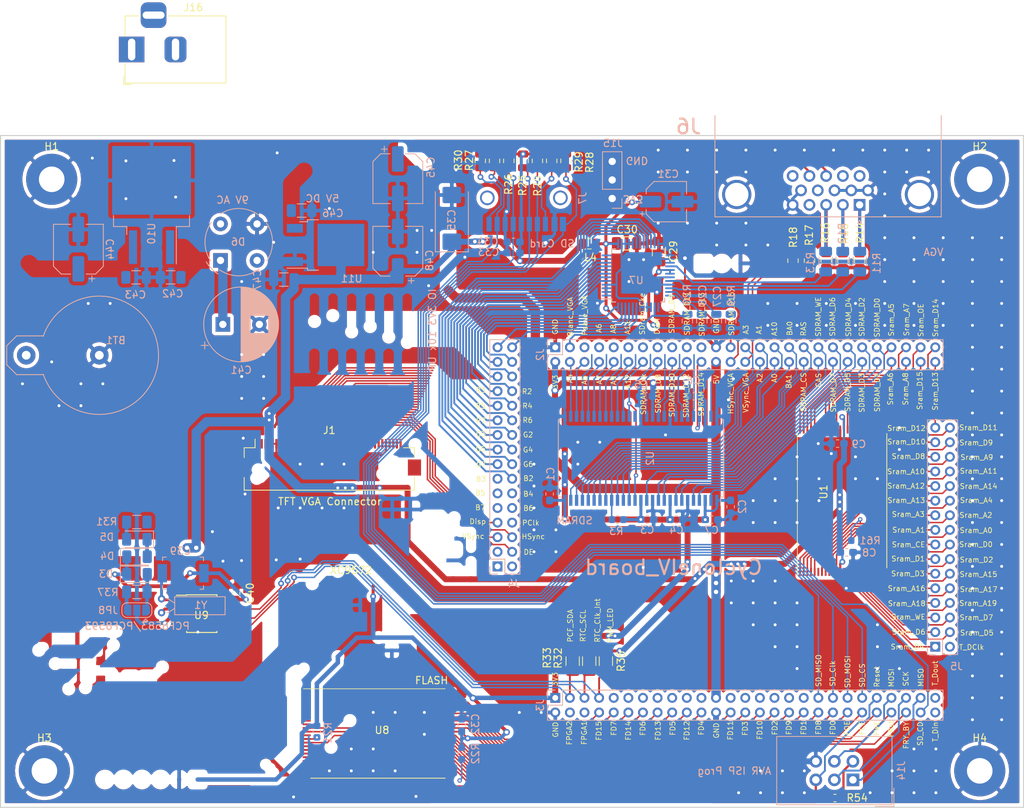
<source format=kicad_pcb>
(kicad_pcb (version 20171130) (host pcbnew "(5.1.0)-1")
  (layers (0 F.Cu signal) (31 B.Cu signal) (34 B.Paste user) (35 F.Paste user) (36 B.SilkS user) (37 F.SilkS user) (38 B.Mask user) (39 F.Mask user) (44 Edge.Cuts user))
  (net 0 "")
  (net 1 +3V3)
  (net 2 GND)
  (net 3 R2)
  (net 4 R3)
  (net 5 R4)
  (net 6 R5)
  (net 7 R6)
  (net 8 R7)
  (net 9 G2)
  (net 10 G3)
  (net 11 G4)
  (net 12 G5)
  (net 13 G6)
  (net 14 G7)
  (net 15 B2)
  (net 16 B3)
  (net 17 B4)
  (net 18 B5)
  (net 19 B6)
  (net 20 B7)
  (net 21 PCLK)
  (net 22 DISP)
  (net 23 DE)
  (net 24 HSYNC)
  (net 25 VSYNC)
  (net 26 +5V)
  (net 27 DQ0_B)
  (net 28 DQ1_B)
  (net 29 DQ2_B)
  (net 30 DQ3_B)
  (net 31 DQ4_B)
  (net 32 DQ5_B)
  (net 33 DQ6_B)
  (net 34 DQ7_B)
  (net 35 DQM_B)
  (net 36 WE_B)
  (net 37 CAS_B)
  (net 38 RAS_B)
  (net 39 CS_B)
  (net 40 BA0_B)
  (net 41 BA1_B)
  (net 42 A10_B)
  (net 43 A0_B)
  (net 44 A1_B)
  (net 45 A2_B)
  (net 46 A3_B)
  (net 47 A4_B)
  (net 48 A5_B)
  (net 49 A6_B)
  (net 50 A7_B)
  (net 51 A8_B)
  (net 52 A9_B)
  (net 53 A11_B)
  (net 54 A12_B)
  (net 55 CKE_B)
  (net 56 CLK_B)
  (net 57 DQ8_B)
  (net 58 DQ9_B)
  (net 59 DQ10_B)
  (net 60 DQ11_B)
  (net 61 DQ12_B)
  (net 62 DQ13_B)
  (net 63 DQ14_B)
  (net 64 BLUE_VGA)
  (net 65 GREEN_VGA)
  (net 66 RED_VGA)
  (net 67 HSYNC_VGA)
  (net 68 VSYNC_VGA)
  (net 69 "Net-(R13-Pad2)")
  (net 70 "Net-(R11-Pad2)")
  (net 71 "Net-(R12-Pad2)")
  (net 72 VSYNC_VGAI)
  (net 73 HSYNC_VGAI)
  (net 74 Rset_VGA)
  (net 75 VAA)
  (net 76 PSAVE_VGA)
  (net 77 BLANC_VGA)
  (net 78 COMP_VGA)
  (net 79 Vref_VGA)
  (net 80 FD0)
  (net 81 FD8)
  (net 82 FD1)
  (net 83 FD9)
  (net 84 FD2)
  (net 85 FD10)
  (net 86 FD3)
  (net 87 FD11)
  (net 88 FD4)
  (net 89 FD12)
  (net 90 FD5)
  (net 91 FD13)
  (net 92 FD6)
  (net 93 FD14)
  (net 94 FD7)
  (net 95 FD15)
  (net 96 FWP)
  (net 97 FCE)
  (net 98 FWE)
  (net 99 FRST)
  (net 100 FRY_BY)
  (net 101 FOE)
  (net 102 SD_CD)
  (net 103 SD_CLK)
  (net 104 SD_CS)
  (net 105 SD_MOSI)
  (net 106 SD_MISO)
  (net 107 SD_NC2)
  (net 108 SD_NC1)
  (net 109 VCC)
  (net 110 "Net-(BT1-Pad1)")
  (net 111 "Net-(D5-Pad2)")
  (net 112 PCF_SCL)
  (net 113 PCF_SDA)
  (net 114 PCF_8563)
  (net 115 "Net-(C39-Pad2)")
  (net 116 "Net-(U9-Pad2)")
  (net 117 RTC_INT_A0_RST)
  (net 118 RTC_CLK_INT)
  (net 119 "Net-(C39-Pad1)")
  (net 120 "Net-(D4-Pad2)")
  (net 121 "Net-(C41-Pad1)")
  (net 122 "Net-(D6-Pad4)")
  (net 123 "Net-(D6-Pad2)")
  (net 124 ISP_RESET)
  (net 125 ISPMOSI)
  (net 126 ISP_SCK)
  (net 127 ISP_MISO)
  (net 128 RGB0)
  (net 129 Sram_CE)
  (net 130 Sram_A5)
  (net 131 Sram_A6)
  (net 132 Sram_A7)
  (net 133 Sram_A8)
  (net 134 Sram_OE)
  (net 135 Sram_D15)
  (net 136 Sram_D14)
  (net 137 Sram_D13)
  (net 138 Sram_D12)
  (net 139 Sram_D11)
  (net 140 Sram_D10)
  (net 141 Sram_D9)
  (net 142 Sram_D8)
  (net 143 Sram_A9)
  (net 144 Sram_A10)
  (net 145 Sram_A11)
  (net 146 Sram_A12)
  (net 147 Sram_A13)
  (net 148 Sram_A15)
  (net 149 Sram_A16)
  (net 150 Sram_A17)
  (net 151 Sram_A18)
  (net 152 Sram_A19)
  (net 153 Sram_WE)
  (net 154 Sram_D7)
  (net 155 Sram_D6)
  (net 156 Sram_D5)
  (net 157 Sram_D4)
  (net 158 Sram_D3)
  (net 159 Sram_D2)
  (net 160 Sram_D1)
  (net 161 Sram_D0)
  (net 162 Sram_A0)
  (net 163 Sram_A1)
  (net 164 Sram_A2)
  (net 165 Sram_A3)
  (net 166 Sram_A14)
  (net 167 Sram_A4)
  (module Connector_PinHeader_2.00mm:PinHeader_2x16_P2.00mm_Vertical (layer B.Cu) (at 148.01296 119.00698)
    (fp_text reference J4 (at 2.20704 2.34302) (layer B.SilkS) (effects (justify mirror)))
    (fp_text value Conn_02x16_Odd_Even)
    (pad 32 thru_hole oval (at 2 -30) (size 1.35 1.35) (drill 0.8) (layers *.Cu *.Mask) (net 3 R2))
    (pad 31 thru_hole oval (at 0 -30) (size 1.35 1.35) (drill 0.8) (layers *.Cu *.Mask) (net 4 R3))
    (pad 30 thru_hole oval (at 2 -28) (size 1.35 1.35) (drill 0.8) (layers *.Cu *.Mask) (net 5 R4))
    (pad 29 thru_hole oval (at 0 -28) (size 1.35 1.35) (drill 0.8) (layers *.Cu *.Mask) (net 6 R5))
    (pad 28 thru_hole oval (at 2 -26) (size 1.35 1.35) (drill 0.8) (layers *.Cu *.Mask) (net 7 R6))
    (pad 27 thru_hole oval (at 0 -26) (size 1.35 1.35) (drill 0.8) (layers *.Cu *.Mask) (net 8 R7))
    (pad 26 thru_hole oval (at 2 -24) (size 1.35 1.35) (drill 0.8) (layers *.Cu *.Mask) (net 9 G2))
    (pad 25 thru_hole oval (at 0 -24) (size 1.35 1.35) (drill 0.8) (layers *.Cu *.Mask) (net 10 G3))
    (pad 24 thru_hole oval (at 2 -22) (size 1.35 1.35) (drill 0.8) (layers *.Cu *.Mask) (net 11 G4))
    (pad 23 thru_hole oval (at 0 -22) (size 1.35 1.35) (drill 0.8) (layers *.Cu *.Mask) (net 12 G5))
    (pad 22 thru_hole oval (at 2 -20) (size 1.35 1.35) (drill 0.8) (layers *.Cu *.Mask) (net 13 G6))
    (pad 21 thru_hole oval (at 0 -20) (size 1.35 1.35) (drill 0.8) (layers *.Cu *.Mask) (net 14 G7))
    (pad 20 thru_hole oval (at 2 -18) (size 1.35 1.35) (drill 0.8) (layers *.Cu *.Mask) (net 77 BLANC_VGA))
    (pad 19 thru_hole oval (at 0 -18) (size 1.35 1.35) (drill 0.8) (layers *.Cu *.Mask) (net 15 B2))
    (pad 18 thru_hole oval (at 2 -16) (size 1.35 1.35) (drill 0.8) (layers *.Cu *.Mask) (net 16 B3))
    (pad 17 thru_hole oval (at 0 -16) (size 1.35 1.35) (drill 0.8) (layers *.Cu *.Mask) (net 17 B4))
    (pad 16 thru_hole oval (at 2 -14) (size 1.35 1.35) (drill 0.8) (layers *.Cu *.Mask) (net 18 B5))
    (pad 15 thru_hole oval (at 0 -14) (size 1.35 1.35) (drill 0.8) (layers *.Cu *.Mask) (net 19 B6))
    (pad 14 thru_hole oval (at 2 -12) (size 1.35 1.35) (drill 0.8) (layers *.Cu *.Mask) (net 20 B7))
    (pad 13 thru_hole oval (at 0 -12) (size 1.35 1.35) (drill 0.8) (layers *.Cu *.Mask))
    (pad 12 thru_hole oval (at 2 -10) (size 1.35 1.35) (drill 0.8) (layers *.Cu *.Mask))
    (pad 11 thru_hole oval (at 0 -10) (size 1.35 1.35) (drill 0.8) (layers *.Cu *.Mask))
    (pad 10 thru_hole oval (at 2 -8) (size 1.35 1.35) (drill 0.8) (layers *.Cu *.Mask))
    (pad 9 thru_hole oval (at 0 -8) (size 1.35 1.35) (drill 0.8) (layers *.Cu *.Mask))
    (pad 8 thru_hole oval (at 2 -6) (size 1.35 1.35) (drill 0.8) (layers *.Cu *.Mask))
    (pad 7 thru_hole oval (at 0 -6) (size 1.35 1.35) (drill 0.8) (layers *.Cu *.Mask) (net 22 DISP))
    (pad 6 thru_hole oval (at 2 -4) (size 1.35 1.35) (drill 0.8) (layers *.Cu *.Mask) (net 24 HSYNC))
    (pad 5 thru_hole oval (at 0 -4) (size 1.35 1.35) (drill 0.8) (layers *.Cu *.Mask) (net 25 VSYNC))
    (pad 4 thru_hole oval (at 2 -2) (size 1.35 1.35) (drill 0.8) (layers *.Cu *.Mask) (net 23 DE))
    (pad 3 thru_hole oval (at 0 -2) (size 1.35 1.35) (drill 0.8) (layers *.Cu *.Mask))
    (pad 2 thru_hole oval (at 2 0) (size 1.35 1.35) (drill 0.8) (layers *.Cu *.Mask))
    (pad 1 thru_hole rect (at 0 0) (size 1.35 1.35) (drill 0.8) (layers *.Cu *.Mask))
  )
  (module Package_SO:TSOP-I-48_18.4x12mm_P0.5mm (layer F.Cu) (at 131.6482 141.8844)
    (fp_text reference U8 (at 0.5588 -0.4572) (layer F.SilkS))
    (fp_text value FLASH_SST38VF6404_TSOP48)
    (pad 48 smd rect (at 9.75 -5.75) (size 1.1 0.25) (layers F.Cu F.Paste F.Mask))
    (pad 47 smd rect (at 9.75 -5.25) (size 1.1 0.25) (layers F.Cu F.Paste F.Mask))
    (pad 46 smd rect (at 9.75 -4.75) (size 1.1 0.25) (layers F.Cu F.Paste F.Mask) (net 2 GND))
    (pad 45 smd rect (at 9.75 -4.25) (size 1.1 0.25) (layers F.Cu F.Paste F.Mask) (net 95 FD15))
    (pad 44 smd rect (at 9.75 -3.75) (size 1.1 0.25) (layers F.Cu F.Paste F.Mask) (net 94 FD7))
    (pad 43 smd rect (at 9.75 -3.25) (size 1.1 0.25) (layers F.Cu F.Paste F.Mask) (net 93 FD14))
    (pad 42 smd rect (at 9.75 -2.75) (size 1.1 0.25) (layers F.Cu F.Paste F.Mask) (net 92 FD6))
    (pad 41 smd rect (at 9.75 -2.25) (size 1.1 0.25) (layers F.Cu F.Paste F.Mask) (net 91 FD13))
    (pad 40 smd rect (at 9.75 -1.75) (size 1.1 0.25) (layers F.Cu F.Paste F.Mask) (net 90 FD5))
    (pad 39 smd rect (at 9.75 -1.25) (size 1.1 0.25) (layers F.Cu F.Paste F.Mask) (net 89 FD12))
    (pad 38 smd rect (at 9.75 -0.75) (size 1.1 0.25) (layers F.Cu F.Paste F.Mask) (net 88 FD4))
    (pad 37 smd rect (at 9.75 -0.25) (size 1.1 0.25) (layers F.Cu F.Paste F.Mask) (net 109 VCC))
    (pad 36 smd rect (at 9.75 0.25) (size 1.1 0.25) (layers F.Cu F.Paste F.Mask) (net 87 FD11))
    (pad 35 smd rect (at 9.75 0.75) (size 1.1 0.25) (layers F.Cu F.Paste F.Mask) (net 86 FD3))
    (pad 34 smd rect (at 9.75 1.25) (size 1.1 0.25) (layers F.Cu F.Paste F.Mask) (net 85 FD10))
    (pad 33 smd rect (at 9.75 1.75) (size 1.1 0.25) (layers F.Cu F.Paste F.Mask) (net 84 FD2))
    (pad 32 smd rect (at 9.75 2.25) (size 1.1 0.25) (layers F.Cu F.Paste F.Mask) (net 83 FD9))
    (pad 31 smd rect (at 9.75 2.75) (size 1.1 0.25) (layers F.Cu F.Paste F.Mask) (net 82 FD1))
    (pad 30 smd rect (at 9.75 3.25) (size 1.1 0.25) (layers F.Cu F.Paste F.Mask) (net 81 FD8))
    (pad 29 smd rect (at 9.75 3.75) (size 1.1 0.25) (layers F.Cu F.Paste F.Mask) (net 80 FD0))
    (pad 28 smd rect (at 9.75 4.25) (size 1.1 0.25) (layers F.Cu F.Paste F.Mask) (net 101 FOE))
    (pad 27 smd rect (at 9.75 4.75) (size 1.1 0.25) (layers F.Cu F.Paste F.Mask) (net 2 GND))
    (pad 26 smd rect (at 9.75 5.25) (size 1.1 0.25) (layers F.Cu F.Paste F.Mask) (net 97 FCE))
    (pad 24 smd rect (at -9.75 5.75) (size 1.1 0.25) (layers F.Cu F.Paste F.Mask))
    (pad 23 smd rect (at -9.75 5.25) (size 1.1 0.25) (layers F.Cu F.Paste F.Mask))
    (pad 22 smd rect (at -9.75 4.75) (size 1.1 0.25) (layers F.Cu F.Paste F.Mask))
    (pad 21 smd rect (at -9.75 4.25) (size 1.1 0.25) (layers F.Cu F.Paste F.Mask))
    (pad 20 smd rect (at -9.75 3.75) (size 1.1 0.25) (layers F.Cu F.Paste F.Mask))
    (pad 19 smd rect (at -9.75 3.25) (size 1.1 0.25) (layers F.Cu F.Paste F.Mask))
    (pad 18 smd rect (at -9.75 2.75) (size 1.1 0.25) (layers F.Cu F.Paste F.Mask))
    (pad 17 smd rect (at -9.75 2.25) (size 1.1 0.25) (layers F.Cu F.Paste F.Mask))
    (pad 16 smd rect (at -9.75 1.75) (size 1.1 0.25) (layers F.Cu F.Paste F.Mask))
    (pad 15 smd rect (at -9.75 1.25) (size 1.1 0.25) (layers F.Cu F.Paste F.Mask) (net 100 FRY_BY))
    (pad 14 smd rect (at -9.75 0.75) (size 1.1 0.25) (layers F.Cu F.Paste F.Mask) (net 96 FWP))
    (pad 13 smd rect (at -9.75 0.25) (size 1.1 0.25) (layers F.Cu F.Paste F.Mask))
    (pad 12 smd rect (at -9.75 -0.25) (size 1.1 0.25) (layers F.Cu F.Paste F.Mask) (net 99 FRST))
    (pad 11 smd rect (at -9.75 -0.75) (size 1.1 0.25) (layers F.Cu F.Paste F.Mask) (net 98 FWE))
    (pad 10 smd rect (at -9.75 -1.25) (size 1.1 0.25) (layers F.Cu F.Paste F.Mask))
    (pad 9 smd rect (at -9.75 -1.75) (size 1.1 0.25) (layers F.Cu F.Paste F.Mask))
    (pad 8 smd rect (at -9.75 -2.25) (size 1.1 0.25) (layers F.Cu F.Paste F.Mask))
    (pad 7 smd rect (at -9.75 -2.75) (size 1.1 0.25) (layers F.Cu F.Paste F.Mask))
    (pad 6 smd rect (at -9.75 -3.25) (size 1.1 0.25) (layers F.Cu F.Paste F.Mask))
    (pad 5 smd rect (at -9.75 -3.75) (size 1.1 0.25) (layers F.Cu F.Paste F.Mask))
    (pad 4 smd rect (at -9.75 -4.25) (size 1.1 0.25) (layers F.Cu F.Paste F.Mask))
    (pad 3 smd rect (at -9.75 -4.75) (size 1.1 0.25) (layers F.Cu F.Paste F.Mask))
    (pad 2 smd rect (at -9.75 -5.25) (size 1.1 0.25) (layers F.Cu F.Paste F.Mask))
    (pad 25 smd rect (at 9.75 5.75) (size 1.1 0.25) (layers F.Cu F.Paste F.Mask))
    (pad 1 smd rect (at -9.75 -5.75) (size 1.1 0.25) (layers F.Cu F.Paste F.Mask))
  )
  (module Jacek:DC_Jack_14mm (layer F.Cu) (at 97.9424 48.2219)
    (fp_text reference J16 (at 8.45 -5.75 180) (layer F.SilkS))
    (fp_text value Barrel_Jack_Switch)
    (pad 3 thru_hole roundrect (at 3 -4.7 180) (size 3.5 3.5) (drill oval 3 1) (layers *.Cu *.Mask))
    (pad 2 thru_hole roundrect (at 6 0 180) (size 3 3.5) (drill oval 1 3) (layers *.Cu *.Mask) (net 123 "Net-(D6-Pad2)"))
    (pad 1 thru_hole rect (at 0 0 180) (size 3.5 3.5) (drill oval 1 3) (layers *.Cu *.Mask) (net 122 "Net-(D6-Pad4)"))
  )
  (module MountingHole:MountingHole_3.5mm_Pad (layer F.Cu) (at 87 66)
    (fp_text reference H1 (at 0 -4.5) (layer F.SilkS))
    (fp_text value 3,2mm)
    (pad 1 thru_hole circle (at 0 0) (size 7 7) (drill 3.5) (layers *.Cu *.Mask) (net 2 GND))
  )
  (module MountingHole:MountingHole_3.5mm_Pad (layer F.Cu) (at 86 147)
    (fp_text reference H3 (at 0 -4.5) (layer F.SilkS))
    (fp_text value 3,2mm)
    (pad 1 thru_hole circle (at 0 0) (size 7 7) (drill 3.5) (layers *.Cu *.Mask) (net 2 GND))
  )
  (module Connector_PinHeader_2.00mm:PinHeader_2x16_P2.00mm_Vertical (layer B.Cu) (at 207.91296 130.00698)
    (fp_text reference J5 (at 2.89704 2.69302) (layer B.SilkS) (effects (justify mirror)))
    (fp_text value Conn_02x16_Odd_Even)
    (pad 32 thru_hole oval (at 2 -30) (size 1.35 1.35) (drill 0.8) (layers *.Cu *.Mask) (net 139 Sram_D11))
    (pad 31 thru_hole oval (at 0 -30) (size 1.35 1.35) (drill 0.8) (layers *.Cu *.Mask) (net 138 Sram_D12))
    (pad 30 thru_hole oval (at 2 -28) (size 1.35 1.35) (drill 0.8) (layers *.Cu *.Mask) (net 141 Sram_D9))
    (pad 29 thru_hole oval (at 0 -28) (size 1.35 1.35) (drill 0.8) (layers *.Cu *.Mask) (net 140 Sram_D10))
    (pad 28 thru_hole oval (at 2 -26) (size 1.35 1.35) (drill 0.8) (layers *.Cu *.Mask) (net 143 Sram_A9))
    (pad 27 thru_hole oval (at 0 -26) (size 1.35 1.35) (drill 0.8) (layers *.Cu *.Mask) (net 142 Sram_D8))
    (pad 26 thru_hole oval (at 2 -24) (size 1.35 1.35) (drill 0.8) (layers *.Cu *.Mask) (net 145 Sram_A11))
    (pad 25 thru_hole oval (at 0 -24) (size 1.35 1.35) (drill 0.8) (layers *.Cu *.Mask) (net 144 Sram_A10))
    (pad 24 thru_hole oval (at 2 -22) (size 1.35 1.35) (drill 0.8) (layers *.Cu *.Mask) (net 166 Sram_A14))
    (pad 23 thru_hole oval (at 0 -22) (size 1.35 1.35) (drill 0.8) (layers *.Cu *.Mask) (net 146 Sram_A12))
    (pad 22 thru_hole oval (at 2 -20) (size 1.35 1.35) (drill 0.8) (layers *.Cu *.Mask) (net 167 Sram_A4))
    (pad 21 thru_hole oval (at 0 -20) (size 1.35 1.35) (drill 0.8) (layers *.Cu *.Mask) (net 147 Sram_A13))
    (pad 20 thru_hole oval (at 2 -18) (size 1.35 1.35) (drill 0.8) (layers *.Cu *.Mask) (net 164 Sram_A2))
    (pad 19 thru_hole oval (at 0 -18) (size 1.35 1.35) (drill 0.8) (layers *.Cu *.Mask) (net 165 Sram_A3))
    (pad 18 thru_hole oval (at 2 -16) (size 1.35 1.35) (drill 0.8) (layers *.Cu *.Mask) (net 162 Sram_A0))
    (pad 17 thru_hole oval (at 0 -16) (size 1.35 1.35) (drill 0.8) (layers *.Cu *.Mask) (net 163 Sram_A1))
    (pad 16 thru_hole oval (at 2 -14) (size 1.35 1.35) (drill 0.8) (layers *.Cu *.Mask) (net 161 Sram_D0))
    (pad 15 thru_hole oval (at 0 -14) (size 1.35 1.35) (drill 0.8) (layers *.Cu *.Mask) (net 129 Sram_CE))
    (pad 14 thru_hole oval (at 2 -12) (size 1.35 1.35) (drill 0.8) (layers *.Cu *.Mask) (net 159 Sram_D2))
    (pad 13 thru_hole oval (at 0 -12) (size 1.35 1.35) (drill 0.8) (layers *.Cu *.Mask) (net 160 Sram_D1))
    (pad 12 thru_hole oval (at 2 -10) (size 1.35 1.35) (drill 0.8) (layers *.Cu *.Mask) (net 148 Sram_A15))
    (pad 11 thru_hole oval (at 0 -10) (size 1.35 1.35) (drill 0.8) (layers *.Cu *.Mask) (net 158 Sram_D3))
    (pad 10 thru_hole oval (at 2 -8) (size 1.35 1.35) (drill 0.8) (layers *.Cu *.Mask) (net 150 Sram_A17))
    (pad 9 thru_hole oval (at 0 -8) (size 1.35 1.35) (drill 0.8) (layers *.Cu *.Mask) (net 149 Sram_A16))
    (pad 8 thru_hole oval (at 2 -6) (size 1.35 1.35) (drill 0.8) (layers *.Cu *.Mask) (net 152 Sram_A19))
    (pad 7 thru_hole oval (at 0 -6) (size 1.35 1.35) (drill 0.8) (layers *.Cu *.Mask) (net 151 Sram_A18))
    (pad 6 thru_hole oval (at 2 -4) (size 1.35 1.35) (drill 0.8) (layers *.Cu *.Mask) (net 154 Sram_D7))
    (pad 5 thru_hole oval (at 0 -4) (size 1.35 1.35) (drill 0.8) (layers *.Cu *.Mask) (net 153 Sram_WE))
    (pad 4 thru_hole oval (at 2 -2) (size 1.35 1.35) (drill 0.8) (layers *.Cu *.Mask) (net 156 Sram_D5))
    (pad 3 thru_hole oval (at 0 -2) (size 1.35 1.35) (drill 0.8) (layers *.Cu *.Mask) (net 155 Sram_D6))
    (pad 2 thru_hole oval (at 2 0) (size 1.35 1.35) (drill 0.8) (layers *.Cu *.Mask))
    (pad 1 thru_hole rect (at 0 0) (size 1.35 1.35) (drill 0.8) (layers *.Cu *.Mask) (net 157 Sram_D4))
  )
  (module Package_SO:TSOP-I-48_18.4x12mm_P0.5mm (layer F.Cu) (at 195.16 110.01 90)
    (fp_text reference U1 (at 1.21 -2.52 90) (layer F.SilkS))
    (fp_text value SRAM_1024Kx16bit_TSOP48I)
    (pad 48 smd rect (at 9.75 -5.75 90) (size 1.1 0.25) (layers F.Cu F.Paste F.Mask) (net 130 Sram_A5))
    (pad 47 smd rect (at 9.75 -5.25 90) (size 1.1 0.25) (layers F.Cu F.Paste F.Mask) (net 131 Sram_A6))
    (pad 46 smd rect (at 9.75 -4.75 90) (size 1.1 0.25) (layers F.Cu F.Paste F.Mask) (net 132 Sram_A7))
    (pad 45 smd rect (at 9.75 -4.25 90) (size 1.1 0.25) (layers F.Cu F.Paste F.Mask) (net 133 Sram_A8))
    (pad 44 smd rect (at 9.75 -3.75 90) (size 1.1 0.25) (layers F.Cu F.Paste F.Mask) (net 134 Sram_OE))
    (pad 43 smd rect (at 9.75 -3.25 90) (size 1.1 0.25) (layers F.Cu F.Paste F.Mask) (net 2 GND))
    (pad 42 smd rect (at 9.75 -2.75 90) (size 1.1 0.25) (layers F.Cu F.Paste F.Mask) (net 2 GND))
    (pad 41 smd rect (at 9.75 -2.25 90) (size 1.1 0.25) (layers F.Cu F.Paste F.Mask) (net 135 Sram_D15))
    (pad 40 smd rect (at 9.75 -1.75 90) (size 1.1 0.25) (layers F.Cu F.Paste F.Mask) (net 136 Sram_D14))
    (pad 39 smd rect (at 9.75 -1.25 90) (size 1.1 0.25) (layers F.Cu F.Paste F.Mask) (net 137 Sram_D13))
    (pad 38 smd rect (at 9.75 -0.75 90) (size 1.1 0.25) (layers F.Cu F.Paste F.Mask) (net 138 Sram_D12))
    (pad 37 smd rect (at 9.75 -0.25 90) (size 1.1 0.25) (layers F.Cu F.Paste F.Mask) (net 2 GND))
    (pad 36 smd rect (at 9.75 0.25 90) (size 1.1 0.25) (layers F.Cu F.Paste F.Mask) (net 1 +3V3))
    (pad 35 smd rect (at 9.75 0.75 90) (size 1.1 0.25) (layers F.Cu F.Paste F.Mask) (net 139 Sram_D11))
    (pad 34 smd rect (at 9.75 1.25 90) (size 1.1 0.25) (layers F.Cu F.Paste F.Mask) (net 140 Sram_D10))
    (pad 33 smd rect (at 9.75 1.75 90) (size 1.1 0.25) (layers F.Cu F.Paste F.Mask) (net 141 Sram_D9))
    (pad 32 smd rect (at 9.75 2.25 90) (size 1.1 0.25) (layers F.Cu F.Paste F.Mask) (net 142 Sram_D8))
    (pad 31 smd rect (at 9.75 2.75 90) (size 1.1 0.25) (layers F.Cu F.Paste F.Mask))
    (pad 30 smd rect (at 9.75 3.25 90) (size 1.1 0.25) (layers F.Cu F.Paste F.Mask) (net 143 Sram_A9))
    (pad 29 smd rect (at 9.75 3.75 90) (size 1.1 0.25) (layers F.Cu F.Paste F.Mask) (net 144 Sram_A10))
    (pad 28 smd rect (at 9.75 4.25 90) (size 1.1 0.25) (layers F.Cu F.Paste F.Mask) (net 145 Sram_A11))
    (pad 27 smd rect (at 9.75 4.75 90) (size 1.1 0.25) (layers F.Cu F.Paste F.Mask) (net 146 Sram_A12))
    (pad 26 smd rect (at 9.75 5.25 90) (size 1.1 0.25) (layers F.Cu F.Paste F.Mask) (net 147 Sram_A13))
    (pad 24 smd rect (at -9.75 5.75 90) (size 1.1 0.25) (layers F.Cu F.Paste F.Mask) (net 148 Sram_A15))
    (pad 23 smd rect (at -9.75 5.25 90) (size 1.1 0.25) (layers F.Cu F.Paste F.Mask) (net 149 Sram_A16))
    (pad 22 smd rect (at -9.75 4.75 90) (size 1.1 0.25) (layers F.Cu F.Paste F.Mask) (net 150 Sram_A17))
    (pad 21 smd rect (at -9.75 4.25 90) (size 1.1 0.25) (layers F.Cu F.Paste F.Mask) (net 151 Sram_A18))
    (pad 20 smd rect (at -9.75 3.75 90) (size 1.1 0.25) (layers F.Cu F.Paste F.Mask) (net 152 Sram_A19))
    (pad 19 smd rect (at -9.75 3.25 90) (size 1.1 0.25) (layers F.Cu F.Paste F.Mask))
    (pad 18 smd rect (at -9.75 2.75 90) (size 1.1 0.25) (layers F.Cu F.Paste F.Mask) (net 153 Sram_WE))
    (pad 17 smd rect (at -9.75 2.25 90) (size 1.1 0.25) (layers F.Cu F.Paste F.Mask) (net 154 Sram_D7))
    (pad 16 smd rect (at -9.75 1.75 90) (size 1.1 0.25) (layers F.Cu F.Paste F.Mask) (net 155 Sram_D6))
    (pad 15 smd rect (at -9.75 1.25 90) (size 1.1 0.25) (layers F.Cu F.Paste F.Mask) (net 156 Sram_D5))
    (pad 14 smd rect (at -9.75 0.75 90) (size 1.1 0.25) (layers F.Cu F.Paste F.Mask) (net 157 Sram_D4))
    (pad 13 smd rect (at -9.75 0.25 90) (size 1.1 0.25) (layers F.Cu F.Paste F.Mask) (net 2 GND))
    (pad 12 smd rect (at -9.75 -0.25 90) (size 1.1 0.25) (layers F.Cu F.Paste F.Mask) (net 1 +3V3))
    (pad 11 smd rect (at -9.75 -0.75 90) (size 1.1 0.25) (layers F.Cu F.Paste F.Mask) (net 158 Sram_D3))
    (pad 10 smd rect (at -9.75 -1.25 90) (size 1.1 0.25) (layers F.Cu F.Paste F.Mask) (net 159 Sram_D2))
    (pad 9 smd rect (at -9.75 -1.75 90) (size 1.1 0.25) (layers F.Cu F.Paste F.Mask) (net 160 Sram_D1))
    (pad 8 smd rect (at -9.75 -2.25 90) (size 1.1 0.25) (layers F.Cu F.Paste F.Mask) (net 161 Sram_D0))
    (pad 7 smd rect (at -9.75 -2.75 90) (size 1.1 0.25) (layers F.Cu F.Paste F.Mask) (net 129 Sram_CE))
    (pad 6 smd rect (at -9.75 -3.25 90) (size 1.1 0.25) (layers F.Cu F.Paste F.Mask))
    (pad 5 smd rect (at -9.75 -3.75 90) (size 1.1 0.25) (layers F.Cu F.Paste F.Mask) (net 162 Sram_A0))
    (pad 4 smd rect (at -9.75 -4.25 90) (size 1.1 0.25) (layers F.Cu F.Paste F.Mask) (net 163 Sram_A1))
    (pad 3 smd rect (at -9.75 -4.75 90) (size 1.1 0.25) (layers F.Cu F.Paste F.Mask) (net 164 Sram_A2))
    (pad 2 smd rect (at -9.75 -5.25 90) (size 1.1 0.25) (layers F.Cu F.Paste F.Mask) (net 165 Sram_A3))
    (pad 25 smd rect (at 9.75 5.75 90) (size 1.1 0.25) (layers F.Cu F.Paste F.Mask) (net 166 Sram_A14))
    (pad 1 smd rect (at -9.75 -5.75 90) (size 1.1 0.25) (layers F.Cu F.Paste F.Mask) (net 167 Sram_A4))
  )
  (module Resistor_SMD:R_0603_1608Metric (layer B.Cu) (at 195.63 115.46)
    (fp_text reference R61 (at 3.36 0.01) (layer B.SilkS) (effects (justify mirror)))
    (fp_text value 10k)
    (pad 2 smd roundrect (at 0.7875 0) (size 0.875 0.95) (layers B.Cu B.Paste B.Mask) (net 129 Sram_CE))
    (pad 1 smd roundrect (at -0.7875 0) (size 0.875 0.95) (layers B.Cu B.Paste B.Mask) (net 1 +3V3))
  )
  (module Connector_PinSocket_2.54mm:PinSocket_1x03_P2.54mm_Vertical (layer B.Cu) (at 163.703 68.6308)
    (fp_text reference J15 (at 0.0762 -7.5819 -180) (layer B.SilkS) (effects (justify mirror)))
    (fp_text value RGB_low)
    (pad 3 thru_hole oval (at 0 -5.08) (size 1.7 1.7) (drill 1) (layers *.Cu *.Mask) (net 2 GND))
    (pad 2 thru_hole oval (at 0 -2.54) (size 1.7 1.7) (drill 1) (layers *.Cu *.Mask) (net 128 RGB0))
    (pad 1 thru_hole rect (at 0 0) (size 1.7 1.7) (drill 1) (layers *.Cu *.Mask) (net 75 VAA))
  )
  (module Resistor_SMD:R_0603_1608Metric (layer F.Cu) (at 194.183 150.7236)
    (fp_text reference R54 (at 3.048 -0.0254) (layer F.SilkS))
    (fp_text value 10k)
    (pad 2 smd roundrect (at 0.7875 0) (size 0.875 0.95) (layers F.Cu F.Paste F.Mask) (net 109 VCC))
    (pad 1 smd roundrect (at -0.7875 0) (size 0.875 0.95) (layers F.Cu F.Paste F.Mask) (net 124 ISP_RESET))
  )
  (module Connector_IDC:IDC-Header_2x03_P2.54mm_Vertical (layer B.Cu) (at 196.6468 148.2344 90)
    (fp_text reference J14 (at 1.27 6.604 90) (layer B.SilkS) (effects (justify mirror)))
    (fp_text value ISP_FPGA)
    (pad 6 thru_hole oval (at 2.54 -5.08 90) (size 1.7272 1.7272) (drill 1.016) (layers *.Cu *.Mask) (net 2 GND))
    (pad 5 thru_hole oval (at 0 -5.08 90) (size 1.7272 1.7272) (drill 1.016) (layers *.Cu *.Mask) (net 124 ISP_RESET))
    (pad 4 thru_hole oval (at 2.54 -2.54 90) (size 1.7272 1.7272) (drill 1.016) (layers *.Cu *.Mask) (net 125 ISPMOSI))
    (pad 3 thru_hole oval (at 0 -2.54 90) (size 1.7272 1.7272) (drill 1.016) (layers *.Cu *.Mask) (net 126 ISP_SCK))
    (pad 2 thru_hole oval (at 2.54 0 90) (size 1.7272 1.7272) (drill 1.016) (layers *.Cu *.Mask) (net 109 VCC))
    (pad 1 thru_hole rect (at 0 0 90) (size 1.7272 1.7272) (drill 1.016) (layers *.Cu *.Mask) (net 127 ISP_MISO))
  )
  (module Capacitor_SMD:CP_Elec_6.3x5.7 (layer B.Cu) (at 134.366 75.8444 90)
    (fp_text reference C48 (at -1.27 4.3434 90) (layer B.SilkS) (effects (justify mirror)))
    (fp_text value 100uF)
    (pad 2 smd roundrect (at 2.7 0 90) (size 3.5 1.6) (layers B.Cu B.Paste B.Mask) (roundrect_rratio 0.15625) (net 2 GND))
    (pad 1 smd roundrect (at -2.7 0 90) (size 3.5 1.6) (layers B.Cu B.Paste B.Mask) (roundrect_rratio 0.15625) (net 1 +3V3))
  )
  (module Capacitor_SMD:CP_Elec_6.3x5.7 (layer B.Cu) (at 134.366 65.913 270)
    (fp_text reference C45 (at -1.5494 -4.5212 270) (layer B.SilkS) (effects (justify mirror)))
    (fp_text value 220uF)
    (pad 2 smd roundrect (at 2.7 0 270) (size 3.5 1.6) (layers B.Cu B.Paste B.Mask) (roundrect_rratio 0.15625) (net 2 GND))
    (pad 1 smd roundrect (at -2.7 0 270) (size 3.5 1.6) (layers B.Cu B.Paste B.Mask) (roundrect_rratio 0.15625) (net 26 +5V))
  )
  (module Capacitor_SMD:C_1206_3216Metric (layer B.Cu) (at 118.77 79.73 180)
    (fp_text reference C47 (at 3.6322 -0.0254 -90) (layer B.SilkS) (effects (justify mirror)))
    (fp_text value 100n)
    (pad 2 smd roundrect (at 1.4 0 180) (size 1.25 1.75) (layers B.Cu B.Paste B.Mask) (roundrect_rratio 0.2) (net 2 GND))
    (pad 1 smd roundrect (at -1.4 0 180) (size 1.25 1.75) (layers B.Cu B.Paste B.Mask) (roundrect_rratio 0.2) (net 1 +3V3))
  )
  (module Capacitor_SMD:C_1206_3216Metric (layer B.Cu) (at 121.2 70.28)
    (fp_text reference C46 (at 4.27 0.37) (layer B.SilkS) (effects (justify mirror)))
    (fp_text value 100n)
    (pad 2 smd roundrect (at 1.4 0) (size 1.25 1.75) (layers B.Cu B.Paste B.Mask) (roundrect_rratio 0.2) (net 2 GND))
    (pad 1 smd roundrect (at -1.4 0) (size 1.25 1.75) (layers B.Cu B.Paste B.Mask) (roundrect_rratio 0.2) (net 26 +5V))
  )
  (module Package_TO_SOT_SMD:TO-252-2 (layer B.Cu) (at 124.482 74.9892)
    (fp_text reference U11 (at 3.556 4.6228) (layer B.SilkS) (effects (justify mirror)))
    (fp_text value LM1117-3.3)
    (pad 2 smd rect (at 2.1 0) (size 6.4 5.8) (layers B.Cu B.Mask) (net 1 +3V3))
    (pad 3 smd rect (at -4.2 -2.28) (size 2.2 1.2) (layers B.Cu B.Paste B.Mask) (net 26 +5V))
    (pad 1 smd rect (at -4.2 2.28) (size 2.2 1.2) (layers B.Cu B.Paste B.Mask) (net 2 GND))
  )
  (module Capacitor_SMD:CP_Elec_6.3x5.7 (layer B.Cu) (at 90.6526 75.565 90)
    (fp_text reference C44 (at 0 4.35 90) (layer B.SilkS) (effects (justify mirror)))
    (fp_text value 100uF)
    (pad 2 smd roundrect (at 2.7 0 90) (size 3.5 1.6) (layers B.Cu B.Paste B.Mask) (roundrect_rratio 0.15625) (net 2 GND))
    (pad 1 smd roundrect (at -2.7 0 90) (size 3.5 1.6) (layers B.Cu B.Paste B.Mask) (roundrect_rratio 0.15625) (net 26 +5V))
  )
  (module Capacitor_SMD:C_1206_3216Metric (layer B.Cu) (at 103.2764 79.4258 180)
    (fp_text reference C42 (at -0.2794 -2.2352 180) (layer B.SilkS) (effects (justify mirror)))
    (fp_text value 100n)
    (pad 2 smd roundrect (at 1.4 0 180) (size 1.25 1.75) (layers B.Cu B.Paste B.Mask) (roundrect_rratio 0.2) (net 2 GND))
    (pad 1 smd roundrect (at -1.4 0 180) (size 1.25 1.75) (layers B.Cu B.Paste B.Mask) (roundrect_rratio 0.2) (net 121 "Net-(C41-Pad1)"))
  )
  (module Capacitor_SMD:C_1206_3216Metric (layer B.Cu) (at 98.552 79.4258)
    (fp_text reference C43 (at -0.1016 2.3876) (layer B.SilkS) (effects (justify mirror)))
    (fp_text value 100n)
    (pad 2 smd roundrect (at 1.4 0) (size 1.25 1.75) (layers B.Cu B.Paste B.Mask) (roundrect_rratio 0.2) (net 2 GND))
    (pad 1 smd roundrect (at -1.4 0) (size 1.25 1.75) (layers B.Cu B.Paste B.Mask) (roundrect_rratio 0.2) (net 26 +5V))
  )
  (module Capacitor_THT:CP_Radial_D10.0mm_P5.00mm (layer B.Cu) (at 110.42 85.87)
    (fp_text reference C41 (at 2.5 6.25) (layer B.SilkS) (effects (justify mirror)))
    (fp_text value 470uF)
    (pad 2 thru_hole circle (at 5 0) (size 2 2) (drill 1) (layers *.Cu *.Mask) (net 2 GND))
    (pad 1 thru_hole rect (at 0 0) (size 2 2) (drill 1) (layers *.Cu *.Mask) (net 121 "Net-(C41-Pad1)"))
  )
  (module Diode_THT:Diode_Bridge_Round_D9.0mm (layer B.Cu) (at 110.1 77.11)
    (fp_text reference D6 (at 2.413 -2.54) (layer B.SilkS) (effects (justify mirror)))
    (fp_text value B80R)
    (pad 1 thru_hole rect (at 0 0) (size 2 2) (drill 1) (layers *.Cu *.Mask) (net 121 "Net-(C41-Pad1)"))
    (pad 3 thru_hole oval (at 5 -5) (size 2 2) (drill 1) (layers *.Cu *.Mask) (net 2 GND))
    (pad 2 thru_hole oval (at 0 -5) (size 2 2) (drill 1) (layers *.Cu *.Mask) (net 123 "Net-(D6-Pad2)"))
    (pad 4 thru_hole oval (at 5 0) (size 2 2) (drill 1) (layers *.Cu *.Mask) (net 122 "Net-(D6-Pad4)"))
  )
  (module Package_TO_SOT_SMD:TO-263-2 (layer B.Cu) (at 100.6602 69.5198 90)
    (fp_text reference U10 (at -3.9202 -0.0102 90) (layer B.SilkS) (effects (justify mirror)))
    (fp_text value L7805)
    (pad 2 smd rect (at 3.375 0 90) (size 9.4 10.8) (layers B.Cu B.Mask) (net 2 GND))
    (pad 3 smd rect (at -5.775 -2.54 90) (size 4.6 1.1) (layers B.Cu B.Paste B.Mask) (net 26 +5V))
    (pad 1 smd rect (at -5.775 2.54 90) (size 4.6 1.1) (layers B.Cu B.Paste B.Mask) (net 121 "Net-(C41-Pad1)"))
  )
  (module Capacitor_SMD:C_0603_1608Metric_Pad1.05x0.95mm_HandSolder (layer F.Cu) (at 112.2426 122.682 90)
    (fp_text reference C40 (at 0 1.905 90) (layer F.SilkS))
    (fp_text value 100nF)
    (pad 2 smd roundrect (at 0.875 0 90) (size 1.05 0.95) (layers F.Cu F.Paste F.Mask) (net 2 GND))
    (pad 1 smd roundrect (at -0.875 0 90) (size 1.05 0.95) (layers F.Cu F.Paste F.Mask) (net 119 "Net-(C39-Pad1)"))
  )
  (module Capacitor_SMD:C_Trimmer_Murata_TZW4 (layer B.Cu) (at 104.9782 119.9388 180)
    (fp_text reference C39 (at 0.3582 3.0388 180) (layer B.SilkS) (effects (justify mirror)))
    (fp_text value CTRIM)
    (pad 2 smd rect (at 2.85 0 180) (size 1.3 2.5) (layers B.Cu B.Paste B.Mask) (net 115 "Net-(C39-Pad2)"))
    (pad 1 smd rect (at -2.85 0 180) (size 1.3 2.5) (layers B.Cu B.Paste B.Mask) (net 119 "Net-(C39-Pad1)"))
  )
  (module Crystal:Crystal_C26-LF_D2.1mm_L6.5mm_Horizontal (layer B.Cu) (at 102.0318 123.444 270)
    (fp_text reference Y1 (at 0.8636 -5.3594 180) (layer B.SilkS) (effects (justify mirror)))
    (fp_text value 32768Hz)
    (pad 2 thru_hole circle (at 1.9 0 270) (size 1 1) (drill 0.5) (layers *.Cu *.Mask) (net 116 "Net-(U9-Pad2)"))
    (pad 1 thru_hole circle (at 0 0 270) (size 1 1) (drill 0.5) (layers *.Cu *.Mask) (net 115 "Net-(C39-Pad2)"))
  )
  (module Diode_SMD:D_1206_3216Metric (layer B.Cu) (at 98.679 117.6782)
    (fp_text reference D4 (at -4.0894 -0.0762) (layer B.SilkS) (effects (justify mirror)))
    (fp_text value B120-E3)
    (pad 2 smd roundrect (at 1.4 0) (size 1.25 1.75) (layers B.Cu B.Paste B.Mask) (roundrect_rratio 0.2) (net 120 "Net-(D4-Pad2)"))
    (pad 1 smd roundrect (at -1.4 0) (size 1.25 1.75) (layers B.Cu B.Paste B.Mask) (roundrect_rratio 0.2) (net 119 "Net-(C39-Pad1)"))
  )
  (module Diode_SMD:D_1206_3216Metric (layer B.Cu) (at 98.679 120.0912)
    (fp_text reference D3 (at -4.2418 -0.0508) (layer B.SilkS) (effects (justify mirror)))
    (fp_text value B120-E3)
    (pad 2 smd roundrect (at 1.4 0) (size 1.25 1.75) (layers B.Cu B.Paste B.Mask) (roundrect_rratio 0.2) (net 1 +3V3))
    (pad 1 smd roundrect (at -1.4 0) (size 1.25 1.75) (layers B.Cu B.Paste B.Mask) (roundrect_rratio 0.2) (net 119 "Net-(C39-Pad1)"))
  )
  (module Diode_SMD:D_1206_3216Metric (layer B.Cu) (at 98.6536 115.2906 180)
    (fp_text reference D5 (at 4.1148 0.3048 180) (layer B.SilkS) (effects (justify mirror)))
    (fp_text value B120-E3)
    (pad 2 smd roundrect (at 1.4 0 180) (size 1.25 1.75) (layers B.Cu B.Paste B.Mask) (roundrect_rratio 0.2) (net 111 "Net-(D5-Pad2)"))
    (pad 1 smd roundrect (at -1.4 0 180) (size 1.25 1.75) (layers B.Cu B.Paste B.Mask) (roundrect_rratio 0.2) (net 120 "Net-(D4-Pad2)"))
  )
  (module Jacek:BatteryHolder_CR1220 (layer B.Cu) (at 83.5152 90.0938)
    (fp_text reference BT1 (at 12.2428 -2.032) (layer B.SilkS) (effects (justify mirror)))
    (fp_text value Battery_Cell)
    (pad 2 thru_hole circle (at 10 0) (size 2.54 2.54) (drill 1.2) (layers *.Cu *.Mask) (net 2 GND))
    (pad 1 thru_hole circle (at 0 0) (size 2.54 2.54) (drill 1.2) (layers *.Cu *.Mask) (net 110 "Net-(BT1-Pad1)"))
  )
  (module Jumper:SolderJumper-3_P1.3mm_Open_RoundedPad1.0x1.5mm (layer B.Cu) (at 98.6536 124.9934 180)
    (fp_text reference JP8 (at 3.937 -0.0254 180) (layer B.SilkS) (effects (justify mirror)))
    (fp_text value 8583/8593)
    (pad 2 smd rect (at 0 0 180) (size 1 1.5) (layers B.Cu B.Mask) (net 117 RTC_INT_A0_RST))
    (pad 3 smd custom (at 1.3 0 180) (size 1 0.5) (layers B.Cu B.Mask) (net 114 PCF_8563) (options (clearance outline) (anchor rect)) (primitives (gr_circle (center 0 -0.25) (end 0.5 -0.25) (width 0)) (gr_circle (center 0 0.25) (end 0.5 0.25) (width 0)) (gr_poly (pts (xy -0.55 0.75) (xy 0 0.75) (xy 0 -0.75) (xy -0.55 -0.75)) (width 0))))
    (pad 1 smd custom (at -1.3 0 180) (size 1 0.5) (layers B.Cu B.Mask) (net 1 +3V3) (options (clearance outline) (anchor rect)) (primitives (gr_circle (center 0 -0.25) (end 0.5 -0.25) (width 0)) (gr_circle (center 0 0.25) (end 0.5 0.25) (width 0)) (gr_poly (pts (xy 0.55 0.75) (xy 0 0.75) (xy 0 -0.75) (xy 0.55 -0.75)) (width 0))))
  )
  (module Package_SO:SOIC-8_3.9x4.9mm_P1.27mm (layer F.Cu) (at 107.5436 125.476)
    (fp_text reference U9 (at -0.0508 0.2286) (layer F.SilkS))
    (fp_text value PCF8563T)
    (pad 8 smd rect (at 2.7 -1.905) (size 1.55 0.6) (layers F.Cu F.Paste F.Mask) (net 119 "Net-(C39-Pad1)"))
    (pad 7 smd rect (at 2.7 -0.635) (size 1.55 0.6) (layers F.Cu F.Paste F.Mask) (net 118 RTC_CLK_INT))
    (pad 6 smd rect (at 2.7 0.635) (size 1.55 0.6) (layers F.Cu F.Paste F.Mask) (net 112 PCF_SCL))
    (pad 5 smd rect (at 2.7 1.905) (size 1.55 0.6) (layers F.Cu F.Paste F.Mask) (net 113 PCF_SDA))
    (pad 4 smd rect (at -2.7 1.905) (size 1.55 0.6) (layers F.Cu F.Paste F.Mask) (net 2 GND))
    (pad 3 smd rect (at -2.7 0.635) (size 1.55 0.6) (layers F.Cu F.Paste F.Mask) (net 117 RTC_INT_A0_RST))
    (pad 2 smd rect (at -2.7 -0.635) (size 1.55 0.6) (layers F.Cu F.Paste F.Mask) (net 116 "Net-(U9-Pad2)"))
    (pad 1 smd rect (at -2.7 -1.905) (size 1.55 0.6) (layers F.Cu F.Paste F.Mask) (net 115 "Net-(C39-Pad2)"))
  )
  (module Resistor_SMD:R_1206_3216Metric (layer F.Cu) (at 162.8394 131.9784 90)
    (fp_text reference R35 (at -0.0116 2.0806 90) (layer F.SilkS))
    (fp_text value 10k)
    (pad 2 smd roundrect (at 1.4 0 90) (size 1.25 1.75) (layers F.Cu F.Paste F.Mask) (roundrect_rratio 0.2) (net 1 +3V3))
    (pad 1 smd roundrect (at -1.4 0 90) (size 1.25 1.75) (layers F.Cu F.Paste F.Mask) (roundrect_rratio 0.2) (net 118 RTC_CLK_INT))
  )
  (module Resistor_SMD:R_1206_3216Metric (layer B.Cu) (at 98.6536 122.5042)
    (fp_text reference R37 (at -3.9624 0.0508) (layer B.SilkS) (effects (justify mirror)))
    (fp_text value 10k)
    (pad 2 smd roundrect (at 1.4 0) (size 1.25 1.75) (layers B.Cu B.Paste B.Mask) (roundrect_rratio 0.2) (net 1 +3V3))
    (pad 1 smd roundrect (at -1.4 0) (size 1.25 1.75) (layers B.Cu B.Paste B.Mask) (roundrect_rratio 0.2) (net 114 PCF_8563))
  )
  (module Resistor_SMD:R_1206_3216Metric (layer F.Cu) (at 158.2928 131.9784 90)
    (fp_text reference R33 (at 0.4484 -3.4928 90) (layer F.SilkS))
    (fp_text value 4k7)
    (pad 2 smd roundrect (at 1.4 0 90) (size 1.25 1.75) (layers F.Cu F.Paste F.Mask) (roundrect_rratio 0.2) (net 1 +3V3))
    (pad 1 smd roundrect (at -1.4 0 90) (size 1.25 1.75) (layers F.Cu F.Paste F.Mask) (roundrect_rratio 0.2) (net 113 PCF_SDA))
  )
  (module Resistor_SMD:R_1206_3216Metric (layer F.Cu) (at 160.5534 131.9784 90)
    (fp_text reference R32 (at 0.4184 -4.2634 90) (layer F.SilkS))
    (fp_text value 4k7)
    (pad 2 smd roundrect (at 1.4 0 90) (size 1.25 1.75) (layers F.Cu F.Paste F.Mask) (roundrect_rratio 0.2) (net 1 +3V3))
    (pad 1 smd roundrect (at -1.4 0 90) (size 1.25 1.75) (layers F.Cu F.Paste F.Mask) (roundrect_rratio 0.2) (net 112 PCF_SCL))
  )
  (module Resistor_SMD:R_1206_3216Metric (layer B.Cu) (at 98.6536 112.9284 180)
    (fp_text reference R31 (at 4.1402 0.0508 180) (layer B.SilkS) (effects (justify mirror)))
    (fp_text value 1k)
    (pad 2 smd roundrect (at 1.4 0 180) (size 1.25 1.75) (layers B.Cu B.Paste B.Mask) (roundrect_rratio 0.2) (net 111 "Net-(D5-Pad2)"))
    (pad 1 smd roundrect (at -1.4 0 180) (size 1.25 1.75) (layers B.Cu B.Paste B.Mask) (roundrect_rratio 0.2) (net 110 "Net-(BT1-Pad1)"))
  )
  (module Resistor_SMD:R_0805_2012Metric (layer F.Cu) (at 155.4226 63.4746 90)
    (fp_text reference R29 (at -0.1524 3.7338 90) (layer F.SilkS))
    (fp_text value 10k)
    (pad 2 smd roundrect (at 0.9375 0 90) (size 0.975 1.4) (layers F.Cu F.Paste F.Mask) (net 1 +3V3))
    (pad 1 smd roundrect (at -0.9375 0 90) (size 0.975 1.4) (layers F.Cu F.Paste F.Mask) (net 108 SD_NC1))
  )
  (module Resistor_SMD:R_0805_2012Metric (layer F.Cu) (at 145.6436 63.4746 90)
    (fp_text reference R30 (at 0.1016 -2.9972 90) (layer F.SilkS))
    (fp_text value 10k)
    (pad 2 smd roundrect (at 0.9375 0 90) (size 0.975 1.4) (layers F.Cu F.Paste F.Mask) (net 1 +3V3))
    (pad 1 smd roundrect (at -0.9375 0 90) (size 0.975 1.4) (layers F.Cu F.Paste F.Mask) (net 107 SD_NC2))
  )
  (module Capacitor_SMD:C_0603_1608Metric_Pad1.05x0.95mm_HandSolder (layer B.Cu) (at 150.1902 76.073 180)
    (fp_text reference C33 (at 3.4036 0.1016 180) (layer B.SilkS) (effects (justify mirror)))
    (fp_text value 100nF)
    (pad 2 smd roundrect (at 0.875 0 180) (size 1.05 0.95) (layers B.Cu B.Paste B.Mask) (net 2 GND))
    (pad 1 smd roundrect (at -0.875 0 180) (size 1.05 0.95) (layers B.Cu B.Paste B.Mask) (net 1 +3V3))
  )
  (module Capacitor_SMD:C_0603_1608Metric_Pad1.05x0.95mm_HandSolder (layer B.Cu) (at 150.1902 74.5744 180)
    (fp_text reference C34 (at 3.5306 0.0508 180) (layer B.SilkS) (effects (justify mirror)))
    (fp_text value 10nF)
    (pad 2 smd roundrect (at 0.875 0 180) (size 1.05 0.95) (layers B.Cu B.Paste B.Mask) (net 2 GND))
    (pad 1 smd roundrect (at -0.875 0 180) (size 1.05 0.95) (layers B.Cu B.Paste B.Mask) (net 1 +3V3))
  )
  (module Capacitor_Tantalum_SMD:CP_EIA-7343-40_Kemet-Y_Pad2.25x2.55mm_HandSolder (layer B.Cu) (at 141.7574 71.3486 90)
    (fp_text reference C35 (at -0.2286 -0.0254 90) (layer B.SilkS) (effects (justify mirror)))
    (fp_text value 220uF)
    (pad 2 smd roundrect (at 3.2 0 90) (size 2.25 2.55) (layers B.Cu B.Paste B.Mask) (roundrect_rratio 0.111111) (net 2 GND))
    (pad 1 smd roundrect (at -3.2 0 90) (size 2.25 2.55) (layers B.Cu B.Paste B.Mask) (roundrect_rratio 0.111111) (net 1 +3V3))
  )
  (module Resistor_SMD:R_0805_2012Metric (layer F.Cu) (at 147.5994 63.4746 90)
    (fp_text reference R27 (at 0.0508 -3.4544 90) (layer F.SilkS))
    (fp_text value 10k)
    (pad 2 smd roundrect (at 0.9375 0 90) (size 0.975 1.4) (layers F.Cu F.Paste F.Mask) (net 1 +3V3))
    (pad 1 smd roundrect (at -0.9375 0 90) (size 0.975 1.4) (layers F.Cu F.Paste F.Mask) (net 106 SD_MISO))
  )
  (module Resistor_SMD:R_0805_2012Metric (layer F.Cu) (at 151.511 63.4746 90)
    (fp_text reference R25 (at -3.3528 -0.0762 90) (layer F.SilkS))
    (fp_text value 10k)
    (pad 2 smd roundrect (at 0.9375 0 90) (size 0.975 1.4) (layers F.Cu F.Paste F.Mask) (net 1 +3V3))
    (pad 1 smd roundrect (at -0.9375 0 90) (size 0.975 1.4) (layers F.Cu F.Paste F.Mask) (net 105 SD_MOSI))
  )
  (module Resistor_SMD:R_0805_2012Metric (layer F.Cu) (at 153.4668 63.4746 90)
    (fp_text reference R24 (at -3.4036 0.0254 90) (layer F.SilkS))
    (fp_text value 10k)
    (pad 2 smd roundrect (at 0.9375 0 90) (size 0.975 1.4) (layers F.Cu F.Paste F.Mask) (net 1 +3V3))
    (pad 1 smd roundrect (at -0.9375 0 90) (size 0.975 1.4) (layers F.Cu F.Paste F.Mask) (net 104 SD_CS))
  )
  (module Resistor_SMD:R_0805_2012Metric (layer F.Cu) (at 149.5552 63.4746 90)
    (fp_text reference R26 (at -3.2004 -0.0254 90) (layer F.SilkS))
    (fp_text value 10k)
    (pad 2 smd roundrect (at 0.9375 0 90) (size 0.975 1.4) (layers F.Cu F.Paste F.Mask) (net 1 +3V3))
    (pad 1 smd roundrect (at -0.9375 0 90) (size 0.975 1.4) (layers F.Cu F.Paste F.Mask) (net 103 SD_CLK))
  )
  (module Resistor_SMD:R_0805_2012Metric (layer F.Cu) (at 157.3784 63.4746 90)
    (fp_text reference R28 (at -0.2032 3.2258 90) (layer F.SilkS))
    (fp_text value 10k)
    (pad 2 smd roundrect (at 0.9375 0 90) (size 0.975 1.4) (layers F.Cu F.Paste F.Mask) (net 1 +3V3))
    (pad 1 smd roundrect (at -0.9375 0 90) (size 0.975 1.4) (layers F.Cu F.Paste F.Mask) (net 102 SD_CD))
  )
  (module "Jacek:MCC SDMicro" (layer B.Cu) (at 151.6126 67.437)
    (fp_text reference J7 (at 8.0518 1.143 90) (layer B.SilkS) (effects (justify mirror)))
    (fp_text value Micro_SD_Card)
    (pad "" thru_hole circle (at -5 1.1) (size 2 2) (drill 1.5) (layers *.Cu *.Mask))
    (pad "" thru_hole circle (at 5 1.1) (size 2 2) (drill 1.5) (layers *.Cu *.Mask))
    (pad 12 smd rect (at 7.3 -3.7) (size 1.2 2) (layers B.Cu B.Paste B.Mask))
    (pad 11 smd rect (at -7.3 -3.7) (size 1.2 2) (layers B.Cu B.Paste B.Mask) (net 2 GND))
    (pad 10 smd rect (at 5.35 4.7) (size 0.85 2) (layers B.Cu B.Paste B.Mask) (net 102 SD_CD))
    (pad 9 smd rect (at 4.2 4.7) (size 0.85 2) (layers B.Cu B.Paste B.Mask) (net 2 GND))
    (pad 1 smd rect (at 2.95 4.7) (size 0.7 2) (layers B.Cu B.Paste B.Mask) (net 108 SD_NC1))
    (pad 2 smd rect (at 1.85 4.7) (size 0.7 2) (layers B.Cu B.Paste B.Mask) (net 104 SD_CS))
    (pad 3 smd rect (at 0.75 4.7) (size 0.7 2) (layers B.Cu B.Paste B.Mask) (net 105 SD_MOSI))
    (pad 4 smd rect (at -0.35 4.7) (size 0.7 2) (layers B.Cu B.Paste B.Mask) (net 1 +3V3))
    (pad 5 smd rect (at -1.45 4.7) (size 0.7 2) (layers B.Cu B.Paste B.Mask) (net 103 SD_CLK))
    (pad 6 smd rect (at -2.55 4.7) (size 0.7 2) (layers B.Cu B.Paste B.Mask) (net 2 GND))
    (pad 7 smd rect (at -3.65 4.7) (size 0.7 2) (layers B.Cu B.Paste B.Mask) (net 106 SD_MISO))
    (pad 8 smd rect (at -4.75 4.7) (size 0.7 2) (layers B.Cu B.Paste B.Mask) (net 107 SD_NC2))
  )
  (module Capacitor_SMD:C_0603_1608Metric_Pad1.05x0.95mm_HandSolder (layer B.Cu) (at 143.1036 140.7414 90)
    (fp_text reference C32 (at 0.127 1.8796 90) (layer B.SilkS) (effects (justify mirror)))
    (fp_text value 100nF)
    (pad 2 smd roundrect (at 0.875 0 90) (size 1.05 0.95) (layers B.Cu B.Paste B.Mask) (net 2 GND))
    (pad 1 smd roundrect (at -0.875 0 90) (size 1.05 0.95) (layers B.Cu B.Paste B.Mask) (net 109 VCC))
  )
  (module Resistor_SMD:R_0603_1608Metric (layer B.Cu) (at 143.1036 144.6276 270)
    (fp_text reference R22 (at 0.0254 -1.8796 270) (layer B.SilkS) (effects (justify mirror)))
    (fp_text value 10k)
    (pad 2 smd roundrect (at 0.7875 0 270) (size 0.875 0.95) (layers B.Cu B.Paste B.Mask) (net 97 FCE))
    (pad 1 smd roundrect (at -0.7875 0 270) (size 0.875 0.95) (layers B.Cu B.Paste B.Mask) (net 109 VCC))
  )
  (module Resistor_SMD:R_0603_1608Metric (layer B.Cu) (at 123.2916 141.6304 270)
    (fp_text reference R21 (at 0.1524 -1.4986 270) (layer B.SilkS) (effects (justify mirror)))
    (fp_text value 10k)
    (pad 2 smd roundrect (at 0.7875 0 270) (size 0.875 0.95) (layers B.Cu B.Paste B.Mask) (net 96 FWP))
    (pad 1 smd roundrect (at -0.7875 0 270) (size 0.875 0.95) (layers B.Cu B.Paste B.Mask) (net 109 VCC))
  )
  (module Resistor_SMD:R_1206_3216Metric (layer B.Cu) (at 195.2498 77.2668 270)
    (fp_text reference R12 (at -3.8668 0.0698 270) (layer B.SilkS) (effects (justify mirror)))
    (fp_text value 0)
    (pad 2 smd roundrect (at 1.4 0 270) (size 1.25 1.75) (layers B.Cu B.Paste B.Mask) (roundrect_rratio 0.2) (net 71 "Net-(R12-Pad2)"))
    (pad 1 smd roundrect (at -1.4 0 270) (size 1.25 1.75) (layers B.Cu B.Paste B.Mask) (roundrect_rratio 0.2) (net 65 GREEN_VGA))
  )
  (module Resistor_SMD:R_0805_2012Metric (layer F.Cu) (at 197.5612 77.1398 90)
    (fp_text reference R14 (at 3.8098 0.0888 90) (layer F.SilkS))
    (fp_text value 75)
    (pad 2 smd roundrect (at 0.9375 0 90) (size 0.975 1.4) (layers F.Cu F.Paste F.Mask) (net 66 RED_VGA))
    (pad 1 smd roundrect (at -0.9375 0 90) (size 0.975 1.4) (layers F.Cu F.Paste F.Mask) (net 2 GND))
  )
  (module Resistor_SMD:R_0805_2012Metric (layer F.Cu) (at 195.2752 77.1398 90)
    (fp_text reference R15 (at 3.6898 0.1848 90) (layer F.SilkS))
    (fp_text value 75)
    (pad 2 smd roundrect (at 0.9375 0 90) (size 0.975 1.4) (layers F.Cu F.Paste F.Mask) (net 65 GREEN_VGA))
    (pad 1 smd roundrect (at -0.9375 0 90) (size 0.975 1.4) (layers F.Cu F.Paste F.Mask) (net 2 GND))
  )
  (module Resistor_SMD:R_0805_2012Metric (layer F.Cu) (at 192.9892 77.1144 90)
    (fp_text reference R16 (at 3.7744 -0.1292 90) (layer F.SilkS))
    (fp_text value 75)
    (pad 2 smd roundrect (at 0.9375 0 90) (size 0.975 1.4) (layers F.Cu F.Paste F.Mask) (net 64 BLUE_VGA))
    (pad 1 smd roundrect (at -0.9375 0 90) (size 0.975 1.4) (layers F.Cu F.Paste F.Mask) (net 2 GND))
  )
  (module Resistor_SMD:R_1206_3216Metric (layer B.Cu) (at 197.5866 77.2668 270)
    (fp_text reference R11 (at 0.2432 -2.3134 270) (layer B.SilkS) (effects (justify mirror)))
    (fp_text value 0)
    (pad 2 smd roundrect (at 1.4 0 270) (size 1.25 1.75) (layers B.Cu B.Paste B.Mask) (roundrect_rratio 0.2) (net 70 "Net-(R11-Pad2)"))
    (pad 1 smd roundrect (at -1.4 0 270) (size 1.25 1.75) (layers B.Cu B.Paste B.Mask) (roundrect_rratio 0.2) (net 66 RED_VGA))
  )
  (module Resistor_SMD:R_1206_3216Metric (layer B.Cu) (at 192.913 77.2668 270)
    (fp_text reference R13 (at 0.1432 2.093 270) (layer B.SilkS) (effects (justify mirror)))
    (fp_text value 0)
    (pad 2 smd roundrect (at 1.4 0 270) (size 1.25 1.75) (layers B.Cu B.Paste B.Mask) (roundrect_rratio 0.2) (net 69 "Net-(R13-Pad2)"))
    (pad 1 smd roundrect (at -1.4 0 270) (size 1.25 1.75) (layers B.Cu B.Paste B.Mask) (roundrect_rratio 0.2) (net 64 BLUE_VGA))
  )
  (module Capacitor_SMD:CP_Elec_5x5.4 (layer B.Cu) (at 171.1198 69.0626)
    (fp_text reference C31 (at 0.254 -3.7846) (layer B.SilkS) (effects (justify mirror)))
    (fp_text value 10uF)
    (pad 2 smd roundrect (at 2.2 0) (size 3 1.6) (layers B.Cu B.Paste B.Mask) (roundrect_rratio 0.15625) (net 2 GND))
    (pad 1 smd roundrect (at -2.2 0) (size 3 1.6) (layers B.Cu B.Paste B.Mask) (roundrect_rratio 0.15625) (net 75 VAA))
  )
  (module Capacitor_SMD:C_1206_3216Metric (layer F.Cu) (at 165.6842 74.7776)
    (fp_text reference C30 (at 0.0762 -1.905) (layer F.SilkS))
    (fp_text value 100nF)
    (pad 2 smd roundrect (at 1.4 0) (size 1.25 1.75) (layers F.Cu F.Paste F.Mask) (roundrect_rratio 0.2) (net 2 GND))
    (pad 1 smd roundrect (at -1.4 0) (size 1.25 1.75) (layers F.Cu F.Paste F.Mask) (roundrect_rratio 0.2) (net 75 VAA))
  )
  (module Capacitor_SMD:C_1206_3216Metric (layer F.Cu) (at 170.1038 75.8952 90)
    (fp_text reference C29 (at 0.0508 1.9812 90) (layer F.SilkS))
    (fp_text value 100nF)
    (pad 2 smd roundrect (at 1.4 0 90) (size 1.25 1.75) (layers F.Cu F.Paste F.Mask) (roundrect_rratio 0.2) (net 2 GND))
    (pad 1 smd roundrect (at -1.4 0 90) (size 1.25 1.75) (layers F.Cu F.Paste F.Mask) (roundrect_rratio 0.2) (net 75 VAA))
  )
  (module Inductor_SMD:L_0805_2012Metric (layer F.Cu) (at 160.5788 74.8284 180)
    (fp_text reference L4 (at -0.1524 -1.8542 180) (layer F.SilkS))
    (fp_text value 10uH)
    (pad 2 smd roundrect (at 0.9375 0 180) (size 0.975 1.4) (layers F.Cu F.Paste F.Mask) (net 1 +3V3))
    (pad 1 smd roundrect (at -0.9375 0 180) (size 0.975 1.4) (layers F.Cu F.Paste F.Mask) (net 75 VAA))
  )
  (module Capacitor_SMD:C_0805_2012Metric (layer B.Cu) (at 175.9712 85.4202 90)
    (fp_text reference C28 (at 3.5306 0.1016 90) (layer B.SilkS) (effects (justify mirror)))
    (fp_text value 100nF)
    (pad 2 smd roundrect (at 0.9375 0 90) (size 0.975 1.4) (layers B.Cu B.Paste B.Mask) (net 79 Vref_VGA))
    (pad 1 smd roundrect (at -0.9375 0 90) (size 0.975 1.4) (layers B.Cu B.Paste B.Mask) (net 75 VAA))
  )
  (module Capacitor_SMD:C_0805_2012Metric (layer B.Cu) (at 177.9524 85.4202 90)
    (fp_text reference C27 (at 3.3782 0.127 90) (layer B.SilkS) (effects (justify mirror)))
    (fp_text value 100nF)
    (pad 2 smd roundrect (at 0.9375 0 90) (size 0.975 1.4) (layers B.Cu B.Paste B.Mask) (net 78 COMP_VGA))
    (pad 1 smd roundrect (at -0.9375 0 90) (size 0.975 1.4) (layers B.Cu B.Paste B.Mask) (net 75 VAA))
  )
  (module Resistor_SMD:R_0805_2012Metric (layer B.Cu) (at 173.99 85.4202 270)
    (fp_text reference R20 (at -3.6322 0.0254 270) (layer B.SilkS) (effects (justify mirror)))
    (fp_text value 10k)
    (pad 2 smd roundrect (at 0.9375 0 270) (size 0.975 1.4) (layers B.Cu B.Paste B.Mask) (net 75 VAA))
    (pad 1 smd roundrect (at -0.9375 0 270) (size 0.975 1.4) (layers B.Cu B.Paste B.Mask) (net 76 PSAVE_VGA))
  )
  (module Resistor_SMD:R_0805_2012Metric (layer B.Cu) (at 179.9336 85.4202 90)
    (fp_text reference R19 (at 3.4798 0.0508 90) (layer B.SilkS) (effects (justify mirror)))
    (fp_text value 560)
    (pad 2 smd roundrect (at 0.9375 0 90) (size 0.975 1.4) (layers B.Cu B.Paste B.Mask) (net 74 Rset_VGA))
    (pad 1 smd roundrect (at -0.9375 0 90) (size 0.975 1.4) (layers B.Cu B.Paste B.Mask) (net 2 GND))
  )
  (module Resistor_SMD:R_0805_2012Metric (layer F.Cu) (at 188.4426 77.1398 270)
    (fp_text reference R18 (at -3.1998 -0.0374 270) (layer F.SilkS))
    (fp_text value 47)
    (pad 2 smd roundrect (at 0.9375 0 270) (size 0.975 1.4) (layers F.Cu F.Paste F.Mask) (net 73 HSYNC_VGAI))
    (pad 1 smd roundrect (at -0.9375 0 270) (size 0.975 1.4) (layers F.Cu F.Paste F.Mask) (net 67 HSYNC_VGA))
  )
  (module Resistor_SMD:R_0805_2012Metric (layer F.Cu) (at 190.7032 77.1398 270)
    (fp_text reference R17 (at -3.4798 0.0532 270) (layer F.SilkS))
    (fp_text value 47)
    (pad 2 smd roundrect (at 0.9375 0 270) (size 0.975 1.4) (layers F.Cu F.Paste F.Mask) (net 72 VSYNC_VGAI))
    (pad 1 smd roundrect (at -0.9375 0 270) (size 0.975 1.4) (layers F.Cu F.Paste F.Mask) (net 68 VSYNC_VGA))
  )
  (module Connector_Dsub:DSUB-15-HD_Female_Horizontal_P2.29x1.98mm_EdgePinOffset8.35mm_Housed_MountingHolesOffset10.89mm (layer B.Cu) (at 197.5612 69.5)
    (fp_text reference J6 (at -23.4188 -10.7188) (layer B.SilkS) (effects (font (size 2 2) (thickness 0.3)) (justify mirror)))
    (fp_text value VGA)
    (pad 0 thru_hole circle (at 8.185 -1.42) (size 4 4) (drill 3.2) (layers *.Cu *.Mask) (net 2 GND))
    (pad 0 thru_hole circle (at -16.815 -1.42) (size 4 4) (drill 3.2) (layers *.Cu *.Mask) (net 2 GND))
    (pad 15 thru_hole circle (at -9.16 -3.96) (size 1.6 1.6) (drill 1) (layers *.Cu *.Mask))
    (pad 14 thru_hole circle (at -6.87 -3.96) (size 1.6 1.6) (drill 1) (layers *.Cu *.Mask) (net 68 VSYNC_VGA))
    (pad 13 thru_hole circle (at -4.58 -3.96) (size 1.6 1.6) (drill 1) (layers *.Cu *.Mask) (net 67 HSYNC_VGA))
    (pad 12 thru_hole circle (at -2.29 -3.96) (size 1.6 1.6) (drill 1) (layers *.Cu *.Mask))
    (pad 11 thru_hole circle (at 0 -3.96) (size 1.6 1.6) (drill 1) (layers *.Cu *.Mask))
    (pad 10 thru_hole circle (at -8.015 -1.98) (size 1.6 1.6) (drill 1) (layers *.Cu *.Mask) (net 2 GND))
    (pad 9 thru_hole circle (at -5.725 -1.98) (size 1.6 1.6) (drill 1) (layers *.Cu *.Mask))
    (pad 8 thru_hole circle (at -3.435 -1.98) (size 1.6 1.6) (drill 1) (layers *.Cu *.Mask) (net 2 GND))
    (pad 7 thru_hole circle (at -1.145 -1.98) (size 1.6 1.6) (drill 1) (layers *.Cu *.Mask) (net 2 GND))
    (pad 6 thru_hole circle (at 1.145 -1.98) (size 1.6 1.6) (drill 1) (layers *.Cu *.Mask) (net 2 GND))
    (pad 5 thru_hole circle (at -9.16 0) (size 1.6 1.6) (drill 1) (layers *.Cu *.Mask) (net 2 GND))
    (pad 4 thru_hole circle (at -6.87 0) (size 1.6 1.6) (drill 1) (layers *.Cu *.Mask))
    (pad 3 thru_hole circle (at -4.58 0) (size 1.6 1.6) (drill 1) (layers *.Cu *.Mask) (net 64 BLUE_VGA))
    (pad 2 thru_hole circle (at -2.29 0) (size 1.6 1.6) (drill 1) (layers *.Cu *.Mask) (net 65 GREEN_VGA))
    (pad 1 thru_hole rect (at 0 0) (size 1.6 1.6) (drill 1) (layers *.Cu *.Mask) (net 66 RED_VGA))
  )
  (module Package_QFP:TQFP-48_7x7mm_P0.5mm (layer B.Cu) (at 167.259 79.1718)
    (fp_text reference U7 (at -0.254 0.6604) (layer B.SilkS) (effects (justify mirror)))
    (fp_text value ADV7123_TQFP48)
    (pad 48 smd rect (at -2.75 4.35 270) (size 1.3 0.25) (layers B.Cu B.Paste B.Mask) (net 8 R7))
    (pad 47 smd rect (at -2.25 4.35 270) (size 1.3 0.25) (layers B.Cu B.Paste B.Mask) (net 7 R6))
    (pad 46 smd rect (at -1.75 4.35 270) (size 1.3 0.25) (layers B.Cu B.Paste B.Mask) (net 6 R5))
    (pad 45 smd rect (at -1.25 4.35 270) (size 1.3 0.25) (layers B.Cu B.Paste B.Mask) (net 5 R4))
    (pad 44 smd rect (at -0.75 4.35 270) (size 1.3 0.25) (layers B.Cu B.Paste B.Mask) (net 4 R3))
    (pad 43 smd rect (at -0.25 4.35 270) (size 1.3 0.25) (layers B.Cu B.Paste B.Mask) (net 3 R2))
    (pad 42 smd rect (at 0.25 4.35 270) (size 1.3 0.25) (layers B.Cu B.Paste B.Mask) (net 128 RGB0))
    (pad 41 smd rect (at 0.75 4.35 270) (size 1.3 0.25) (layers B.Cu B.Paste B.Mask) (net 128 RGB0))
    (pad 40 smd rect (at 1.25 4.35 270) (size 1.3 0.25) (layers B.Cu B.Paste B.Mask) (net 128 RGB0))
    (pad 39 smd rect (at 1.75 4.35 270) (size 1.3 0.25) (layers B.Cu B.Paste B.Mask) (net 128 RGB0))
    (pad 38 smd rect (at 2.25 4.35 270) (size 1.3 0.25) (layers B.Cu B.Paste B.Mask) (net 76 PSAVE_VGA))
    (pad 37 smd rect (at 2.75 4.35 270) (size 1.3 0.25) (layers B.Cu B.Paste B.Mask) (net 74 Rset_VGA))
    (pad 36 smd rect (at 4.35 2.75) (size 1.3 0.25) (layers B.Cu B.Paste B.Mask) (net 79 Vref_VGA))
    (pad 35 smd rect (at 4.35 2.25) (size 1.3 0.25) (layers B.Cu B.Paste B.Mask) (net 78 COMP_VGA))
    (pad 34 smd rect (at 4.35 1.75) (size 1.3 0.25) (layers B.Cu B.Paste B.Mask) (net 70 "Net-(R11-Pad2)"))
    (pad 33 smd rect (at 4.35 1.25) (size 1.3 0.25) (layers B.Cu B.Paste B.Mask) (net 2 GND))
    (pad 32 smd rect (at 4.35 0.75) (size 1.3 0.25) (layers B.Cu B.Paste B.Mask) (net 71 "Net-(R12-Pad2)"))
    (pad 31 smd rect (at 4.35 0.25) (size 1.3 0.25) (layers B.Cu B.Paste B.Mask) (net 2 GND))
    (pad 30 smd rect (at 4.35 -0.25) (size 1.3 0.25) (layers B.Cu B.Paste B.Mask) (net 75 VAA))
    (pad 29 smd rect (at 4.35 -0.75) (size 1.3 0.25) (layers B.Cu B.Paste B.Mask) (net 75 VAA))
    (pad 28 smd rect (at 4.35 -1.25) (size 1.3 0.25) (layers B.Cu B.Paste B.Mask) (net 69 "Net-(R13-Pad2)"))
    (pad 27 smd rect (at 4.35 -1.75) (size 1.3 0.25) (layers B.Cu B.Paste B.Mask) (net 2 GND))
    (pad 26 smd rect (at 4.35 -2.25) (size 1.3 0.25) (layers B.Cu B.Paste B.Mask) (net 2 GND))
    (pad 25 smd rect (at 4.35 -2.75) (size 1.3 0.25) (layers B.Cu B.Paste B.Mask) (net 2 GND))
    (pad 24 smd rect (at 2.75 -4.35 270) (size 1.3 0.25) (layers B.Cu B.Paste B.Mask) (net 21 PCLK))
    (pad 23 smd rect (at 2.25 -4.35 270) (size 1.3 0.25) (layers B.Cu B.Paste B.Mask) (net 20 B7))
    (pad 22 smd rect (at 1.75 -4.35 270) (size 1.3 0.25) (layers B.Cu B.Paste B.Mask) (net 19 B6))
    (pad 21 smd rect (at 1.25 -4.35 270) (size 1.3 0.25) (layers B.Cu B.Paste B.Mask) (net 18 B5))
    (pad 20 smd rect (at 0.75 -4.35 270) (size 1.3 0.25) (layers B.Cu B.Paste B.Mask) (net 17 B4))
    (pad 19 smd rect (at 0.25 -4.35 270) (size 1.3 0.25) (layers B.Cu B.Paste B.Mask) (net 16 B3))
    (pad 18 smd rect (at -0.25 -4.35 270) (size 1.3 0.25) (layers B.Cu B.Paste B.Mask) (net 15 B2))
    (pad 17 smd rect (at -0.75 -4.35 270) (size 1.3 0.25) (layers B.Cu B.Paste B.Mask) (net 128 RGB0))
    (pad 16 smd rect (at -1.25 -4.35 270) (size 1.3 0.25) (layers B.Cu B.Paste B.Mask) (net 128 RGB0))
    (pad 15 smd rect (at -1.75 -4.35 270) (size 1.3 0.25) (layers B.Cu B.Paste B.Mask) (net 128 RGB0))
    (pad 14 smd rect (at -2.25 -4.35 270) (size 1.3 0.25) (layers B.Cu B.Paste B.Mask) (net 128 RGB0))
    (pad 13 smd rect (at -2.75 -4.35 270) (size 1.3 0.25) (layers B.Cu B.Paste B.Mask) (net 75 VAA))
    (pad 12 smd rect (at -4.35 -2.75) (size 1.3 0.25) (layers B.Cu B.Paste B.Mask) (net 2 GND))
    (pad 11 smd rect (at -4.35 -2.25) (size 1.3 0.25) (layers B.Cu B.Paste B.Mask) (net 77 BLANC_VGA))
    (pad 10 smd rect (at -4.35 -1.75) (size 1.3 0.25) (layers B.Cu B.Paste B.Mask) (net 14 G7))
    (pad 9 smd rect (at -4.35 -1.25) (size 1.3 0.25) (layers B.Cu B.Paste B.Mask) (net 13 G6))
    (pad 8 smd rect (at -4.35 -0.75) (size 1.3 0.25) (layers B.Cu B.Paste B.Mask) (net 12 G5))
    (pad 7 smd rect (at -4.35 -0.25) (size 1.3 0.25) (layers B.Cu B.Paste B.Mask) (net 11 G4))
    (pad 6 smd rect (at -4.35 0.25) (size 1.3 0.25) (layers B.Cu B.Paste B.Mask) (net 10 G3))
    (pad 5 smd rect (at -4.35 0.75) (size 1.3 0.25) (layers B.Cu B.Paste B.Mask) (net 9 G2))
    (pad 4 smd rect (at -4.35 1.25) (size 1.3 0.25) (layers B.Cu B.Paste B.Mask) (net 128 RGB0))
    (pad 3 smd rect (at -4.35 1.75) (size 1.3 0.25) (layers B.Cu B.Paste B.Mask) (net 128 RGB0))
    (pad 2 smd rect (at -4.35 2.25) (size 1.3 0.25) (layers B.Cu B.Paste B.Mask) (net 128 RGB0))
    (pad 1 smd rect (at -4.35 2.75) (size 1.3 0.25) (layers B.Cu B.Paste B.Mask) (net 128 RGB0))
  )
  (module Resistor_SMD:R_0603_1608Metric (layer B.Cu) (at 164.45484 112.59566 180)
    (fp_text reference R3 (at 0.19304 -1.57734 180) (layer B.SilkS) (effects (justify mirror)))
    (fp_text value 10k)
    (pad 2 smd roundrect (at 0.7875 0 180) (size 0.875 0.95) (layers B.Cu B.Paste B.Mask) (net 39 CS_B))
    (pad 1 smd roundrect (at -0.7875 0 180) (size 0.875 0.95) (layers B.Cu B.Paste B.Mask) (net 109 VCC))
  )
  (module Capacitor_SMD:C_0603_1608Metric_Pad1.05x0.95mm_HandSolder (layer B.Cu) (at 179.91074 110.83798 270)
    (fp_text reference C2 (at -0.01778 -1.59766 270) (layer B.SilkS) (effects (justify mirror)))
    (fp_text value 100nF)
    (pad 2 smd roundrect (at 0.875 0 270) (size 1.05 0.95) (layers B.Cu B.Paste B.Mask) (net 2 GND))
    (pad 1 smd roundrect (at -0.875 0 270) (size 1.05 0.95) (layers B.Cu B.Paste B.Mask) (net 109 VCC))
  )
  (module Capacitor_SMD:C_0603_1608Metric_Pad1.05x0.95mm_HandSolder (layer B.Cu) (at 168.49598 112.58042)
    (fp_text reference C3 (at 0 1.43) (layer B.SilkS) (effects (justify mirror)))
    (fp_text value 100nF)
    (pad 2 smd roundrect (at 0.875 0) (size 1.05 0.95) (layers B.Cu B.Paste B.Mask) (net 2 GND))
    (pad 1 smd roundrect (at -0.875 0) (size 1.05 0.95) (layers B.Cu B.Paste B.Mask) (net 109 VCC))
  )
  (module Capacitor_SMD:C_0603_1608Metric_Pad1.05x0.95mm_HandSolder (layer B.Cu) (at 172.49648 112.59566)
    (fp_text reference C4 (at 0 1.43) (layer B.SilkS) (effects (justify mirror)))
    (fp_text value 100nF)
    (pad 2 smd roundrect (at 0.875 0) (size 1.05 0.95) (layers B.Cu B.Paste B.Mask) (net 2 GND))
    (pad 1 smd roundrect (at -0.875 0) (size 1.05 0.95) (layers B.Cu B.Paste B.Mask) (net 109 VCC))
  )
  (module Capacitor_SMD:C_0603_1608Metric_Pad1.05x0.95mm_HandSolder (layer B.Cu) (at 168.34612 95.7199 180)
    (fp_text reference C5 (at 0.68072 1.6129 180) (layer B.SilkS) (effects (justify mirror)))
    (fp_text value 100nF)
    (pad 2 smd roundrect (at 0.875 0 180) (size 1.05 0.95) (layers B.Cu B.Paste B.Mask) (net 2 GND))
    (pad 1 smd roundrect (at -0.875 0 180) (size 1.05 0.95) (layers B.Cu B.Paste B.Mask) (net 109 VCC))
  )
  (module Capacitor_SMD:C_0603_1608Metric_Pad1.05x0.95mm_HandSolder (layer B.Cu) (at 174.91202 95.70212)
    (fp_text reference C6 (at -0.10922 -2.15392) (layer B.SilkS) (effects (justify mirror)))
    (fp_text value 100nF)
    (pad 2 smd roundrect (at 0.875 0) (size 1.05 0.95) (layers B.Cu B.Paste B.Mask) (net 2 GND))
    (pad 1 smd roundrect (at -0.875 0) (size 1.05 0.95) (layers B.Cu B.Paste B.Mask) (net 109 VCC))
  )
  (module Capacitor_SMD:C_0603_1608Metric_Pad1.05x0.95mm_HandSolder (layer B.Cu) (at 177.3047 112.60328)
    (fp_text reference C7 (at 0 1.43) (layer B.SilkS) (effects (justify mirror)))
    (fp_text value 100nF)
    (pad 2 smd roundrect (at 0.875 0) (size 1.05 0.95) (layers B.Cu B.Paste B.Mask) (net 2 GND))
    (pad 1 smd roundrect (at -0.875 0) (size 1.05 0.95) (layers B.Cu B.Paste B.Mask) (net 109 VCC))
  )
  (module Capacitor_SMD:C_0603_1608Metric_Pad1.05x0.95mm_HandSolder (layer B.Cu) (at 195.79 117.08)
    (fp_text reference C8 (at 3.09 0.05) (layer B.SilkS) (effects (justify mirror)))
    (fp_text value 100nF)
    (pad 2 smd roundrect (at 0.875 0) (size 1.05 0.95) (layers B.Cu B.Paste B.Mask) (net 2 GND))
    (pad 1 smd roundrect (at -0.875 0) (size 1.05 0.95) (layers B.Cu B.Paste B.Mask) (net 1 +3V3))
  )
  (module Capacitor_SMD:C_0603_1608Metric_Pad1.05x0.95mm_HandSolder (layer B.Cu) (at 194.55 102.19 180)
    (fp_text reference C9 (at -2.91 -0.07 180) (layer B.SilkS) (effects (justify mirror)))
    (fp_text value 100nF)
    (pad 2 smd roundrect (at 0.875 0 180) (size 1.05 0.95) (layers B.Cu B.Paste B.Mask) (net 2 GND))
    (pad 1 smd roundrect (at -0.875 0 180) (size 1.05 0.95) (layers B.Cu B.Paste B.Mask) (net 1 +3V3))
  )
  (module Capacitor_SMD:C_0603_1608Metric_Pad1.05x0.95mm_HandSolder (layer B.Cu) (at 155.13812 109.0943 90)
    (fp_text reference C1 (at 2.7191 0.13208 90) (layer B.SilkS) (effects (justify mirror)))
    (fp_text value 100nF)
    (pad 2 smd roundrect (at 0.875 0 90) (size 1.05 0.95) (layers B.Cu B.Paste B.Mask) (net 2 GND))
    (pad 1 smd roundrect (at -0.875 0 90) (size 1.05 0.95) (layers B.Cu B.Paste B.Mask) (net 109 VCC))
  )
  (module MountingHole:MountingHole_3.5mm_Pad (layer F.Cu) (at 214 147)
    (fp_text reference H4 (at 0 -4.5) (layer F.SilkS))
    (fp_text value 3,2mm)
    (pad 1 thru_hole circle (at 0 0) (size 7 7) (drill 3.5) (layers *.Cu *.Mask) (net 2 GND))
  )
  (module Package_SO:TSOP-II-54_22.2x10.16mm_P0.8mm (layer B.Cu) (at 167.62984 104.20858 90)
    (fp_text reference U2 (at 0 1.25476 90) (layer B.SilkS) (effects (justify mirror)))
    (fp_text value SDRAM_16bit_4Mx4bank_TSOP54II)
    (pad 54 smd rect (at 5.75 10.4 90) (size 1.51 0.458) (layers B.Cu B.Paste B.Mask) (net 2 GND))
    (pad 53 smd rect (at 5.75 9.6 90) (size 1.51 0.458) (layers B.Cu B.Paste B.Mask))
    (pad 52 smd rect (at 5.75 8.8 90) (size 1.51 0.458) (layers B.Cu B.Paste B.Mask) (net 2 GND))
    (pad 51 smd rect (at 5.75 8 90) (size 1.51 0.458) (layers B.Cu B.Paste B.Mask) (net 63 DQ14_B))
    (pad 50 smd rect (at 5.75 7.2 90) (size 1.51 0.458) (layers B.Cu B.Paste B.Mask) (net 62 DQ13_B))
    (pad 49 smd rect (at 5.75 6.4 90) (size 1.51 0.458) (layers B.Cu B.Paste B.Mask) (net 109 VCC))
    (pad 48 smd rect (at 5.75 5.6 90) (size 1.51 0.458) (layers B.Cu B.Paste B.Mask) (net 61 DQ12_B))
    (pad 47 smd rect (at 5.75 4.8 90) (size 1.51 0.458) (layers B.Cu B.Paste B.Mask) (net 60 DQ11_B))
    (pad 46 smd rect (at 5.75 4 90) (size 1.51 0.458) (layers B.Cu B.Paste B.Mask) (net 2 GND))
    (pad 45 smd rect (at 5.75 3.2 90) (size 1.51 0.458) (layers B.Cu B.Paste B.Mask) (net 59 DQ10_B))
    (pad 44 smd rect (at 5.75 2.4 90) (size 1.51 0.458) (layers B.Cu B.Paste B.Mask) (net 58 DQ9_B))
    (pad 43 smd rect (at 5.75 1.6 90) (size 1.51 0.458) (layers B.Cu B.Paste B.Mask) (net 109 VCC))
    (pad 42 smd rect (at 5.75 0.8 90) (size 1.51 0.458) (layers B.Cu B.Paste B.Mask) (net 57 DQ8_B))
    (pad 41 smd rect (at 5.75 0 90) (size 1.51 0.458) (layers B.Cu B.Paste B.Mask) (net 2 GND))
    (pad 40 smd rect (at 5.75 -0.8 90) (size 1.51 0.458) (layers B.Cu B.Paste B.Mask))
    (pad 39 smd rect (at 5.75 -1.6 90) (size 1.51 0.458) (layers B.Cu B.Paste B.Mask) (net 35 DQM_B))
    (pad 38 smd rect (at 5.75 -2.4 90) (size 1.51 0.458) (layers B.Cu B.Paste B.Mask) (net 56 CLK_B))
    (pad 37 smd rect (at 5.75 -3.2 90) (size 1.51 0.458) (layers B.Cu B.Paste B.Mask) (net 55 CKE_B))
    (pad 36 smd rect (at 5.75 -4 90) (size 1.51 0.458) (layers B.Cu B.Paste B.Mask) (net 54 A12_B))
    (pad 35 smd rect (at 5.75 -4.8 90) (size 1.51 0.458) (layers B.Cu B.Paste B.Mask) (net 53 A11_B))
    (pad 34 smd rect (at 5.75 -5.6 90) (size 1.51 0.458) (layers B.Cu B.Paste B.Mask) (net 52 A9_B))
    (pad 33 smd rect (at 5.75 -6.4 90) (size 1.51 0.458) (layers B.Cu B.Paste B.Mask) (net 51 A8_B))
    (pad 32 smd rect (at 5.75 -7.2 90) (size 1.51 0.458) (layers B.Cu B.Paste B.Mask) (net 50 A7_B))
    (pad 31 smd rect (at 5.75 -8 90) (size 1.51 0.458) (layers B.Cu B.Paste B.Mask) (net 49 A6_B))
    (pad 30 smd rect (at 5.75 -8.8 90) (size 1.51 0.458) (layers B.Cu B.Paste B.Mask) (net 48 A5_B))
    (pad 29 smd rect (at 5.75 -9.6 90) (size 1.51 0.458) (layers B.Cu B.Paste B.Mask) (net 47 A4_B))
    (pad 28 smd rect (at 5.75 -10.4 90) (size 1.51 0.458) (layers B.Cu B.Paste B.Mask) (net 2 GND))
    (pad 27 smd rect (at -5.75 -10.4 90) (size 1.51 0.458) (layers B.Cu B.Paste B.Mask) (net 109 VCC))
    (pad 26 smd rect (at -5.75 -9.6 90) (size 1.51 0.458) (layers B.Cu B.Paste B.Mask) (net 46 A3_B))
    (pad 25 smd rect (at -5.75 -8.8 90) (size 1.51 0.458) (layers B.Cu B.Paste B.Mask) (net 45 A2_B))
    (pad 24 smd rect (at -5.75 -8 90) (size 1.51 0.458) (layers B.Cu B.Paste B.Mask) (net 44 A1_B))
    (pad 23 smd rect (at -5.75 -7.2 90) (size 1.51 0.458) (layers B.Cu B.Paste B.Mask) (net 43 A0_B))
    (pad 22 smd rect (at -5.75 -6.4 90) (size 1.51 0.458) (layers B.Cu B.Paste B.Mask) (net 42 A10_B))
    (pad 21 smd rect (at -5.75 -5.6 90) (size 1.51 0.458) (layers B.Cu B.Paste B.Mask) (net 41 BA1_B))
    (pad 20 smd rect (at -5.75 -4.8 90) (size 1.51 0.458) (layers B.Cu B.Paste B.Mask) (net 40 BA0_B))
    (pad 19 smd rect (at -5.75 -4 90) (size 1.51 0.458) (layers B.Cu B.Paste B.Mask) (net 39 CS_B))
    (pad 18 smd rect (at -5.75 -3.2 90) (size 1.51 0.458) (layers B.Cu B.Paste B.Mask) (net 38 RAS_B))
    (pad 17 smd rect (at -5.75 -2.4 90) (size 1.51 0.458) (layers B.Cu B.Paste B.Mask) (net 37 CAS_B))
    (pad 16 smd rect (at -5.75 -1.6 90) (size 1.51 0.458) (layers B.Cu B.Paste B.Mask) (net 36 WE_B))
    (pad 15 smd rect (at -5.75 -0.8 90) (size 1.51 0.458) (layers B.Cu B.Paste B.Mask) (net 35 DQM_B))
    (pad 14 smd rect (at -5.75 0 90) (size 1.51 0.458) (layers B.Cu B.Paste B.Mask) (net 109 VCC))
    (pad 13 smd rect (at -5.75 0.8 90) (size 1.51 0.458) (layers B.Cu B.Paste B.Mask) (net 34 DQ7_B))
    (pad 12 smd rect (at -5.75 1.6 90) (size 1.51 0.458) (layers B.Cu B.Paste B.Mask) (net 2 GND))
    (pad 11 smd rect (at -5.75 2.4 90) (size 1.51 0.458) (layers B.Cu B.Paste B.Mask) (net 33 DQ6_B))
    (pad 10 smd rect (at -5.75 3.2 90) (size 1.51 0.458) (layers B.Cu B.Paste B.Mask) (net 32 DQ5_B))
    (pad 9 smd rect (at -5.75 4 90) (size 1.51 0.458) (layers B.Cu B.Paste B.Mask) (net 109 VCC))
    (pad 8 smd rect (at -5.75 4.8 90) (size 1.51 0.458) (layers B.Cu B.Paste B.Mask) (net 31 DQ4_B))
    (pad 7 smd rect (at -5.75 5.6 90) (size 1.51 0.458) (layers B.Cu B.Paste B.Mask) (net 30 DQ3_B))
    (pad 6 smd rect (at -5.75 6.4 90) (size 1.51 0.458) (layers B.Cu B.Paste B.Mask) (net 2 GND))
    (pad 5 smd rect (at -5.75 7.2 90) (size 1.51 0.458) (layers B.Cu B.Paste B.Mask) (net 29 DQ2_B))
    (pad 4 smd rect (at -5.75 8 90) (size 1.51 0.458) (layers B.Cu B.Paste B.Mask) (net 28 DQ1_B))
    (pad 3 smd rect (at -5.75 8.8 90) (size 1.51 0.458) (layers B.Cu B.Paste B.Mask) (net 109 VCC))
    (pad 2 smd rect (at -5.75 9.6 90) (size 1.51 0.458) (layers B.Cu B.Paste B.Mask) (net 27 DQ0_B))
    (pad 1 smd rect (at -5.75 10.4 90) (size 1.51 0.458) (layers B.Cu B.Paste B.Mask) (net 109 VCC))
  )
  (module MountingHole:MountingHole_3.5mm_Pad (layer F.Cu) (at 214 66)
    (fp_text reference H2 (at 0 -4.5) (layer F.SilkS))
    (fp_text value 3,2mm)
    (pad 1 thru_hole circle (at 0 0) (size 7 7) (drill 3.5) (layers *.Cu *.Mask) (net 2 GND))
  )
  (module Connector_PinHeader_2.00mm:PinHeader_2x27_P2.00mm_Vertical (layer B.Cu) (at 155.91296 137.00698 270)
    (fp_text reference J3 (at 1 2.06 270) (layer B.SilkS) (effects (justify mirror)))
    (fp_text value Conn_02x27_Odd_Even)
    (pad 54 thru_hole oval (at 2 -52 270) (size 1.35 1.35) (drill 0.8) (layers *.Cu *.Mask))
    (pad 53 thru_hole oval (at 0 -52 270) (size 1.35 1.35) (drill 0.8) (layers *.Cu *.Mask))
    (pad 52 thru_hole oval (at 2 -50 270) (size 1.35 1.35) (drill 0.8) (layers *.Cu *.Mask) (net 102 SD_CD))
    (pad 51 thru_hole oval (at 0 -50 270) (size 1.35 1.35) (drill 0.8) (layers *.Cu *.Mask) (net 127 ISP_MISO))
    (pad 50 thru_hole oval (at 2 -48 270) (size 1.35 1.35) (drill 0.8) (layers *.Cu *.Mask) (net 100 FRY_BY))
    (pad 49 thru_hole oval (at 0 -48 270) (size 1.35 1.35) (drill 0.8) (layers *.Cu *.Mask) (net 126 ISP_SCK))
    (pad 48 thru_hole oval (at 2 -46 270) (size 1.35 1.35) (drill 0.8) (layers *.Cu *.Mask) (net 99 FRST))
    (pad 47 thru_hole oval (at 0 -46 270) (size 1.35 1.35) (drill 0.8) (layers *.Cu *.Mask) (net 125 ISPMOSI))
    (pad 46 thru_hole oval (at 2 -44 270) (size 1.35 1.35) (drill 0.8) (layers *.Cu *.Mask) (net 98 FWE))
    (pad 45 thru_hole oval (at 0 -44 270) (size 1.35 1.35) (drill 0.8) (layers *.Cu *.Mask) (net 124 ISP_RESET))
    (pad 44 thru_hole oval (at 2 -42 270) (size 1.35 1.35) (drill 0.8) (layers *.Cu *.Mask) (net 97 FCE))
    (pad 43 thru_hole oval (at 0 -42 270) (size 1.35 1.35) (drill 0.8) (layers *.Cu *.Mask) (net 104 SD_CS))
    (pad 42 thru_hole oval (at 2 -40 270) (size 1.35 1.35) (drill 0.8) (layers *.Cu *.Mask) (net 101 FOE))
    (pad 41 thru_hole oval (at 0 -40 270) (size 1.35 1.35) (drill 0.8) (layers *.Cu *.Mask) (net 105 SD_MOSI))
    (pad 40 thru_hole oval (at 2 -38 270) (size 1.35 1.35) (drill 0.8) (layers *.Cu *.Mask) (net 80 FD0))
    (pad 39 thru_hole oval (at 0 -38 270) (size 1.35 1.35) (drill 0.8) (layers *.Cu *.Mask) (net 103 SD_CLK))
    (pad 38 thru_hole oval (at 2 -36 270) (size 1.35 1.35) (drill 0.8) (layers *.Cu *.Mask) (net 81 FD8))
    (pad 37 thru_hole oval (at 0 -36 270) (size 1.35 1.35) (drill 0.8) (layers *.Cu *.Mask) (net 106 SD_MISO))
    (pad 36 thru_hole oval (at 2 -34 270) (size 1.35 1.35) (drill 0.8) (layers *.Cu *.Mask) (net 82 FD1))
    (pad 35 thru_hole oval (at 0 -34 270) (size 1.35 1.35) (drill 0.8) (layers *.Cu *.Mask))
    (pad 34 thru_hole oval (at 2 -32 270) (size 1.35 1.35) (drill 0.8) (layers *.Cu *.Mask) (net 83 FD9))
    (pad 33 thru_hole oval (at 0 -32 270) (size 1.35 1.35) (drill 0.8) (layers *.Cu *.Mask))
    (pad 32 thru_hole oval (at 2 -30 270) (size 1.35 1.35) (drill 0.8) (layers *.Cu *.Mask) (net 84 FD2))
    (pad 31 thru_hole oval (at 0 -30 270) (size 1.35 1.35) (drill 0.8) (layers *.Cu *.Mask))
    (pad 30 thru_hole oval (at 2 -28 270) (size 1.35 1.35) (drill 0.8) (layers *.Cu *.Mask) (net 85 FD10))
    (pad 29 thru_hole oval (at 0 -28 270) (size 1.35 1.35) (drill 0.8) (layers *.Cu *.Mask))
    (pad 28 thru_hole oval (at 2 -26 270) (size 1.35 1.35) (drill 0.8) (layers *.Cu *.Mask) (net 86 FD3))
    (pad 27 thru_hole oval (at 0 -26 270) (size 1.35 1.35) (drill 0.8) (layers *.Cu *.Mask))
    (pad 26 thru_hole oval (at 2 -24 270) (size 1.35 1.35) (drill 0.8) (layers *.Cu *.Mask) (net 87 FD11))
    (pad 25 thru_hole oval (at 0 -24 270) (size 1.35 1.35) (drill 0.8) (layers *.Cu *.Mask))
    (pad 24 thru_hole oval (at 2 -22 270) (size 1.35 1.35) (drill 0.8) (layers *.Cu *.Mask) (net 2 GND))
    (pad 23 thru_hole oval (at 0 -22 270) (size 1.35 1.35) (drill 0.8) (layers *.Cu *.Mask) (net 26 +5V))
    (pad 22 thru_hole oval (at 2 -20 270) (size 1.35 1.35) (drill 0.8) (layers *.Cu *.Mask) (net 88 FD4))
    (pad 21 thru_hole oval (at 0 -20 270) (size 1.35 1.35) (drill 0.8) (layers *.Cu *.Mask))
    (pad 20 thru_hole oval (at 2 -18 270) (size 1.35 1.35) (drill 0.8) (layers *.Cu *.Mask) (net 89 FD12))
    (pad 19 thru_hole oval (at 0 -18 270) (size 1.35 1.35) (drill 0.8) (layers *.Cu *.Mask))
    (pad 18 thru_hole oval (at 2 -16 270) (size 1.35 1.35) (drill 0.8) (layers *.Cu *.Mask) (net 90 FD5))
    (pad 17 thru_hole oval (at 0 -16 270) (size 1.35 1.35) (drill 0.8) (layers *.Cu *.Mask))
    (pad 16 thru_hole oval (at 2 -14 270) (size 1.35 1.35) (drill 0.8) (layers *.Cu *.Mask) (net 91 FD13))
    (pad 15 thru_hole oval (at 0 -14 270) (size 1.35 1.35) (drill 0.8) (layers *.Cu *.Mask))
    (pad 14 thru_hole oval (at 2 -12 270) (size 1.35 1.35) (drill 0.8) (layers *.Cu *.Mask) (net 92 FD6))
    (pad 13 thru_hole oval (at 0 -12 270) (size 1.35 1.35) (drill 0.8) (layers *.Cu *.Mask))
    (pad 12 thru_hole oval (at 2 -10 270) (size 1.35 1.35) (drill 0.8) (layers *.Cu *.Mask) (net 93 FD14))
    (pad 11 thru_hole oval (at 0 -10 270) (size 1.35 1.35) (drill 0.8) (layers *.Cu *.Mask))
    (pad 10 thru_hole oval (at 2 -8 270) (size 1.35 1.35) (drill 0.8) (layers *.Cu *.Mask) (net 94 FD7))
    (pad 9 thru_hole oval (at 0 -8 270) (size 1.35 1.35) (drill 0.8) (layers *.Cu *.Mask))
    (pad 8 thru_hole oval (at 2 -6 270) (size 1.35 1.35) (drill 0.8) (layers *.Cu *.Mask) (net 95 FD15))
    (pad 7 thru_hole oval (at 0 -6 270) (size 1.35 1.35) (drill 0.8) (layers *.Cu *.Mask) (net 118 RTC_CLK_INT))
    (pad 6 thru_hole oval (at 2 -4 270) (size 1.35 1.35) (drill 0.8) (layers *.Cu *.Mask))
    (pad 5 thru_hole oval (at 0 -4 270) (size 1.35 1.35) (drill 0.8) (layers *.Cu *.Mask) (net 112 PCF_SCL))
    (pad 4 thru_hole oval (at 2 -2 270) (size 1.35 1.35) (drill 0.8) (layers *.Cu *.Mask))
    (pad 3 thru_hole oval (at 0 -2 270) (size 1.35 1.35) (drill 0.8) (layers *.Cu *.Mask) (net 113 PCF_SDA))
    (pad 2 thru_hole oval (at 2 0 270) (size 1.35 1.35) (drill 0.8) (layers *.Cu *.Mask) (net 2 GND))
    (pad 1 thru_hole rect (at 0 0 270) (size 1.35 1.35) (drill 0.8) (layers *.Cu *.Mask) (net 109 VCC))
  )
  (module Connector_PinHeader_2.00mm:PinHeader_2x27_P2.00mm_Vertical (layer B.Cu) (at 155.91296 89.00698 270)
    (fp_text reference J2 (at 1 2.06 270) (layer B.SilkS) (effects (justify mirror)))
    (fp_text value Conn_02x27_Odd_Even)
    (pad 54 thru_hole oval (at 2 -52 270) (size 1.35 1.35) (drill 0.8) (layers *.Cu *.Mask) (net 137 Sram_D13))
    (pad 53 thru_hole oval (at 0 -52 270) (size 1.35 1.35) (drill 0.8) (layers *.Cu *.Mask) (net 136 Sram_D14))
    (pad 52 thru_hole oval (at 2 -50 270) (size 1.35 1.35) (drill 0.8) (layers *.Cu *.Mask) (net 135 Sram_D15))
    (pad 51 thru_hole oval (at 0 -50 270) (size 1.35 1.35) (drill 0.8) (layers *.Cu *.Mask) (net 134 Sram_OE))
    (pad 50 thru_hole oval (at 2 -48 270) (size 1.35 1.35) (drill 0.8) (layers *.Cu *.Mask) (net 133 Sram_A8))
    (pad 49 thru_hole oval (at 0 -48 270) (size 1.35 1.35) (drill 0.8) (layers *.Cu *.Mask) (net 132 Sram_A7))
    (pad 48 thru_hole oval (at 2 -46 270) (size 1.35 1.35) (drill 0.8) (layers *.Cu *.Mask) (net 131 Sram_A6))
    (pad 47 thru_hole oval (at 0 -46 270) (size 1.35 1.35) (drill 0.8) (layers *.Cu *.Mask) (net 130 Sram_A5))
    (pad 46 thru_hole oval (at 2 -44 270) (size 1.35 1.35) (drill 0.8) (layers *.Cu *.Mask) (net 28 DQ1_B))
    (pad 45 thru_hole oval (at 0 -44 270) (size 1.35 1.35) (drill 0.8) (layers *.Cu *.Mask) (net 27 DQ0_B))
    (pad 44 thru_hole oval (at 2 -42 270) (size 1.35 1.35) (drill 0.8) (layers *.Cu *.Mask) (net 30 DQ3_B))
    (pad 43 thru_hole oval (at 0 -42 270) (size 1.35 1.35) (drill 0.8) (layers *.Cu *.Mask) (net 29 DQ2_B))
    (pad 42 thru_hole oval (at 2 -40 270) (size 1.35 1.35) (drill 0.8) (layers *.Cu *.Mask) (net 32 DQ5_B))
    (pad 41 thru_hole oval (at 0 -40 270) (size 1.35 1.35) (drill 0.8) (layers *.Cu *.Mask) (net 31 DQ4_B))
    (pad 40 thru_hole oval (at 2 -38 270) (size 1.35 1.35) (drill 0.8) (layers *.Cu *.Mask) (net 34 DQ7_B))
    (pad 39 thru_hole oval (at 0 -38 270) (size 1.35 1.35) (drill 0.8) (layers *.Cu *.Mask) (net 33 DQ6_B))
    (pad 38 thru_hole oval (at 2 -36 270) (size 1.35 1.35) (drill 0.8) (layers *.Cu *.Mask) (net 37 CAS_B))
    (pad 37 thru_hole oval (at 0 -36 270) (size 1.35 1.35) (drill 0.8) (layers *.Cu *.Mask) (net 36 WE_B))
    (pad 36 thru_hole oval (at 2 -34 270) (size 1.35 1.35) (drill 0.8) (layers *.Cu *.Mask) (net 39 CS_B))
    (pad 35 thru_hole oval (at 0 -34 270) (size 1.35 1.35) (drill 0.8) (layers *.Cu *.Mask) (net 38 RAS_B))
    (pad 34 thru_hole oval (at 2 -32 270) (size 1.35 1.35) (drill 0.8) (layers *.Cu *.Mask) (net 41 BA1_B))
    (pad 33 thru_hole oval (at 0 -32 270) (size 1.35 1.35) (drill 0.8) (layers *.Cu *.Mask) (net 40 BA0_B))
    (pad 32 thru_hole oval (at 2 -30 270) (size 1.35 1.35) (drill 0.8) (layers *.Cu *.Mask) (net 43 A0_B))
    (pad 31 thru_hole oval (at 0 -30 270) (size 1.35 1.35) (drill 0.8) (layers *.Cu *.Mask) (net 42 A10_B))
    (pad 30 thru_hole oval (at 2 -28 270) (size 1.35 1.35) (drill 0.8) (layers *.Cu *.Mask) (net 45 A2_B))
    (pad 29 thru_hole oval (at 0 -28 270) (size 1.35 1.35) (drill 0.8) (layers *.Cu *.Mask) (net 44 A1_B))
    (pad 28 thru_hole oval (at 2 -26 270) (size 1.35 1.35) (drill 0.8) (layers *.Cu *.Mask) (net 72 VSYNC_VGAI))
    (pad 27 thru_hole oval (at 0 -26 270) (size 1.35 1.35) (drill 0.8) (layers *.Cu *.Mask) (net 46 A3_B))
    (pad 26 thru_hole oval (at 2 -24 270) (size 1.35 1.35) (drill 0.8) (layers *.Cu *.Mask) (net 73 HSYNC_VGAI))
    (pad 25 thru_hole oval (at 0 -24 270) (size 1.35 1.35) (drill 0.8) (layers *.Cu *.Mask) (net 21 PCLK))
    (pad 24 thru_hole oval (at 2 -22 270) (size 1.35 1.35) (drill 0.8) (layers *.Cu *.Mask) (net 26 +5V))
    (pad 23 thru_hole oval (at 0 -22 270) (size 1.35 1.35) (drill 0.8) (layers *.Cu *.Mask) (net 2 GND))
    (pad 22 thru_hole oval (at 2 -20 270) (size 1.35 1.35) (drill 0.8) (layers *.Cu *.Mask) (net 63 DQ14_B))
    (pad 21 thru_hole oval (at 0 -20 270) (size 1.35 1.35) (drill 0.8) (layers *.Cu *.Mask) (net 62 DQ13_B))
    (pad 20 thru_hole oval (at 2 -18 270) (size 1.35 1.35) (drill 0.8) (layers *.Cu *.Mask) (net 61 DQ12_B))
    (pad 19 thru_hole oval (at 0 -18 270) (size 1.35 1.35) (drill 0.8) (layers *.Cu *.Mask) (net 60 DQ11_B))
    (pad 18 thru_hole oval (at 2 -16 270) (size 1.35 1.35) (drill 0.8) (layers *.Cu *.Mask) (net 59 DQ10_B))
    (pad 17 thru_hole oval (at 0 -16 270) (size 1.35 1.35) (drill 0.8) (layers *.Cu *.Mask) (net 58 DQ9_B))
    (pad 16 thru_hole oval (at 2 -14 270) (size 1.35 1.35) (drill 0.8) (layers *.Cu *.Mask) (net 57 DQ8_B))
    (pad 15 thru_hole oval (at 0 -14 270) (size 1.35 1.35) (drill 0.8) (layers *.Cu *.Mask) (net 35 DQM_B))
    (pad 14 thru_hole oval (at 2 -12 270) (size 1.35 1.35) (drill 0.8) (layers *.Cu *.Mask) (net 56 CLK_B))
    (pad 13 thru_hole oval (at 0 -12 270) (size 1.35 1.35) (drill 0.8) (layers *.Cu *.Mask) (net 55 CKE_B))
    (pad 12 thru_hole oval (at 2 -10 270) (size 1.35 1.35) (drill 0.8) (layers *.Cu *.Mask) (net 54 A12_B))
    (pad 11 thru_hole oval (at 0 -10 270) (size 1.35 1.35) (drill 0.8) (layers *.Cu *.Mask) (net 53 A11_B))
    (pad 10 thru_hole oval (at 2 -8 270) (size 1.35 1.35) (drill 0.8) (layers *.Cu *.Mask) (net 52 A9_B))
    (pad 9 thru_hole oval (at 0 -8 270) (size 1.35 1.35) (drill 0.8) (layers *.Cu *.Mask) (net 51 A8_B))
    (pad 8 thru_hole oval (at 2 -6 270) (size 1.35 1.35) (drill 0.8) (layers *.Cu *.Mask) (net 50 A7_B))
    (pad 7 thru_hole oval (at 0 -6 270) (size 1.35 1.35) (drill 0.8) (layers *.Cu *.Mask) (net 49 A6_B))
    (pad 6 thru_hole oval (at 2 -4 270) (size 1.35 1.35) (drill 0.8) (layers *.Cu *.Mask) (net 48 A5_B))
    (pad 5 thru_hole oval (at 0 -4 270) (size 1.35 1.35) (drill 0.8) (layers *.Cu *.Mask))
    (pad 4 thru_hole oval (at 2 -2 270) (size 1.35 1.35) (drill 0.8) (layers *.Cu *.Mask) (net 47 A4_B))
    (pad 3 thru_hole oval (at 0 -2 270) (size 1.35 1.35) (drill 0.8) (layers *.Cu *.Mask) (net 76 PSAVE_VGA))
    (pad 2 thru_hole oval (at 2 0 270) (size 1.35 1.35) (drill 0.8) (layers *.Cu *.Mask) (net 109 VCC))
    (pad 1 thru_hole rect (at 0 0 270) (size 1.35 1.35) (drill 0.8) (layers *.Cu *.Mask) (net 2 GND))
  )
  (module Connector_FFC-FPC:Hirose_FH12-40S-0.5SH_1x40-1MP_P0.50mm_Horizontal (layer F.Cu) (at 124.9934 104.0638)
    (fp_text reference J1 (at 0 -3.7) (layer F.SilkS))
    (fp_text value VGA_conn)
    (pad 40 smd rect (at 9.75 -1.85) (size 0.3 1.3) (layers F.Cu F.Paste F.Mask))
    (pad 39 smd rect (at 9.25 -1.85) (size 0.3 1.3) (layers F.Cu F.Paste F.Mask))
    (pad 38 smd rect (at 8.75 -1.85) (size 0.3 1.3) (layers F.Cu F.Paste F.Mask))
    (pad 37 smd rect (at 8.25 -1.85) (size 0.3 1.3) (layers F.Cu F.Paste F.Mask))
    (pad 36 smd rect (at 7.75 -1.85) (size 0.3 1.3) (layers F.Cu F.Paste F.Mask) (net 2 GND))
    (pad 35 smd rect (at 7.25 -1.85) (size 0.3 1.3) (layers F.Cu F.Paste F.Mask))
    (pad 34 smd rect (at 6.75 -1.85) (size 0.3 1.3) (layers F.Cu F.Paste F.Mask) (net 23 DE))
    (pad 33 smd rect (at 6.25 -1.85) (size 0.3 1.3) (layers F.Cu F.Paste F.Mask) (net 25 VSYNC))
    (pad 32 smd rect (at 5.75 -1.85) (size 0.3 1.3) (layers F.Cu F.Paste F.Mask) (net 24 HSYNC))
    (pad 31 smd rect (at 5.25 -1.85) (size 0.3 1.3) (layers F.Cu F.Paste F.Mask) (net 22 DISP))
    (pad 30 smd rect (at 4.75 -1.85) (size 0.3 1.3) (layers F.Cu F.Paste F.Mask) (net 21 PCLK))
    (pad 29 smd rect (at 4.25 -1.85) (size 0.3 1.3) (layers F.Cu F.Paste F.Mask) (net 2 GND))
    (pad 28 smd rect (at 3.75 -1.85) (size 0.3 1.3) (layers F.Cu F.Paste F.Mask) (net 20 B7))
    (pad 27 smd rect (at 3.25 -1.85) (size 0.3 1.3) (layers F.Cu F.Paste F.Mask) (net 19 B6))
    (pad 26 smd rect (at 2.75 -1.85) (size 0.3 1.3) (layers F.Cu F.Paste F.Mask) (net 18 B5))
    (pad 25 smd rect (at 2.25 -1.85) (size 0.3 1.3) (layers F.Cu F.Paste F.Mask) (net 17 B4))
    (pad 24 smd rect (at 1.75 -1.85) (size 0.3 1.3) (layers F.Cu F.Paste F.Mask) (net 16 B3))
    (pad 23 smd rect (at 1.25 -1.85) (size 0.3 1.3) (layers F.Cu F.Paste F.Mask) (net 15 B2))
    (pad 22 smd rect (at 0.75 -1.85) (size 0.3 1.3) (layers F.Cu F.Paste F.Mask) (net 2 GND))
    (pad 21 smd rect (at 0.25 -1.85) (size 0.3 1.3) (layers F.Cu F.Paste F.Mask) (net 2 GND))
    (pad 20 smd rect (at -0.25 -1.85) (size 0.3 1.3) (layers F.Cu F.Paste F.Mask) (net 14 G7))
    (pad 19 smd rect (at -0.75 -1.85) (size 0.3 1.3) (layers F.Cu F.Paste F.Mask) (net 13 G6))
    (pad 18 smd rect (at -1.25 -1.85) (size 0.3 1.3) (layers F.Cu F.Paste F.Mask) (net 12 G5))
    (pad 17 smd rect (at -1.75 -1.85) (size 0.3 1.3) (layers F.Cu F.Paste F.Mask) (net 11 G4))
    (pad 16 smd rect (at -2.25 -1.85) (size 0.3 1.3) (layers F.Cu F.Paste F.Mask) (net 10 G3))
    (pad 15 smd rect (at -2.75 -1.85) (size 0.3 1.3) (layers F.Cu F.Paste F.Mask) (net 9 G2))
    (pad 14 smd rect (at -3.25 -1.85) (size 0.3 1.3) (layers F.Cu F.Paste F.Mask) (net 2 GND))
    (pad 13 smd rect (at -3.75 -1.85) (size 0.3 1.3) (layers F.Cu F.Paste F.Mask) (net 2 GND))
    (pad 12 smd rect (at -4.25 -1.85) (size 0.3 1.3) (layers F.Cu F.Paste F.Mask) (net 8 R7))
    (pad 11 smd rect (at -4.75 -1.85) (size 0.3 1.3) (layers F.Cu F.Paste F.Mask) (net 7 R6))
    (pad 10 smd rect (at -5.25 -1.85) (size 0.3 1.3) (layers F.Cu F.Paste F.Mask) (net 6 R5))
    (pad 9 smd rect (at -5.75 -1.85) (size 0.3 1.3) (layers F.Cu F.Paste F.Mask) (net 5 R4))
    (pad 8 smd rect (at -6.25 -1.85) (size 0.3 1.3) (layers F.Cu F.Paste F.Mask) (net 4 R3))
    (pad 7 smd rect (at -6.75 -1.85) (size 0.3 1.3) (layers F.Cu F.Paste F.Mask) (net 3 R2))
    (pad 6 smd rect (at -7.25 -1.85) (size 0.3 1.3) (layers F.Cu F.Paste F.Mask) (net 2 GND))
    (pad 5 smd rect (at -7.75 -1.85) (size 0.3 1.3) (layers F.Cu F.Paste F.Mask) (net 2 GND))
    (pad 4 smd rect (at -8.25 -1.85) (size 0.3 1.3) (layers F.Cu F.Paste F.Mask) (net 1 +3V3))
    (pad 3 smd rect (at -8.75 -1.85) (size 0.3 1.3) (layers F.Cu F.Paste F.Mask) (net 2 GND))
    (pad 2 smd rect (at -9.25 -1.85) (size 0.3 1.3) (layers F.Cu F.Paste F.Mask))
    (pad 1 smd rect (at -9.75 -1.85) (size 0.3 1.3) (layers F.Cu F.Paste F.Mask))
    (pad MP smd rect (at -11.65 1.4) (size 1.8 2.2) (layers F.Cu F.Paste F.Mask))
    (pad MP smd rect (at 11.65 1.4) (size 1.8 2.2) (layers F.Cu F.Paste F.Mask))
  )
  (gr_text G5 (at 145.7 102.95) (layer F.SilkS) (effects (font (size 0.7 0.7) (thickness 0.1))))
  (gr_text SDRAM_D9 (at 171.85 84.43 90) (layer F.SilkS) (effects (font (size 0.7 0.7) (thickness 0.1))))
  (gr_text SDRAM_D11 (at 173.95 84.35 90) (layer F.SilkS) (effects (font (size 0.7 0.7) (thickness 0.1))))
  (gr_text SDRAM_D13 (at 175.98 84.51 90) (layer F.SilkS) (effects (font (size 0.7 0.7) (thickness 0.1))))
  (gr_text GND (at 177.96 86.08 90) (layer F.SilkS) (effects (font (size 0.7 0.7) (thickness 0.1))))
  (gr_text SDRAM_D15 (at 180.03 84.4 90) (layer F.SilkS) (effects (font (size 0.7 0.7) (thickness 0.1))))
  (gr_text DQM (at 169.85 86.13 90) (layer F.SilkS) (effects (font (size 0.7 0.7) (thickness 0.1))))
  (gr_text SDram_Cke (at 167.81 84.42 90) (layer F.SilkS) (effects (font (size 0.7 0.7) (thickness 0.1))))
  (gr_text A11 (at 165.8 86.27 90) (layer F.SilkS) (effects (font (size 0.7 0.7) (thickness 0.1))))
  (gr_text A8 (at 163.87 86.48 90) (layer F.SilkS) (effects (font (size 0.7 0.7) (thickness 0.1))))
  (gr_text A6 (at 161.89 86.39 90) (layer F.SilkS) (effects (font (size 0.7 0.7) (thickness 0.1))))
  (gr_text Psave_VGA (at 159.95 84.65 90) (layer F.SilkS) (effects (font (size 0.7 0.7) (thickness 0.1))))
  (gr_text Blanc_VGA (at 157.96 84.83 90) (layer F.SilkS) (effects (font (size 0.7 0.7) (thickness 0.1))))
  (gr_text GND (at 155.9 86.2 90) (layer F.SilkS) (effects (font (size 0.7 0.7) (thickness 0.1))))
  (gr_text 3V3 (at 155.91 93.76 90) (layer F.SilkS) (effects (font (size 0.7 0.7) (thickness 0.1))))
  (gr_text A4 (at 157.91 93.28 90) (layer F.SilkS) (effects (font (size 0.7 0.7) (thickness 0.1))))
  (gr_text A5 (at 159.91 93.49 90) (layer F.SilkS) (effects (font (size 0.7 0.7) (thickness 0.1))))
  (gr_text A7 (at 161.96 93.44 90) (layer F.SilkS) (effects (font (size 0.7 0.7) (thickness 0.1))))
  (gr_text A9 (at 163.89 93.53 90) (layer F.SilkS) (effects (font (size 0.7 0.7) (thickness 0.1))))
  (gr_text A12 (at 165.88 93.67 90) (layer F.SilkS) (effects (font (size 0.7 0.7) (thickness 0.1))))
  (gr_text SDRAM_Clk (at 167.97 95.42 90) (layer F.SilkS) (effects (font (size 0.7 0.7) (thickness 0.1))))
  (gr_text SDRAM_D8 (at 169.99 95.35 90) (layer F.SilkS) (effects (font (size 0.7 0.7) (thickness 0.1))))
  (gr_text SDRAM_D10 (at 171.88 95.54 90) (layer F.SilkS) (effects (font (size 0.7 0.7) (thickness 0.1))))
  (gr_text SDRAM_D12 (at 173.82 95.63 90) (layer F.SilkS) (effects (font (size 0.7 0.7) (thickness 0.1))))
  (gr_text SDRAM_D14 (at 175.87 95.44 90) (layer F.SilkS) (effects (font (size 0.7 0.7) (thickness 0.1))))
  (gr_text 5V (at 177.97 93.42 90) (layer F.SilkS) (effects (font (size 0.7 0.7) (thickness 0.1))))
  (gr_text A3 (at 182 86.59 90) (layer F.SilkS) (effects (font (size 0.7 0.7) (thickness 0.1))))
  (gr_text A1 (at 183.78 86.59 90) (layer F.SilkS) (effects (font (size 0.7 0.7) (thickness 0.1))))
  (gr_text A10 (at 185.89 86.48 90) (layer F.SilkS) (effects (font (size 0.7 0.7) (thickness 0.1))))
  (gr_text HSync_VGA (at 179.92 95.35 90) (layer F.SilkS) (effects (font (size 0.7 0.7) (thickness 0.1))))
  (gr_text VSync_VGA (at 181.98 95.23 90) (layer F.SilkS) (effects (font (size 0.7 0.7) (thickness 0.1))))
  (gr_text A2 (at 183.91 93.18 90) (layer F.SilkS) (effects (font (size 0.7 0.7) (thickness 0.1))))
  (gr_text A0 (at 185.9 93.21 90) (layer F.SilkS) (effects (font (size 0.7 0.7) (thickness 0.1))))
  (gr_text SDRAM_D1 (at 199.98 95.17 90) (layer F.SilkS) (effects (font (size 0.7 0.7) (thickness 0.1))))
  (gr_text SDRAM_D3 (at 197.87 95.25 90) (layer F.SilkS) (effects (font (size 0.7 0.7) (thickness 0.1))))
  (gr_text SDRAM_D5 (at 195.93 95.15 90) (layer F.SilkS) (effects (font (size 0.7 0.7) (thickness 0.1))))
  (gr_text SDRAM_D7 (at 193.97 95.23 90) (layer F.SilkS) (effects (font (size 0.7 0.7) (thickness 0.1))))
  (gr_text CAS (at 191.94 93.52 90) (layer F.SilkS) (effects (font (size 0.7 0.7) (thickness 0.1))))
  (gr_text SDRAM_CS (at 189.9 95.15 90) (layer F.SilkS) (effects (font (size 0.7 0.7) (thickness 0.1))))
  (gr_text BA1 (at 187.87 93.67 90) (layer F.SilkS) (effects (font (size 0.7 0.7) (thickness 0.1))))
  (gr_text BA0 (at 187.99 86.42 90) (layer F.SilkS) (effects (font (size 0.7 0.7) (thickness 0.1))))
  (gr_text RAS (at 189.88 86.47 90) (layer F.SilkS) (effects (font (size 0.7 0.7) (thickness 0.1))))
  (gr_text SDRAM_WE (at 191.91 84.82 90) (layer F.SilkS) (effects (font (size 0.7 0.7) (thickness 0.1))))
  (gr_text SDRAM_D6 (at 193.85 84.82 90) (layer F.SilkS) (effects (font (size 0.7 0.7) (thickness 0.1))))
  (gr_text SDRAM_D4 (at 196.04 84.87 90) (layer F.SilkS) (effects (font (size 0.7 0.7) (thickness 0.1))))
  (gr_text SDRAM_D2 (at 197.87 84.84 90) (layer F.SilkS) (effects (font (size 0.7 0.7) (thickness 0.1))))
  (gr_text Sram_A6 (at 201.77 94.7 90) (layer F.SilkS) (effects (font (size 0.7 0.7) (thickness 0.1))))
  (gr_text Sram_A8 (at 203.84 94.7 90) (layer F.SilkS) (effects (font (size 0.7 0.7) (thickness 0.1))))
  (gr_text Sram_D15 (at 205.8 94.94 90) (layer F.SilkS) (effects (font (size 0.7 0.7) (thickness 0.1))))
  (gr_text Sram_D13 (at 207.91 95.03 90) (layer F.SilkS) (effects (font (size 0.7 0.7) (thickness 0.1))))
  (gr_text SDRAM_D0 (at 199.95 84.94 90) (layer F.SilkS) (effects (font (size 0.7 0.7) (thickness 0.1))))
  (gr_text Sram_A5 (at 201.9 85.25 90) (layer F.SilkS) (effects (font (size 0.7 0.7) (thickness 0.1))))
  (gr_text Sram_A7 (at 203.98 85.22 90) (layer F.SilkS) (effects (font (size 0.7 0.7) (thickness 0.1))))
  (gr_text Sram_OE (at 205.94 85.29 90) (layer F.SilkS) (effects (font (size 0.7 0.7) (thickness 0.1))))
  (gr_text Sram_D14 (at 207.94 84.97 90) (layer F.SilkS) (effects (font (size 0.7 0.7) (thickness 0.1))))
  (gr_text VSync (at 144.69 114.88) (layer F.SilkS) (effects (font (size 0.7 0.7) (thickness 0.1))))
  (gr_text Disp (at 145.3 112.86) (layer F.SilkS) (effects (font (size 0.7 0.7) (thickness 0.1))))
  (gr_text B7 (at 145.66 110.95) (layer F.SilkS) (effects (font (size 0.7 0.7) (thickness 0.1))))
  (gr_text B5 (at 145.66 108.93) (layer F.SilkS) (effects (font (size 0.7 0.7) (thickness 0.1))))
  (gr_text B3 (at 145.75 107.05) (layer F.SilkS) (effects (font (size 0.7 0.7) (thickness 0.1))))
  (gr_text G7 (at 145.75 105.07) (layer F.SilkS) (effects (font (size 0.7 0.7) (thickness 0.1))))
  (gr_text G3 (at 145.73 100.89) (layer F.SilkS) (effects (font (size 0.7 0.7) (thickness 0.1))))
  (gr_text R7 (at 145.75 99.05) (layer F.SilkS) (effects (font (size 0.7 0.7) (thickness 0.1))))
  (gr_text R5 (at 145.69 97.06) (layer F.SilkS) (effects (font (size 0.7 0.7) (thickness 0.1))))
  (gr_text R3 (at 145.7 94.88) (layer F.SilkS) (effects (font (size 0.7 0.7) (thickness 0.1))))
  (gr_text R2 (at 152.05 95.06) (layer F.SilkS) (effects (font (size 0.7 0.7) (thickness 0.1))))
  (gr_text R4 (at 152.11 97.03) (layer F.SilkS) (effects (font (size 0.7 0.7) (thickness 0.1))))
  (gr_text R6 (at 152.14 98.99) (layer F.SilkS) (effects (font (size 0.7 0.7) (thickness 0.1))))
  (gr_text G2 (at 152.19 100.98) (layer F.SilkS) (effects (font (size 0.7 0.7) (thickness 0.1))))
  (gr_text G4 (at 152.19 103.04) (layer F.SilkS) (effects (font (size 0.7 0.7) (thickness 0.1))))
  (gr_text G6 (at 152.21 105.02) (layer F.SilkS) (effects (font (size 0.7 0.7) (thickness 0.1))))
  (gr_text B2 (at 152.24 106.95) (layer F.SilkS) (effects (font (size 0.7 0.7) (thickness 0.1))))
  (gr_text B4 (at 152.23 109.09) (layer F.SilkS) (effects (font (size 0.7 0.7) (thickness 0.1))))
  (gr_text B6 (at 152.24 111.04) (layer F.SilkS) (effects (font (size 0.7 0.7) (thickness 0.1))))
  (gr_text PClk (at 152.56 113.04) (layer F.SilkS) (effects (font (size 0.7 0.7) (thickness 0.1))))
  (gr_text HSync (at 152.91 114.92) (layer F.SilkS) (effects (font (size 0.7 0.7) (thickness 0.1))))
  (gr_text DE (at 152.26 117.05) (layer F.SilkS) (effects (font (size 0.7 0.7) (thickness 0.1))))
  (gr_text Sram_D12 (at 203.97 100.09) (layer F.SilkS) (effects (font (size 0.7 0.7) (thickness 0.1))))
  (gr_text Sram_D10 (at 203.97 101.94) (layer F.SilkS) (effects (font (size 0.7 0.7) (thickness 0.1))))
  (gr_text Sram_D8 (at 204.24 103.94) (layer F.SilkS) (effects (font (size 0.7 0.7) (thickness 0.1))))
  (gr_text Sram_A10 (at 203.91 106.02) (layer F.SilkS) (effects (font (size 0.7 0.7) (thickness 0.1))))
  (gr_text Sram_A12 (at 203.91 107.99) (layer F.SilkS) (effects (font (size 0.7 0.7) (thickness 0.1))))
  (gr_text Sram_A13 (at 203.95 109.96) (layer F.SilkS) (effects (font (size 0.7 0.7) (thickness 0.1))))
  (gr_text Sram_A3 (at 204.22 111.87) (layer F.SilkS) (effects (font (size 0.7 0.7) (thickness 0.1))))
  (gr_text Sram_D11 (at 213.82 100) (layer F.SilkS) (effects (font (size 0.7 0.7) (thickness 0.1))))
  (gr_text Sram_D9 (at 213.51 102.07) (layer F.SilkS) (effects (font (size 0.7 0.7) (thickness 0.1))))
  (gr_text Sram_A9 (at 213.6 104.07) (layer F.SilkS) (effects (font (size 0.7 0.7) (thickness 0.1))))
  (gr_text Sram_A11 (at 213.85 105.95) (layer F.SilkS) (effects (font (size 0.7 0.7) (thickness 0.1))))
  (gr_text Sram_A14 (at 213.85 108.03) (layer F.SilkS) (effects (font (size 0.7 0.7) (thickness 0.1))))
  (gr_text Sram_A4 (at 213.54 109.96) (layer F.SilkS) (effects (font (size 0.7 0.7) (thickness 0.1))))
  (gr_text Sram_A2 (at 213.47 111.99) (layer F.SilkS) (effects (font (size 0.7 0.7) (thickness 0.1))))
  (gr_text Sram_A0 (at 213.5 114.08) (layer F.SilkS) (effects (font (size 0.7 0.7) (thickness 0.1))))
  (gr_text Sram_D0 (at 213.48 116) (layer F.SilkS) (effects (font (size 0.7 0.7) (thickness 0.1))))
  (gr_text Sram_D2 (at 213.56 118.1) (layer F.SilkS) (effects (font (size 0.7 0.7) (thickness 0.1))))
  (gr_text Sram_A15 (at 213.83 120.09) (layer F.SilkS) (effects (font (size 0.7 0.7) (thickness 0.1))))
  (gr_text Sram_A17 (at 213.85 122.15) (layer F.SilkS) (effects (font (size 0.7 0.7) (thickness 0.1))))
  (gr_text Sram_A19 (at 213.78 124.05) (layer F.SilkS) (effects (font (size 0.7 0.7) (thickness 0.1))))
  (gr_text Sram_A1 (at 204.27 114.02) (layer F.SilkS) (effects (font (size 0.7 0.7) (thickness 0.1))))
  (gr_text Sram_CE (at 204.25 116.02) (layer F.SilkS) (effects (font (size 0.7 0.7) (thickness 0.1))))
  (gr_text Sram_D1 (at 204.2 117.96) (layer F.SilkS) (effects (font (size 0.7 0.7) (thickness 0.1))))
  (gr_text Sram_D3 (at 204.17 120) (layer F.SilkS) (effects (font (size 0.7 0.7) (thickness 0.1))))
  (gr_text Sram_A16 (at 203.99 122.03) (layer F.SilkS) (effects (font (size 0.7 0.7) (thickness 0.1))))
  (gr_text Sram_A18 (at 204.01 124.09) (layer F.SilkS) (effects (font (size 0.7 0.7) (thickness 0.1))))
  (gr_text Sram_WE (at 204.24 125.93) (layer F.SilkS) (effects (font (size 0.7 0.7) (thickness 0.1))))
  (gr_text Sram_D4 (at 204.11 130.02) (layer F.SilkS) (effects (font (size 0.7 0.7) (thickness 0.1))))
  (gr_text Sram_D6 (at 204.28 127.99) (layer F.SilkS) (effects (font (size 0.7 0.7) (thickness 0.1))))
  (gr_text Sram_D7 (at 213.54 126.01) (layer F.SilkS) (effects (font (size 0.7 0.7) (thickness 0.1))))
  (gr_text Sram_D5 (at 213.61 128.1) (layer F.SilkS) (effects (font (size 0.7 0.7) (thickness 0.1))))
  (gr_text T_DClk (at 212.88 130.07) (layer F.SilkS) (effects (font (size 0.7 0.7) (thickness 0.1))))
  (gr_text GND (at 155.95 141.36 90) (layer F.SilkS) (effects (font (size 0.7 0.7) (thickness 0.1))))
  (gr_text 3V3 (at 155.89 134.46 90) (layer F.SilkS) (effects (font (size 0.7 0.7) (thickness 0.1))))
  (gr_text GND (at 177.96 141.48 90) (layer F.SilkS) (effects (font (size 0.7 0.7) (thickness 0.1))))
  (gr_text PCF_SDA (at 157.97 127.13 90) (layer F.SilkS) (effects (font (size 0.7 0.7) (thickness 0.1))))
  (gr_text RTC_SCL (at 159.71 127.13 90) (layer F.SilkS) (effects (font (size 0.7 0.7) (thickness 0.1))))
  (gr_text RTC_Clk_Int (at 161.69 126.41 90) (layer F.SilkS) (effects (font (size 0.7 0.7) (thickness 0.1))))
  (gr_text PWM_LED (at 163.44 127.07 90) (layer F.SilkS) (effects (font (size 0.7 0.7) (thickness 0.1))))
  (gr_text FPGA2 (at 157.84 141.83 90) (layer F.SilkS) (effects (font (size 0.7 0.7) (thickness 0.1))))
  (gr_text FPGA1 (at 159.87 141.81 90) (layer F.SilkS) (effects (font (size 0.7 0.7) (thickness 0.1))))
  (gr_text FD15 (at 161.87 141.53 90) (layer F.SilkS) (effects (font (size 0.7 0.7) (thickness 0.1))))
  (gr_text FD7 (at 163.93 141.2 90) (layer F.SilkS) (effects (font (size 0.7 0.7) (thickness 0.1))))
  (gr_text FD14 (at 165.91 141.52 90) (layer F.SilkS) (effects (font (size 0.7 0.7) (thickness 0.1))))
  (gr_text FD6 (at 167.89 141.2 90) (layer F.SilkS) (effects (font (size 0.7 0.7) (thickness 0.1))))
  (gr_text FD13 (at 169.97 141.52 90) (layer F.SilkS) (effects (font (size 0.7 0.7) (thickness 0.1))))
  (gr_text FD5 (at 171.98 141.18 90) (layer F.SilkS) (effects (font (size 0.7 0.7) (thickness 0.1))))
  (gr_text FD12 (at 173.91 141.51 90) (layer F.SilkS) (effects (font (size 0.7 0.7) (thickness 0.1))))
  (gr_text FD4 (at 175.89 141.14 90) (layer F.SilkS) (effects (font (size 0.7 0.7) (thickness 0.1))))
  (gr_text FD11 (at 179.87 141.47 90) (layer F.SilkS) (effects (font (size 0.7 0.7) (thickness 0.1))))
  (gr_text FD3 (at 181.89 141.2 90) (layer F.SilkS) (effects (font (size 0.7 0.7) (thickness 0.1))))
  (gr_text FD10 (at 183.89 141.41 90) (layer F.SilkS) (effects (font (size 0.7 0.7) (thickness 0.1))))
  (gr_text FD2 (at 185.96 141.12 90) (layer F.SilkS) (effects (font (size 0.7 0.7) (thickness 0.1))))
  (gr_text FD9 (at 187.89 141.1 90) (layer F.SilkS) (effects (font (size 0.7 0.7) (thickness 0.1))))
  (gr_text FD1 (at 189.9 141.1 90) (layer F.SilkS) (effects (font (size 0.7 0.7) (thickness 0.1))))
  (gr_text FD8 (at 191.93 141.07 90) (layer F.SilkS) (effects (font (size 0.7 0.7) (thickness 0.1))))
  (gr_text FD0 (at 193.9 141.09 90) (layer F.SilkS) (effects (font (size 0.7 0.7) (thickness 0.1))))
  (gr_text FOE (at 195.86 141.13 90) (layer F.SilkS) (effects (font (size 0.7 0.7) (thickness 0.1))))
  (gr_text FCE (at 197.89 141.12 90) (layer F.SilkS) (effects (font (size 0.7 0.7) (thickness 0.1))))
  (gr_text FWE (at 199.9 141.18 90) (layer F.SilkS) (effects (font (size 0.7 0.7) (thickness 0.1))))
  (gr_text FRst (at 201.86 141.26 90) (layer F.SilkS) (effects (font (size 0.7 0.7) (thickness 0.1))))
  (gr_text FRY_BY (at 203.93 142.14 90) (layer F.SilkS) (effects (font (size 0.7 0.7) (thickness 0.1))))
  (gr_text SD_CD (at 205.86 141.92 90) (layer F.SilkS) (effects (font (size 0.7 0.7) (thickness 0.1))))
  (gr_text T_Din (at 207.93 141.67 90) (layer F.SilkS) (effects (font (size 0.7 0.7) (thickness 0.1))))
  (gr_text SD_Clk (at 193.87 133.68 90) (layer F.SilkS) (effects (font (size 0.7 0.7) (thickness 0.1))))
  (gr_text SD_MISO (at 191.95 133.28 90) (layer F.SilkS) (effects (font (size 0.7 0.7) (thickness 0.1))))
  (gr_text SD_MOSI (at 195.92 133.43 90) (layer F.SilkS) (effects (font (size 0.7 0.7) (thickness 0.1))))
  (gr_text SD_CS (at 197.92 133.93 90) (layer F.SilkS) (effects (font (size 0.7 0.7) (thickness 0.1))))
  (gr_text T_Dout (at 207.89 133.65 90) (layer F.SilkS) (effects (font (size 0.7 0.7) (thickness 0.1))))
  (gr_text MISO (at 205.95 134.22 90) (layer F.SilkS) (effects (font (size 0.7 0.7) (thickness 0.1))))
  (gr_text SCK (at 203.89 134.39 90) (layer F.SilkS) (effects (font (size 0.7 0.7) (thickness 0.1))))
  (gr_text MOSI (at 201.9 134.26 90) (layer F.SilkS) (effects (font (size 0.7 0.7) (thickness 0.1))))
  (gr_text Reset (at 199.92 134.11 90) (layer F.SilkS) (effects (font (size 0.7 0.7) (thickness 0.1))))
  (gr_text "IO 3V3 10k UP" (at 139.0904 86.6394 90) (layer B.SilkS) (effects (font (size 1 1)) (justify mirror)))
  (gr_text XC9572 (at 127.9652 119.5324) (layer F.SilkS) (effects (font (size 1 1))))
  (gr_text SDRAM (at 158.5468 112.7252) (layer B.SilkS) (effects (font (size 1 1)) (justify mirror)))
  (gr_text FLASH (at 138.9888 134.62) (layer F.SilkS) (effects (font (size 1 1))))
  (gr_text "AVR ISP Prog" (at 180.4162 147.0152) (layer B.SilkS) (effects (font (size 1 1)) (justify mirror)))
  (gr_text "TFT VGA Connector" (at 125.06 110.12) (layer F.SilkS) (effects (font (size 1 1))))
  (gr_text "SD Card" (at 155.4734 74.803) (layer B.SilkS) (effects (font (size 1 1)) (justify mirror)))
  (gr_text "5V DC" (at 124.05 68.65) (layer B.SilkS) (effects (font (size 1 1)) (justify mirror)))
  (gr_text "9V AC" (at 111.75 68.83) (layer B.SilkS) (effects (font (size 1 1)) (justify mirror)))
  (gr_text PCF8583/PCF8593 (at 98.7044 127.1778) (layer B.SilkS) (effects (font (size 1 1)) (justify mirror)))
  (gr_text VGA (at 207.6704 75.9714) (layer B.SilkS) (effects (font (size 1 1)) (justify mirror)))
  (gr_text 3V3 (at 166.5605 68.6943 180) (layer B.SilkS) (effects (font (size 1 1)) (justify mirror)))
  (gr_text GND (at 167.0939 63.4365 180) (layer B.SilkS) (effects (font (size 1 1)) (justify mirror)))
  (gr_text CycloneIV_board (at 172.11 119.14) (layer B.SilkS) (effects (font (size 2 2) (thickness 0.3)) (justify mirror)))
  (gr_line (start 80 152) (end 80 60) (layer Edge.Cuts) (width 0.15))
  (gr_line (start 220 152) (end 80 152) (layer Edge.Cuts) (width 0.15))
  (gr_line (start 220 60) (end 220 152) (layer Edge.Cuts) (width 0.15))
  (gr_line (start 80 60) (end 220 60) (layer Edge.Cuts) (width 0.15))
  (segment (start 135.70204 115.56492) (end 135.70204 108.24972) (width 0.8128) (layer F.Cu) (net 1))
  (segment (start 144.38884 120.76684) (end 141.91316 120.76684) (width 0.8128) (layer F.Cu) (net 1))
  (segment (start 140.90396 120.76684) (end 135.70204 115.56492) (width 0.8128) (layer F.Cu) (net 1))
  (segment (start 145.6436 62.5371) (end 147.5994 62.5371) (width 0.4064) (layer F.Cu) (net 1))
  (segment (start 147.5994 62.5371) (end 149.5552 62.5371) (width 0.4064) (layer F.Cu) (net 1))
  (segment (start 149.5552 62.5371) (end 151.511 62.5371) (width 0.4064) (layer F.Cu) (net 1))
  (segment (start 151.511 62.5371) (end 153.4668 62.5371) (width 0.4064) (layer F.Cu) (net 1))
  (segment (start 153.4668 62.5371) (end 155.4226 62.5371) (width 0.4064) (layer F.Cu) (net 1))
  (segment (start 155.4226 62.5371) (end 157.3784 62.5371) (width 0.4064) (layer F.Cu) (net 1))
  (segment (start 151.2626 74.377) (end 151.0652 74.5744) (width 0.4064) (layer B.Cu) (net 1))
  (segment (start 151.2626 72.137) (end 151.2626 74.377) (width 0.4064) (layer B.Cu) (net 1))
  (segment (start 151.0652 74.5744) (end 151.0652 76.073) (width 0.4064) (layer B.Cu) (net 1))
  (via (at 131.886971 108.24972) (size 0.8) (drill 0.4) (layers F.Cu B.Cu) (net 1))
  (segment (start 131.891111 108.24558) (end 131.886971 108.24972) (width 0.4064) (layer B.Cu) (net 1))
  (segment (start 135.70204 108.24972) (end 131.886971 108.24972) (width 0.8128) (layer F.Cu) (net 1))
  (via (at 151.0792 77.1652) (size 0.9) (drill 0.5) (layers F.Cu B.Cu) (net 1))
  (segment (start 151.0652 76.073) (end 151.0652 77.1512) (width 0.4064) (layer B.Cu) (net 1))
  (segment (start 151.0652 77.1512) (end 151.0792 77.1652) (width 0.4064) (layer B.Cu) (net 1))
  (segment (start 158.2928 130.5784) (end 160.5534 130.5784) (width 0.4064) (layer F.Cu) (net 1))
  (segment (start 160.5534 130.5784) (end 162.8394 130.5784) (width 0.4064) (layer F.Cu) (net 1))
  (segment (start 141.757 74.549) (end 141.7574 74.5486) (width 0.8128) (layer B.Cu) (net 1))
  (segment (start 134.366 78.5444) (end 134.366 78.1304) (width 0.8128) (layer B.Cu) (net 1))
  (via (at 116.7638 98.0694) (size 0.8) (drill 0.4) (layers F.Cu B.Cu) (net 1))
  (segment (start 116.75 98.0832) (end 116.7638 98.0694) (width 0.3048) (layer F.Cu) (net 1))
  (segment (start 128.1684 108.2548) (end 127.1752 108.2548) (width 1.27) (layer B.Cu) (net 1))
  (segment (start 116.7638 104.1654) (end 116.7638 98.9584) (width 1.27) (layer B.Cu) (net 1))
  (segment (start 126.5682 108.2548) (end 126.1452 108.2548) (width 1.27) (layer B.Cu) (net 1))
  (segment (start 120.8532 108.2548) (end 116.7638 104.1654) (width 1.27) (layer B.Cu) (net 1))
  (segment (start 100.0536 124.8934) (end 99.9536 124.9934) (width 0.508) (layer B.Cu) (net 1))
  (segment (start 100.0536 122.5042) (end 100.0536 124.8934) (width 0.508) (layer B.Cu) (net 1))
  (segment (start 100.079 122.4788) (end 100.0536 122.5042) (width 0.508) (layer B.Cu) (net 1))
  (segment (start 100.079 120.0912) (end 100.079 122.4788) (width 0.508) (layer B.Cu) (net 1))
  (via (at 176.3014 119.4054) (size 0.8) (drill 0.4) (layers F.Cu B.Cu) (net 1))
  (segment (start 144.38884 120.76684) (end 174.93996 120.76684) (width 0.8128) (layer F.Cu) (net 1))
  (segment (start 174.93996 120.76684) (end 176.3014 119.4054) (width 0.8128) (layer F.Cu) (net 1))
  (via (at 164.719 130.556) (size 0.8) (drill 0.4) (layers F.Cu B.Cu) (net 1))
  (segment (start 162.8394 130.5784) (end 164.6966 130.5784) (width 0.4064) (layer F.Cu) (net 1))
  (segment (start 164.6966 130.5784) (end 164.719 130.556) (width 0.4064) (layer F.Cu) (net 1))
  (segment (start 117.1666 97.6666) (end 116.7638 98.0694) (width 1.27) (layer B.Cu) (net 1))
  (segment (start 116.7638 99.2) (end 116.7638 98.0694) (width 1.27) (layer B.Cu) (net 1))
  (segment (start 108.2 99.2) (end 116.7638 99.2) (width 1.27) (layer B.Cu) (net 1))
  (segment (start 106.7816 116.459) (end 106.7816 116.459) (width 0.8128) (layer F.Cu) (net 1))
  (via (at 106.7816 116.459) (size 1) (drill 0.6) (layers F.Cu B.Cu) (net 1))
  (segment (start 106.7816 100.6184) (end 108.2 99.2) (width 1.27) (layer B.Cu) (net 1))
  (segment (start 106.7816 116.459) (end 106.7816 100.6184) (width 1.27) (layer B.Cu) (net 1))
  (segment (start 106.7816 116.459) (end 105.537 116.459) (width 1.27) (layer B.Cu) (net 1))
  (segment (start 105.5116 116.459) (end 106.7816 116.459) (width 1.27) (layer F.Cu) (net 1))
  (via (at 105.5116 116.459) (size 1) (drill 0.6) (layers F.Cu B.Cu) (net 1))
  (segment (start 116.7638 98.0694) (end 118.9989 95.8343) (width 1.27) (layer B.Cu) (net 1))
  (segment (start 118.9989 95.8343) (end 118.9989 93.4719) (width 1.27) (layer B.Cu) (net 1))
  (segment (start 119.0241 93.4467) (end 118.9989 93.4719) (width 0.8128) (layer B.Cu) (net 1))
  (via (at 116.7638 98.9584) (size 0.8) (drill 0.4) (layers F.Cu B.Cu) (net 1))
  (via (at 144.907 74.5236) (size 0.9) (drill 0.5) (layers F.Cu B.Cu) (net 1))
  (segment (start 141.7574 74.5486) (end 144.882 74.5486) (width 0.8128) (layer B.Cu) (net 1))
  (segment (start 144.882 74.5486) (end 144.907 74.5236) (width 0.8128) (layer B.Cu) (net 1))
  (segment (start 148.4376 74.5236) (end 151.0792 77.1652) (width 0.8128) (layer F.Cu) (net 1))
  (via (at 145.9992 74.5236) (size 0.9) (drill 0.5) (layers F.Cu B.Cu) (net 1))
  (segment (start 144.907 74.5236) (end 145.9992 74.5236) (width 0.8128) (layer B.Cu) (net 1))
  (segment (start 144.907 74.5236) (end 145.9992 74.5236) (width 0.8128) (layer F.Cu) (net 1))
  (segment (start 145.9992 74.5236) (end 148.4376 74.5236) (width 0.8128) (layer F.Cu) (net 1))
  (segment (start 157.3045 77.1652) (end 159.6413 74.8284) (width 0.8128) (layer F.Cu) (net 1))
  (segment (start 151.0792 77.1652) (end 157.3045 77.1652) (width 0.8128) (layer F.Cu) (net 1))
  (segment (start 116.7434 98.9788) (end 116.7638 98.9584) (width 0.254) (layer F.Cu) (net 1))
  (segment (start 116.7434 102.2138) (end 116.7434 98.9788) (width 0.3048) (layer F.Cu) (net 1))
  (segment (start 116.7638 98.0694) (end 116.7638 98.9584) (width 0.254) (layer F.Cu) (net 1))
  (segment (start 176.3014 119.4054) (end 177.0468 118.66) (width 0.8128) (layer B.Cu) (net 1))
  (segment (start 177.0468 118.66) (end 178.858 118.66) (width 0.8128) (layer B.Cu) (net 1))
  (segment (start 165.1508 130.556) (end 164.719 130.556) (width 0.8128) (layer B.Cu) (net 1))
  (segment (start 176.3014 119.4054) (end 175.6884 120.0184) (width 0.8128) (layer B.Cu) (net 1))
  (via (at 195.18 98.55) (size 0.8) (drill 0.4) (layers F.Cu B.Cu) (net 1))
  (segment (start 195.425 102.19) (end 195.425 98.795) (width 0.3048) (layer B.Cu) (net 1))
  (segment (start 195.425 98.795) (end 195.18 98.55) (width 0.3048) (layer B.Cu) (net 1))
  (segment (start 195.41 98.78) (end 195.41 100.26) (width 0.3048) (layer F.Cu) (net 1))
  (segment (start 195.18 98.55) (end 195.41 98.78) (width 0.3048) (layer F.Cu) (net 1))
  (via (at 195.2 118.38) (size 0.8) (drill 0.4) (layers F.Cu B.Cu) (net 1))
  (segment (start 194.91 119.76) (end 194.91 118.67) (width 0.3048) (layer F.Cu) (net 1))
  (segment (start 194.91 118.67) (end 195.2 118.38) (width 0.3048) (layer F.Cu) (net 1))
  (segment (start 195.2 117.365) (end 194.915 117.08) (width 0.3048) (layer B.Cu) (net 1))
  (segment (start 195.2 118.38) (end 195.2 117.365) (width 0.3048) (layer B.Cu) (net 1))
  (segment (start 194.915 115.5325) (end 194.8425 115.46) (width 0.508) (layer B.Cu) (net 1))
  (segment (start 195.425 104.465) (end 195.425 102.19) (width 0.8128) (layer B.Cu) (net 1))
  (segment (start 194.8425 105.0475) (end 195.425 104.465) (width 0.8128) (layer B.Cu) (net 1))
  (segment (start 194.8425 117.0075) (end 194.915 117.08) (width 0.8128) (layer B.Cu) (net 1))
  (segment (start 194.8425 115.46) (end 194.8425 117.0075) (width 0.8128) (layer B.Cu) (net 1))
  (segment (start 175.6884 120.0184) (end 175.0384 120.6684) (width 0.8128) (layer B.Cu) (net 1))
  (via (at 175.6884 120.0184) (size 0.8) (drill 0.4) (layers F.Cu B.Cu) (net 1))
  (segment (start 175.0384 120.6684) (end 165.1508 130.556) (width 0.8128) (layer B.Cu) (net 1))
  (via (at 175.0384 120.6684) (size 0.8) (drill 0.4) (layers F.Cu B.Cu) (net 1))
  (via (at 179.99 118.66) (size 0.8) (drill 0.4) (layers F.Cu B.Cu) (net 1))
  (segment (start 178.858 118.66) (end 179.99 118.66) (width 0.8128) (layer B.Cu) (net 1))
  (via (at 194.8425 111.1325) (size 0.8) (drill 0.4) (layers F.Cu B.Cu) (net 1))
  (segment (start 187.315 118.66) (end 194.8425 111.1325) (width 0.8128) (layer F.Cu) (net 1))
  (segment (start 179.99 118.66) (end 180.88 118.66) (width 0.8128) (layer F.Cu) (net 1))
  (segment (start 194.8425 115.46) (end 194.8425 111.1325) (width 0.8128) (layer B.Cu) (net 1))
  (segment (start 194.8425 111.1325) (end 194.8425 110.1775) (width 0.8128) (layer B.Cu) (net 1))
  (segment (start 180.88 118.66) (end 181.77 118.66) (width 0.8128) (layer F.Cu) (net 1))
  (via (at 180.88 118.66) (size 0.8) (drill 0.4) (layers F.Cu B.Cu) (net 1))
  (segment (start 181.77 118.66) (end 187.315 118.66) (width 0.8128) (layer F.Cu) (net 1))
  (via (at 181.77 118.66) (size 0.8) (drill 0.4) (layers F.Cu B.Cu) (net 1))
  (segment (start 181.77 118.66) (end 179.99 118.66) (width 0.8128) (layer B.Cu) (net 1))
  (segment (start 194.8425 110.1775) (end 194.8425 109.2075) (width 0.8128) (layer B.Cu) (net 1))
  (via (at 194.8425 110.1775) (size 0.8) (drill 0.4) (layers F.Cu B.Cu) (net 1))
  (segment (start 194.8425 109.2075) (end 194.8425 105.0475) (width 0.8128) (layer B.Cu) (net 1))
  (via (at 194.8425 109.2075) (size 0.8) (drill 0.4) (layers F.Cu B.Cu) (net 1))
  (segment (start 194.8425 109.2075) (end 194.8425 111.1325) (width 0.8128) (layer F.Cu) (net 1))
  (via (at 128.1684 108.2548) (size 0.8) (drill 0.4) (layers F.Cu B.Cu) (net 1))
  (segment (start 131.886971 108.24972) (end 128.17348 108.24972) (width 0.8128) (layer F.Cu) (net 1))
  (segment (start 128.17348 108.24972) (end 128.1684 108.2548) (width 0.8128) (layer F.Cu) (net 1))
  (segment (start 127.1752 108.2548) (end 126.5682 108.2548) (width 1.27) (layer B.Cu) (net 1))
  (via (at 127.1752 108.2548) (size 0.8) (drill 0.4) (layers F.Cu B.Cu) (net 1))
  (segment (start 126.1452 108.2548) (end 120.8532 108.2548) (width 1.27) (layer B.Cu) (net 1))
  (via (at 126.1452 108.2548) (size 0.8) (drill 0.4) (layers F.Cu B.Cu) (net 1))
  (segment (start 126.1452 108.2548) (end 128.1684 108.2548) (width 0.8128) (layer F.Cu) (net 1))
  (segment (start 141.91316 120.76684) (end 140.90396 120.76684) (width 0.8128) (layer F.Cu) (net 1))
  (segment (start 129.1396 77.098) (end 129.2352 77.1936) (width 0.4064) (layer B.Cu) (net 1))
  (segment (start 133.2304 79.68) (end 134.366 78.5444) (width 1.27) (layer B.Cu) (net 1))
  (segment (start 126.54 79.2012) (end 126.54 79.68) (width 1.27) (layer B.Cu) (net 1))
  (segment (start 126.582 79.1592) (end 126.54 79.2012) (width 1.27) (layer B.Cu) (net 1))
  (segment (start 126.582 74.9892) (end 126.582 79.1592) (width 1.27) (layer B.Cu) (net 1))
  (segment (start 126.54 79.68) (end 133.2304 79.68) (width 1.27) (layer B.Cu) (net 1))
  (segment (start 126.49 79.73) (end 120.17 79.73) (width 1.27) (layer B.Cu) (net 1))
  (segment (start 126.54 79.68) (end 126.49 79.73) (width 1.27) (layer B.Cu) (net 1))
  (segment (start 120.17 81) (end 120.17 79.73) (width 1.27) (layer B.Cu) (net 1))
  (segment (start 118.9989 93.4719) (end 118.9989 82.1711) (width 1.27) (layer B.Cu) (net 1))
  (segment (start 118.9989 82.1711) (end 120.17 81) (width 1.27) (layer B.Cu) (net 1))
  (segment (start 135.266 78.5444) (end 134.366 78.5444) (width 0.8128) (layer B.Cu) (net 1))
  (segment (start 138.9866 78.5444) (end 135.266 78.5444) (width 0.8128) (layer B.Cu) (net 1))
  (segment (start 141.7574 75.7736) (end 138.9866 78.5444) (width 0.8128) (layer B.Cu) (net 1))
  (segment (start 141.7574 74.5486) (end 141.7574 75.7736) (width 0.8128) (layer B.Cu) (net 1))
  (via (at 151.511 62.5371) (size 0.8) (drill 0.4) (layers F.Cu B.Cu) (net 1))
  (segment (start 151.2626 72.137) (end 151.2626 62.7855) (width 0.4064) (layer B.Cu) (net 1))
  (segment (start 151.2626 62.7855) (end 151.511 62.5371) (width 0.4064) (layer B.Cu) (net 1))
  (via (at 103.9622 68.4276) (size 0.8) (drill 0.4) (layers F.Cu B.Cu) (net 2))
  (via (at 97.155 68.6562) (size 0.8) (drill 0.4) (layers F.Cu B.Cu) (net 2))
  (via (at 103.7336 63.4238) (size 0.8) (drill 0.4) (layers F.Cu B.Cu) (net 2))
  (via (at 97.155 63.4746) (size 0.8) (drill 0.4) (layers F.Cu B.Cu) (net 2))
  (segment (start 167.62984 95.93958) (end 167.47112 95.78086) (width 0.3048) (layer B.Cu) (net 2))
  (segment (start 167.62984 98.45858) (end 167.62984 95.93958) (width 0.4064) (layer B.Cu) (net 2))
  (segment (start 176.42984 96.34494) (end 175.78702 95.70212) (width 0.4064) (layer B.Cu) (net 2))
  (segment (start 176.42984 98.45858) (end 176.42984 96.34494) (width 0.4064) (layer B.Cu) (net 2))
  (segment (start 176.4284 99.51982) (end 176.4284 100.838) (width 0.4064) (layer B.Cu) (net 2))
  (segment (start 176.42984 99.51838) (end 176.4284 99.51982) (width 0.3048) (layer B.Cu) (net 2))
  (segment (start 176.42984 98.45858) (end 176.42984 99.51838) (width 0.4064) (layer B.Cu) (net 2))
  (segment (start 178.02984 100.05952) (end 178.02984 98.45858) (width 0.4064) (layer B.Cu) (net 2))
  (segment (start 176.4284 100.838) (end 177.25136 100.838) (width 0.4064) (layer B.Cu) (net 2))
  (segment (start 177.25136 100.838) (end 178.02984 100.05952) (width 0.4064) (layer B.Cu) (net 2))
  (segment (start 169.22984 112.43928) (end 169.37098 112.58042) (width 0.4064) (layer B.Cu) (net 2))
  (segment (start 169.22984 109.95858) (end 169.22984 112.43928) (width 0.4064) (layer B.Cu) (net 2))
  (segment (start 174.02984 111.9373) (end 173.37148 112.59566) (width 0.4064) (layer B.Cu) (net 2))
  (segment (start 174.02984 109.95858) (end 174.02984 111.9373) (width 0.4064) (layer B.Cu) (net 2))
  (segment (start 179.02044 112.60328) (end 179.91074 111.71298) (width 0.4064) (layer B.Cu) (net 2))
  (segment (start 178.1797 112.60328) (end 179.02044 112.60328) (width 0.4064) (layer B.Cu) (net 2))
  (segment (start 178.17846 113.17952) (end 178.17846 113.71326) (width 0.4064) (layer B.Cu) (net 2))
  (segment (start 178.1797 113.17828) (end 178.17846 113.17952) (width 0.4064) (layer B.Cu) (net 2))
  (segment (start 178.1797 112.60328) (end 178.1797 113.17828) (width 0.4064) (layer B.Cu) (net 2))
  (segment (start 178.17846 113.71326) (end 174.48908 113.71326) (width 0.4064) (layer B.Cu) (net 2))
  (segment (start 173.37148 113.71326) (end 173.37148 112.59566) (width 0.4064) (layer B.Cu) (net 2))
  (segment (start 174.48908 113.71326) (end 173.37148 113.71326) (width 0.4064) (layer B.Cu) (net 2))
  (segment (start 129.25 102.1048) (end 129.25044 102.10524) (width 0.3048) (layer F.Cu) (net 2))
  (segment (start 171.609 76.4218) (end 171.609 76.9218) (width 0.2032) (layer B.Cu) (net 2))
  (segment (start 171.609 76.9218) (end 171.609 77.4218) (width 0.2032) (layer B.Cu) (net 2))
  (segment (start 171.609 80.4218) (end 170.0076 80.4218) (width 0.254) (layer B.Cu) (net 2))
  (segment (start 170.0076 80.4218) (end 170.0022 80.4164) (width 0.254) (layer B.Cu) (net 2))
  (segment (start 171.0356 79.4258) (end 168.9862 79.4258) (width 0.254) (layer B.Cu) (net 2))
  (segment (start 171.0396 79.4218) (end 171.0356 79.4258) (width 0.254) (layer B.Cu) (net 2))
  (segment (start 171.609 79.4218) (end 171.0396 79.4218) (width 0.254) (layer B.Cu) (net 2))
  (segment (start 168.9862 80.4218) (end 168.9862 79.4258) (width 0.254) (layer B.Cu) (net 2))
  (segment (start 169.0264 76.9218) (end 171.609 76.9218) (width 0.254) (layer B.Cu) (net 2))
  (segment (start 168.9862 79.4258) (end 168.9862 76.962) (width 0.254) (layer B.Cu) (net 2))
  (segment (start 168.9862 76.962) (end 169.0264 76.9218) (width 0.254) (layer B.Cu) (net 2))
  (segment (start 169.8214 74.7776) (end 170.1038 74.4952) (width 0.4064) (layer F.Cu) (net 2))
  (segment (start 167.0842 74.7776) (end 169.8214 74.7776) (width 0.4064) (layer F.Cu) (net 2))
  (segment (start 195.2498 78.0519) (end 195.2752 78.0773) (width 0.4064) (layer F.Cu) (net 2))
  (segment (start 192.9892 78.0519) (end 195.2498 78.0519) (width 0.4064) (layer F.Cu) (net 2))
  (segment (start 195.2752 78.0773) (end 197.5612 78.0773) (width 0.4064) (layer F.Cu) (net 2))
  (segment (start 179.9336 86.868) (end 179.9336 86.3577) (width 0.508) (layer B.Cu) (net 2))
  (segment (start 177.91296 89.00698) (end 177.91296 88.88864) (width 0.508) (layer B.Cu) (net 2))
  (segment (start 177.91296 88.88864) (end 179.9336 86.868) (width 0.508) (layer B.Cu) (net 2))
  (via (at 169.8244 81.457796) (size 0.8) (drill 0.4) (layers F.Cu B.Cu) (net 2))
  (segment (start 169.8244 83.7946) (end 169.8244 81.457796) (width 0.508) (layer F.Cu) (net 2))
  (segment (start 177.91296 89.00698) (end 176.07878 87.1728) (width 0.508) (layer F.Cu) (net 2))
  (segment (start 176.07878 87.1728) (end 173.2026 87.1728) (width 0.508) (layer F.Cu) (net 2))
  (segment (start 169.8244 80.892111) (end 169.8244 80.4218) (width 0.2032) (layer B.Cu) (net 2))
  (segment (start 169.8244 81.457796) (end 169.8244 80.892111) (width 0.2032) (layer B.Cu) (net 2))
  (segment (start 170.0076 80.4218) (end 169.8244 80.4218) (width 0.254) (layer B.Cu) (net 2))
  (segment (start 169.8244 80.4218) (end 168.9862 80.4218) (width 0.254) (layer B.Cu) (net 2))
  (segment (start 169.37098 113.71326) (end 174.48908 113.71326) (width 0.4064) (layer B.Cu) (net 2))
  (segment (start 169.37098 112.58042) (end 169.37098 113.71326) (width 0.4064) (layer B.Cu) (net 2))
  (segment (start 140.1828 137.1344) (end 141.3982 137.1344) (width 0.254) (layer F.Cu) (net 2))
  (segment (start 139.2936 138.0236) (end 140.1828 137.1344) (width 0.254) (layer F.Cu) (net 2))
  (segment (start 141.3982 146.6344) (end 140.2844 146.6344) (width 0.254) (layer F.Cu) (net 2))
  (segment (start 140.2844 146.6344) (end 139.2936 145.6436) (width 0.254) (layer F.Cu) (net 2))
  (segment (start 149.0626 74.3218) (end 149.3152 74.5744) (width 0.4064) (layer B.Cu) (net 2))
  (segment (start 149.0626 72.137) (end 149.0626 74.3218) (width 0.4064) (layer B.Cu) (net 2))
  (segment (start 149.3152 74.5744) (end 149.3152 76.073) (width 0.4064) (layer B.Cu) (net 2))
  (via (at 154.6098 74.7014) (size 0.9) (drill 0.5) (layers F.Cu B.Cu) (net 2))
  (segment (start 155.8126 72.137) (end 155.8126 73.4986) (width 0.4064) (layer B.Cu) (net 2))
  (segment (start 155.8126 73.4986) (end 154.6098 74.7014) (width 0.4064) (layer B.Cu) (net 2))
  (segment (start 143.3062 63.737) (end 144.3126 63.737) (width 0.4064) (layer B.Cu) (net 2))
  (segment (start 141.7574 65.2858) (end 142.3328 64.7104) (width 0.4064) (layer B.Cu) (net 2))
  (segment (start 141.7574 68.1486) (end 141.7574 65.2858) (width 0.4064) (layer B.Cu) (net 2))
  (segment (start 143.96302 139.00698) (end 143.1036 139.8664) (width 0.4064) (layer B.Cu) (net 2))
  (segment (start 155.91296 139.00698) (end 153.99302 139.00698) (width 0.4064) (layer B.Cu) (net 2))
  (segment (start 139.3076 139.8664) (end 139.2936 139.8524) (width 0.4064) (layer B.Cu) (net 2))
  (segment (start 143.1036 139.8664) (end 139.3076 139.8664) (width 0.4064) (layer B.Cu) (net 2))
  (segment (start 139.2936 145.6436) (end 139.2936 142.621) (width 0.254) (layer F.Cu) (net 2))
  (segment (start 139.2936 139.8524) (end 139.2936 138.0236) (width 0.254) (layer F.Cu) (net 2))
  (segment (start 111.6676 121.807) (end 112.2426 121.807) (width 0.4064) (layer F.Cu) (net 2))
  (segment (start 108.3678 121.807) (end 111.6676 121.807) (width 0.4064) (layer F.Cu) (net 2))
  (segment (start 107.3912 122.7836) (end 108.3678 121.807) (width 0.4064) (layer F.Cu) (net 2))
  (segment (start 107.3912 126.2888) (end 107.3912 122.7836) (width 0.4064) (layer F.Cu) (net 2))
  (segment (start 104.8436 127.381) (end 106.299 127.381) (width 0.4064) (layer F.Cu) (net 2))
  (segment (start 106.299 127.381) (end 107.3912 126.2888) (width 0.4064) (layer F.Cu) (net 2))
  (segment (start 104.8436 127.4902) (end 104.8436 127.381) (width 0.4064) (layer F.Cu) (net 2))
  (segment (start 134.8304 68.1486) (end 134.366 68.613) (width 0.254) (layer B.Cu) (net 2))
  (segment (start 155.12802 108.2294) (end 155.13812 108.2193) (width 0.4064) (layer B.Cu) (net 2))
  (segment (start 153.82494 113.71326) (end 153.8224 113.7158) (width 0.4064) (layer B.Cu) (net 2))
  (segment (start 153.8224 113.7158) (end 153.797 113.6904) (width 0.4064) (layer B.Cu) (net 2))
  (segment (start 153.797 113.6904) (end 153.797 108.9152) (width 0.4064) (layer B.Cu) (net 2))
  (segment (start 153.797 108.9152) (end 154.4828 108.2294) (width 0.4064) (layer B.Cu) (net 2))
  (segment (start 154.4828 108.2294) (end 155.12802 108.2294) (width 0.4064) (layer B.Cu) (net 2))
  (segment (start 177.91296 140.17124) (end 177.91296 139.00698) (width 0.4064) (layer B.Cu) (net 2))
  (segment (start 155.91296 139.00698) (end 155.91296 140.26656) (width 0.4064) (layer B.Cu) (net 2))
  (segment (start 155.91296 140.26656) (end 156.6672 141.0208) (width 0.4064) (layer B.Cu) (net 2))
  (via (at 161.68 82.96) (size 0.8) (drill 0.4) (layers F.Cu B.Cu) (net 2))
  (segment (start 171.3992 85.3694) (end 169.8244 83.7946) (width 0.508) (layer F.Cu) (net 2))
  (segment (start 173.2026 87.1728) (end 171.3992 85.3694) (width 0.508) (layer F.Cu) (net 2))
  (via (at 179.6034 96.1898) (size 0.8) (drill 0.4) (layers F.Cu B.Cu) (net 2))
  (segment (start 180.3908 100.1916) (end 180.3908 96.9772) (width 0.254) (layer F.Cu) (net 2))
  (segment (start 180.3908 96.9772) (end 179.6034 96.1898) (width 0.254) (layer F.Cu) (net 2))
  (segment (start 177.91296 143.39436) (end 177.91296 139.00698) (width 0.8128) (layer B.Cu) (net 2))
  (segment (start 191.5668 145.6944) (end 187.3758 145.6944) (width 0.8128) (layer B.Cu) (net 2))
  (segment (start 180.213 145.6944) (end 177.91296 143.39436) (width 0.8128) (layer B.Cu) (net 2))
  (segment (start 100.8 66.2846) (end 100.6602 66.1448) (width 0.8128) (layer B.Cu) (net 2))
  (segment (start 117.25 101.7488) (end 117.24132 101.75748) (width 0.3048) (layer F.Cu) (net 2))
  (segment (start 155.575 74.7014) (end 154.6098 74.7014) (width 0.4064) (layer F.Cu) (net 2))
  (segment (start 158.1404 72.136) (end 155.575 74.7014) (width 0.4064) (layer F.Cu) (net 2))
  (segment (start 214 147) (end 214 138.6028) (width 0.4064) (layer B.Cu) (net 2))
  (via (at 180.2892 93.3196) (size 0.8) (drill 0.4) (layers F.Cu B.Cu) (net 2))
  (via (at 167.9448 119.1514) (size 0.8) (drill 0.4) (layers F.Cu B.Cu) (net 2))
  (segment (start 187.3758 145.6944) (end 180.213 145.6944) (width 0.8128) (layer B.Cu) (net 2))
  (via (at 138.5824 80.5688) (size 0.8) (drill 0.4) (layers F.Cu B.Cu) (net 2))
  (via (at 92.5576 63.0936) (size 0.8) (drill 0.4) (layers F.Cu B.Cu) (net 2))
  (via (at 117.856 62.3824) (size 0.8) (drill 0.4) (layers F.Cu B.Cu) (net 2))
  (segment (start 142.3328 64.7104) (end 143.3062 63.737) (width 0.4064) (layer B.Cu) (net 2))
  (via (at 142.3328 64.7104) (size 0.8) (drill 0.4) (layers F.Cu B.Cu) (net 2))
  (via (at 143.5354 76.6572) (size 0.8) (drill 0.4) (layers F.Cu B.Cu) (net 2))
  (segment (start 139.2936 142.621) (end 139.2936 139.8524) (width 0.254) (layer F.Cu) (net 2))
  (via (at 108.9914 114.2492) (size 0.8) (drill 0.4) (layers F.Cu B.Cu) (net 2))
  (via (at 112.9792 118.2116) (size 0.8) (drill 0.4) (layers F.Cu B.Cu) (net 2))
  (via (at 110.4392 118.2878) (size 0.8) (drill 0.4) (layers F.Cu B.Cu) (net 2))
  (via (at 113.2078 101.4476) (size 0.8) (drill 0.4) (layers F.Cu B.Cu) (net 2))
  (via (at 113.4618 109.093) (size 0.8) (drill 0.4) (layers F.Cu B.Cu) (net 2))
  (via (at 117.729 118.11) (size 0.8) (drill 0.4) (layers F.Cu B.Cu) (net 2))
  (segment (start 153.82962 139.00698) (end 150.99302 139.00698) (width 0.4064) (layer B.Cu) (net 2))
  (via (at 136.85 150.5) (size 0.8) (drill 0.4) (layers F.Cu B.Cu) (net 2))
  (segment (start 117.7434 102.2138) (end 117.2434 102.2138) (width 0.254) (layer F.Cu) (net 2))
  (segment (start 116.2434 103.01) (end 116.2434 102.2138) (width 0.254) (layer F.Cu) (net 2))
  (segment (start 116.2558 103.0224) (end 116.2434 103.01) (width 0.254) (layer F.Cu) (net 2))
  (segment (start 116.2558 103.6066) (end 116.2558 103.0224) (width 0.254) (layer F.Cu) (net 2))
  (segment (start 116.459 103.8098) (end 116.2558 103.6066) (width 0.254) (layer F.Cu) (net 2))
  (segment (start 117.7434 102.2138) (end 117.7434 103.8098) (width 0.254) (layer F.Cu) (net 2))
  (segment (start 117.7434 103.8098) (end 116.459 103.8098) (width 0.254) (layer F.Cu) (net 2))
  (segment (start 132.7434 103.2226) (end 132.7434 102.2138) (width 0.254) (layer F.Cu) (net 2))
  (segment (start 132.1562 103.8098) (end 132.7434 103.2226) (width 0.254) (layer F.Cu) (net 2))
  (segment (start 129.286 103.8098) (end 132.1562 103.8098) (width 0.254) (layer F.Cu) (net 2))
  (segment (start 125.7434 102.2138) (end 125.2434 102.2138) (width 0.254) (layer F.Cu) (net 2))
  (segment (start 125.6792 103.8098) (end 129.286 103.8098) (width 0.254) (layer F.Cu) (net 2))
  (segment (start 121.2434 102.2138) (end 121.7434 102.2138) (width 0.254) (layer F.Cu) (net 2))
  (segment (start 117.7434 103.8098) (end 121.6914 103.8098) (width 0.254) (layer F.Cu) (net 2))
  (segment (start 121.7434 103.7578) (end 121.6914 103.8098) (width 0.254) (layer F.Cu) (net 2))
  (segment (start 121.7434 102.2138) (end 121.7434 103.7578) (width 0.254) (layer F.Cu) (net 2))
  (segment (start 125.7434 103.7456) (end 125.6792 103.8098) (width 0.254) (layer F.Cu) (net 2))
  (segment (start 125.7434 102.2138) (end 125.7434 103.7456) (width 0.254) (layer F.Cu) (net 2))
  (segment (start 129.2434 103.7672) (end 129.286 103.8098) (width 0.254) (layer F.Cu) (net 2))
  (segment (start 129.2434 102.2138) (end 129.2434 103.7672) (width 0.254) (layer F.Cu) (net 2))
  (segment (start 122.2502 103.886) (end 122.3264 103.8098) (width 0.254) (layer F.Cu) (net 2))
  (segment (start 122.2502 105.643354) (end 122.2502 103.886) (width 0.254) (layer F.Cu) (net 2))
  (segment (start 121.6914 103.8098) (end 122.3264 103.8098) (width 0.254) (layer F.Cu) (net 2))
  (segment (start 122.3264 103.8098) (end 125.6792 103.8098) (width 0.254) (layer F.Cu) (net 2))
  (via (at 120.1 150.575) (size 0.8) (drill 0.4) (layers F.Cu B.Cu) (net 2))
  (via (at 149.25 70.42) (size 0.8) (drill 0.4) (layers F.Cu B.Cu) (net 2))
  (segment (start 149.0626 72.137) (end 149.0626 70.6074) (width 0.4064) (layer B.Cu) (net 2))
  (segment (start 149.0626 70.6074) (end 149.25 70.42) (width 0.4064) (layer B.Cu) (net 2))
  (segment (start 149.815685 70.42) (end 149.25 70.42) (width 0.4064) (layer F.Cu) (net 2))
  (segment (start 156.4244 70.42) (end 149.815685 70.42) (width 0.4064) (layer F.Cu) (net 2))
  (segment (start 158.1404 72.136) (end 156.4244 70.42) (width 0.4064) (layer F.Cu) (net 2))
  (segment (start 149.5 70.17) (end 149.25 70.42) (width 0.4064) (layer B.Cu) (net 2))
  (segment (start 149.5 66.405399) (end 149.5 70.17) (width 0.4064) (layer B.Cu) (net 2))
  (segment (start 144.3126 63.737) (end 146.831601 63.737) (width 0.4064) (layer B.Cu) (net 2))
  (segment (start 146.831601 63.737) (end 149.5 66.405399) (width 0.4064) (layer B.Cu) (net 2))
  (segment (start 157.22984 99.61998) (end 157.92986 100.32) (width 0.4064) (layer B.Cu) (net 2))
  (segment (start 157.22984 98.45858) (end 157.22984 99.61998) (width 0.4064) (layer B.Cu) (net 2))
  (segment (start 167.63 99.62014) (end 167.63 100.32) (width 0.4064) (layer B.Cu) (net 2))
  (segment (start 167.62984 99.61998) (end 167.63 99.62014) (width 0.4064) (layer B.Cu) (net 2))
  (segment (start 167.62984 98.45858) (end 167.62984 99.61998) (width 0.4064) (layer B.Cu) (net 2))
  (segment (start 157.92986 100.32) (end 167.63 100.32) (width 0.4064) (layer B.Cu) (net 2))
  (segment (start 167.63 100.32) (end 170.92982 100.32) (width 0.4064) (layer B.Cu) (net 2))
  (segment (start 178.6702 96.1898) (end 179.6034 96.1898) (width 0.4064) (layer B.Cu) (net 2))
  (segment (start 178.02984 98.45858) (end 178.02984 96.83016) (width 0.4064) (layer B.Cu) (net 2))
  (segment (start 178.02984 96.83016) (end 178.6702 96.1898) (width 0.4064) (layer B.Cu) (net 2))
  (segment (start 171.62984 100.26016) (end 171.62984 98.45858) (width 0.4064) (layer B.Cu) (net 2))
  (segment (start 170.92982 100.32) (end 171.57 100.32) (width 0.4064) (layer B.Cu) (net 2))
  (segment (start 171.57 100.32) (end 171.62984 100.26016) (width 0.4064) (layer B.Cu) (net 2))
  (segment (start 171.66 100.32) (end 170.92982 100.32) (width 0.4064) (layer B.Cu) (net 2))
  (segment (start 176.4284 100.838) (end 172.178 100.838) (width 0.4064) (layer B.Cu) (net 2))
  (segment (start 172.178 100.838) (end 171.66 100.32) (width 0.4064) (layer B.Cu) (net 2))
  (via (at 193.69 103.56) (size 0.8) (drill 0.4) (layers F.Cu B.Cu) (net 2))
  (segment (start 194.91 100.26) (end 194.91 102.34) (width 0.3048) (layer F.Cu) (net 2))
  (segment (start 194.91 102.34) (end 193.69 103.56) (width 0.3048) (layer F.Cu) (net 2))
  (segment (start 193.69 102.205) (end 193.675 102.19) (width 0.3048) (layer B.Cu) (net 2))
  (segment (start 193.69 103.56) (end 193.69 102.205) (width 0.3048) (layer B.Cu) (net 2))
  (segment (start 191.91 100.26) (end 192.41 100.26) (width 0.254) (layer F.Cu) (net 2))
  (via (at 191.9 102.19) (size 0.8) (drill 0.4) (layers F.Cu B.Cu) (net 2))
  (segment (start 191.91 100.26) (end 191.91 102.18) (width 0.3048) (layer F.Cu) (net 2))
  (segment (start 191.91 102.18) (end 191.9 102.19) (width 0.3048) (layer F.Cu) (net 2))
  (segment (start 191.9 102.19) (end 193.675 102.19) (width 0.3048) (layer B.Cu) (net 2))
  (segment (start 194.1262 67.52) (end 196.4162 67.52) (width 0.4064) (layer B.Cu) (net 2))
  (segment (start 196.4162 67.52) (end 198.7062 67.52) (width 0.4064) (layer B.Cu) (net 2))
  (segment (start 188.4012 68.665) (end 189.5462 67.52) (width 0.4064) (layer B.Cu) (net 2))
  (segment (start 188.4012 69.5) (end 188.4012 68.665) (width 0.4064) (layer B.Cu) (net 2))
  (segment (start 117.5028 76.86) (end 117.37 76.86) (width 1.27) (layer B.Cu) (net 2))
  (segment (start 117.912 77.2692) (end 117.5028 76.86) (width 1.27) (layer B.Cu) (net 2))
  (segment (start 120.282 77.2692) (end 117.912 77.2692) (width 1.27) (layer B.Cu) (net 2))
  (segment (start 117.37 79.73) (end 117.37 76.86) (width 1.27) (layer B.Cu) (net 2))
  (segment (start 117.37 76.86) (end 117.37 74.63) (width 1.27) (layer B.Cu) (net 2))
  (via (at 195.73 122) (size 0.8) (drill 0.4) (layers F.Cu B.Cu) (net 2))
  (segment (start 195.41 119.76) (end 195.41 121.68) (width 0.3048) (layer F.Cu) (net 2))
  (segment (start 195.41 121.68) (end 195.73 122) (width 0.3048) (layer F.Cu) (net 2))
  (segment (start 196.665 117.655) (end 196.665 117.08) (width 0.3048) (layer B.Cu) (net 2))
  (segment (start 196.665 120.499315) (end 196.665 117.655) (width 0.3048) (layer B.Cu) (net 2))
  (segment (start 195.73 121.434315) (end 196.665 120.499315) (width 0.3048) (layer B.Cu) (net 2))
  (segment (start 195.73 122) (end 195.73 121.434315) (width 0.3048) (layer B.Cu) (net 2))
  (segment (start 150.99302 139.00698) (end 143.96302 139.00698) (width 0.4064) (layer B.Cu) (net 2))
  (via (at 150.99302 139.00698) (size 0.8) (drill 0.4) (layers F.Cu B.Cu) (net 2))
  (segment (start 153.99302 139.00698) (end 153.82962 139.00698) (width 0.4064) (layer B.Cu) (net 2))
  (via (at 153.99302 139.00698) (size 0.8) (drill 0.4) (layers F.Cu B.Cu) (net 2))
  (via (at 125 147) (size 0.8) (drill 0.4) (layers F.Cu B.Cu) (net 2))
  (via (at 128 147) (size 0.8) (drill 0.4) (layers F.Cu B.Cu) (net 2))
  (via (at 131 147) (size 0.8) (drill 0.4) (layers F.Cu B.Cu) (net 2))
  (via (at 134 147) (size 0.8) (drill 0.4) (layers F.Cu B.Cu) (net 2))
  (via (at 128 144) (size 0.8) (drill 0.4) (layers F.Cu B.Cu) (net 2))
  (via (at 131 144) (size 0.8) (drill 0.4) (layers F.Cu B.Cu) (net 2))
  (via (at 131 139) (size 0.8) (drill 0.4) (layers F.Cu B.Cu) (net 2))
  (via (at 134 139) (size 0.8) (drill 0.4) (layers F.Cu B.Cu) (net 2))
  (via (at 138 139) (size 0.8) (drill 0.4) (layers F.Cu B.Cu) (net 2))
  (via (at 138 142) (size 0.8) (drill 0.4) (layers F.Cu B.Cu) (net 2))
  (via (at 180 121) (size 0.8) (drill 0.4) (layers F.Cu B.Cu) (net 2))
  (via (at 183 121) (size 0.8) (drill 0.4) (layers F.Cu B.Cu) (net 2))
  (via (at 186 121) (size 0.8) (drill 0.4) (layers F.Cu B.Cu) (net 2))
  (via (at 186 124) (size 0.8) (drill 0.4) (layers F.Cu B.Cu) (net 2))
  (via (at 183 124) (size 0.8) (drill 0.4) (layers F.Cu B.Cu) (net 2))
  (via (at 180 124) (size 0.8) (drill 0.4) (layers F.Cu B.Cu) (net 2))
  (via (at 189 124) (size 0.8) (drill 0.4) (layers F.Cu B.Cu) (net 2))
  (via (at 189 127) (size 0.8) (drill 0.4) (layers F.Cu B.Cu) (net 2))
  (via (at 189 130) (size 0.8) (drill 0.4) (layers F.Cu B.Cu) (net 2))
  (via (at 186 127) (size 0.8) (drill 0.4) (layers F.Cu B.Cu) (net 2))
  (via (at 183 127) (size 0.8) (drill 0.4) (layers F.Cu B.Cu) (net 2))
  (via (at 186 130) (size 0.8) (drill 0.4) (layers F.Cu B.Cu) (net 2))
  (via (at 189 133) (size 0.8) (drill 0.4) (layers F.Cu B.Cu) (net 2))
  (via (at 200 133) (size 0.8) (drill 0.4) (layers F.Cu B.Cu) (net 2))
  (via (at 203 133) (size 0.8) (drill 0.4) (layers F.Cu B.Cu) (net 2))
  (via (at 200 130) (size 0.8) (drill 0.4) (layers F.Cu B.Cu) (net 2))
  (via (at 203 130) (size 0.8) (drill 0.4) (layers F.Cu B.Cu) (net 2))
  (via (at 200 127) (size 0.8) (drill 0.4) (layers F.Cu B.Cu) (net 2))
  (via (at 118 111) (size 0.8) (drill 0.4) (layers F.Cu B.Cu) (net 2))
  (via (at 121 111) (size 0.8) (drill 0.4) (layers F.Cu B.Cu) (net 2))
  (via (at 124 111) (size 0.8) (drill 0.4) (layers F.Cu B.Cu) (net 2))
  (via (at 127 111) (size 0.8) (drill 0.4) (layers F.Cu B.Cu) (net 2))
  (via (at 121 105) (size 0.8) (drill 0.4) (layers F.Cu B.Cu) (net 2))
  (via (at 124 105) (size 0.8) (drill 0.4) (layers F.Cu B.Cu) (net 2))
  (via (at 127 105) (size 0.8) (drill 0.4) (layers F.Cu B.Cu) (net 2))
  (via (at 153 105) (size 0.8) (drill 0.4) (layers F.Cu B.Cu) (net 2))
  (via (at 153 108) (size 0.8) (drill 0.4) (layers F.Cu B.Cu) (net 2))
  (via (at 153 111) (size 0.8) (drill 0.4) (layers F.Cu B.Cu) (net 2))
  (via (at 153 114) (size 0.8) (drill 0.4) (layers F.Cu B.Cu) (net 2))
  (via (at 153 117) (size 0.8) (drill 0.4) (layers F.Cu B.Cu) (net 2))
  (via (at 156 117) (size 0.8) (drill 0.4) (layers F.Cu B.Cu) (net 2))
  (via (at 156 114) (size 0.8) (drill 0.4) (layers F.Cu B.Cu) (net 2))
  (via (at 183 113) (size 0.8) (drill 0.4) (layers F.Cu B.Cu) (net 2))
  (via (at 183 110) (size 0.8) (drill 0.4) (layers F.Cu B.Cu) (net 2))
  (via (at 186 110) (size 0.8) (drill 0.4) (layers F.Cu B.Cu) (net 2))
  (via (at 186 113) (size 0.8) (drill 0.4) (layers F.Cu B.Cu) (net 2))
  (via (at 189 113) (size 0.8) (drill 0.4) (layers F.Cu B.Cu) (net 2))
  (via (at 189 110) (size 0.8) (drill 0.4) (layers F.Cu B.Cu) (net 2))
  (via (at 189 107) (size 0.8) (drill 0.4) (layers F.Cu B.Cu) (net 2))
  (via (at 186 107) (size 0.8) (drill 0.4) (layers F.Cu B.Cu) (net 2))
  (via (at 189 104) (size 0.8) (drill 0.4) (layers F.Cu B.Cu) (net 2))
  (via (at 192 107) (size 0.8) (drill 0.4) (layers F.Cu B.Cu) (net 2))
  (via (at 192 110) (size 0.8) (drill 0.4) (layers F.Cu B.Cu) (net 2))
  (via (at 197 107) (size 0.8) (drill 0.4) (layers F.Cu B.Cu) (net 2))
  (via (at 200 107) (size 0.8) (drill 0.4) (layers F.Cu B.Cu) (net 2))
  (via (at 197 104) (size 0.8) (drill 0.4) (layers F.Cu B.Cu) (net 2))
  (via (at 181 150) (size 0.8) (drill 0.4) (layers F.Cu B.Cu) (net 2))
  (via (at 184 150) (size 0.8) (drill 0.4) (layers F.Cu B.Cu) (net 2))
  (via (at 187 150) (size 0.8) (drill 0.4) (layers F.Cu B.Cu) (net 2))
  (via (at 190 150) (size 0.8) (drill 0.4) (layers F.Cu B.Cu) (net 2))
  (via (at 184 147) (size 0.8) (drill 0.4) (layers F.Cu B.Cu) (net 2))
  (via (at 187 147) (size 0.8) (drill 0.4) (layers F.Cu B.Cu) (net 2))
  (via (at 190 147) (size 0.8) (drill 0.4) (layers F.Cu B.Cu) (net 2))
  (via (at 199 150) (size 0.8) (drill 0.4) (layers F.Cu B.Cu) (net 2))
  (via (at 202 150) (size 0.8) (drill 0.4) (layers F.Cu B.Cu) (net 2))
  (via (at 205 150) (size 0.8) (drill 0.4) (layers F.Cu B.Cu) (net 2))
  (via (at 208 150) (size 0.8) (drill 0.4) (layers F.Cu B.Cu) (net 2))
  (via (at 202 147) (size 0.8) (drill 0.4) (layers F.Cu B.Cu) (net 2))
  (via (at 205 147) (size 0.8) (drill 0.4) (layers F.Cu B.Cu) (net 2))
  (via (at 208 147) (size 0.8) (drill 0.4) (layers F.Cu B.Cu) (net 2))
  (via (at 208 144) (size 0.8) (drill 0.4) (layers F.Cu B.Cu) (net 2))
  (via (at 205 144) (size 0.8) (drill 0.4) (layers F.Cu B.Cu) (net 2))
  (via (at 185 86) (size 0.8) (drill 0.4) (layers F.Cu B.Cu) (net 2))
  (via (at 189 86) (size 0.8) (drill 0.4) (layers F.Cu B.Cu) (net 2))
  (via (at 193 86) (size 0.8) (drill 0.4) (layers F.Cu B.Cu) (net 2))
  (via (at 197 86) (size 0.8) (drill 0.4) (layers F.Cu B.Cu) (net 2))
  (via (at 201 86) (size 0.8) (drill 0.4) (layers F.Cu B.Cu) (net 2))
  (via (at 205 86) (size 0.8) (drill 0.4) (layers F.Cu B.Cu) (net 2))
  (via (at 209 86) (size 0.8) (drill 0.4) (layers F.Cu B.Cu) (net 2))
  (via (at 213 86) (size 0.8) (drill 0.4) (layers F.Cu B.Cu) (net 2))
  (via (at 185 83) (size 0.8) (drill 0.4) (layers F.Cu B.Cu) (net 2))
  (via (at 189 83) (size 0.8) (drill 0.4) (layers F.Cu B.Cu) (net 2))
  (via (at 193 83) (size 0.8) (drill 0.4) (layers F.Cu B.Cu) (net 2))
  (via (at 197 83) (size 0.8) (drill 0.4) (layers F.Cu B.Cu) (net 2))
  (via (at 201 83) (size 0.8) (drill 0.4) (layers F.Cu B.Cu) (net 2))
  (via (at 201 80) (size 0.8) (drill 0.4) (layers F.Cu B.Cu) (net 2))
  (via (at 201 77) (size 0.8) (drill 0.4) (layers F.Cu B.Cu) (net 2))
  (via (at 201 74) (size 0.8) (drill 0.4) (layers F.Cu B.Cu) (net 2))
  (via (at 205 83) (size 0.8) (drill 0.4) (layers F.Cu B.Cu) (net 2))
  (via (at 209 83) (size 0.8) (drill 0.4) (layers F.Cu B.Cu) (net 2))
  (via (at 205 80) (size 0.8) (drill 0.4) (layers F.Cu B.Cu) (net 2))
  (via (at 205 77) (size 0.8) (drill 0.4) (layers F.Cu B.Cu) (net 2))
  (via (at 205 74) (size 0.8) (drill 0.4) (layers F.Cu B.Cu) (net 2))
  (via (at 209 80) (size 0.8) (drill 0.4) (layers F.Cu B.Cu) (net 2))
  (via (at 209 77) (size 0.8) (drill 0.4) (layers F.Cu B.Cu) (net 2))
  (via (at 209 74) (size 0.8) (drill 0.4) (layers F.Cu B.Cu) (net 2))
  (via (at 213 83) (size 0.8) (drill 0.4) (layers F.Cu B.Cu) (net 2))
  (via (at 213 80) (size 0.8) (drill 0.4) (layers F.Cu B.Cu) (net 2))
  (via (at 213 77) (size 0.8) (drill 0.4) (layers F.Cu B.Cu) (net 2))
  (via (at 213 74) (size 0.8) (drill 0.4) (layers F.Cu B.Cu) (net 2))
  (via (at 213 89) (size 0.8) (drill 0.4) (layers F.Cu B.Cu) (net 2))
  (via (at 213 92) (size 0.8) (drill 0.4) (layers F.Cu B.Cu) (net 2))
  (via (at 217 83) (size 0.8) (drill 0.4) (layers F.Cu B.Cu) (net 2))
  (via (at 217 86) (size 0.8) (drill 0.4) (layers F.Cu B.Cu) (net 2))
  (via (at 217 89) (size 0.8) (drill 0.4) (layers F.Cu B.Cu) (net 2))
  (via (at 217 92) (size 0.8) (drill 0.4) (layers F.Cu B.Cu) (net 2))
  (via (at 217 80) (size 0.8) (drill 0.4) (layers F.Cu B.Cu) (net 2))
  (via (at 217 77) (size 0.8) (drill 0.4) (layers F.Cu B.Cu) (net 2))
  (via (at 217 74) (size 0.8) (drill 0.4) (layers F.Cu B.Cu) (net 2))
  (via (at 213 95) (size 0.8) (drill 0.4) (layers F.Cu B.Cu) (net 2))
  (via (at 213 98) (size 0.8) (drill 0.4) (layers F.Cu B.Cu) (net 2))
  (via (at 213 101) (size 0.8) (drill 0.4) (layers F.Cu B.Cu) (net 2))
  (via (at 217 95) (size 0.8) (drill 0.4) (layers F.Cu B.Cu) (net 2))
  (via (at 217 98) (size 0.8) (drill 0.4) (layers F.Cu B.Cu) (net 2))
  (via (at 217 101) (size 0.8) (drill 0.4) (layers F.Cu B.Cu) (net 2))
  (via (at 213 104) (size 0.8) (drill 0.4) (layers F.Cu B.Cu) (net 2))
  (via (at 217 104) (size 0.8) (drill 0.4) (layers F.Cu B.Cu) (net 2))
  (via (at 217 107) (size 0.8) (drill 0.4) (layers F.Cu B.Cu) (net 2))
  (via (at 213 107) (size 0.8) (drill 0.4) (layers F.Cu B.Cu) (net 2))
  (via (at 213 110) (size 0.8) (drill 0.4) (layers F.Cu B.Cu) (net 2))
  (via (at 213 113) (size 0.8) (drill 0.4) (layers F.Cu B.Cu) (net 2))
  (via (at 213 116) (size 0.8) (drill 0.4) (layers F.Cu B.Cu) (net 2))
  (via (at 213 119) (size 0.8) (drill 0.4) (layers F.Cu B.Cu) (net 2))
  (via (at 213 122) (size 0.8) (drill 0.4) (layers F.Cu B.Cu) (net 2))
  (via (at 213 125) (size 0.8) (drill 0.4) (layers F.Cu B.Cu) (net 2))
  (via (at 213 128) (size 0.8) (drill 0.4) (layers F.Cu B.Cu) (net 2))
  (via (at 213 131) (size 0.8) (drill 0.4) (layers F.Cu B.Cu) (net 2))
  (via (at 217 110) (size 0.8) (drill 0.4) (layers F.Cu B.Cu) (net 2))
  (via (at 217 113) (size 0.8) (drill 0.4) (layers F.Cu B.Cu) (net 2))
  (via (at 217 116) (size 0.8) (drill 0.4) (layers F.Cu B.Cu) (net 2))
  (via (at 217 119) (size 0.8) (drill 0.4) (layers F.Cu B.Cu) (net 2))
  (via (at 217 122) (size 0.8) (drill 0.4) (layers F.Cu B.Cu) (net 2))
  (via (at 217 125) (size 0.8) (drill 0.4) (layers F.Cu B.Cu) (net 2))
  (via (at 217 128) (size 0.8) (drill 0.4) (layers F.Cu B.Cu) (net 2))
  (via (at 217 131) (size 0.8) (drill 0.4) (layers F.Cu B.Cu) (net 2))
  (via (at 213 134) (size 0.8) (drill 0.4) (layers F.Cu B.Cu) (net 2))
  (via (at 217 134) (size 0.8) (drill 0.4) (layers F.Cu B.Cu) (net 2))
  (via (at 213 137) (size 0.8) (drill 0.4) (layers F.Cu B.Cu) (net 2))
  (via (at 217 137) (size 0.8) (drill 0.4) (layers F.Cu B.Cu) (net 2))
  (via (at 213 140) (size 0.8) (drill 0.4) (layers F.Cu B.Cu) (net 2))
  (via (at 217 140) (size 0.8) (drill 0.4) (layers F.Cu B.Cu) (net 2))
  (via (at 159 105) (size 0.8) (drill 0.4) (layers F.Cu B.Cu) (net 2))
  (via (at 159 102) (size 0.8) (drill 0.4) (layers F.Cu B.Cu) (net 2))
  (via (at 162 102) (size 0.8) (drill 0.4) (layers F.Cu B.Cu) (net 2))
  (via (at 171 101) (size 0.8) (drill 0.4) (layers F.Cu B.Cu) (net 2))
  (via (at 88 97) (size 0.8) (drill 0.4) (layers F.Cu B.Cu) (net 2))
  (via (at 91 97) (size 0.8) (drill 0.4) (layers F.Cu B.Cu) (net 2))
  (via (at 91 94) (size 0.8) (drill 0.4) (layers F.Cu B.Cu) (net 2))
  (via (at 94 94) (size 0.8) (drill 0.4) (layers F.Cu B.Cu) (net 2))
  (via (at 83 94) (size 0.8) (drill 0.4) (layers F.Cu B.Cu) (net 2))
  (via (at 87 91) (size 0.8) (drill 0.4) (layers F.Cu B.Cu) (net 2))
  (via (at 92 83) (size 0.8) (drill 0.4) (layers F.Cu B.Cu) (net 2))
  (via (at 95 83) (size 0.8) (drill 0.4) (layers F.Cu B.Cu) (net 2))
  (via (at 113 96) (size 0.8) (drill 0.4) (layers F.Cu B.Cu) (net 2))
  (via (at 113 93) (size 0.8) (drill 0.4) (layers F.Cu B.Cu) (net 2))
  (via (at 113 90) (size 0.8) (drill 0.4) (layers F.Cu B.Cu) (net 2))
  (via (at 116 90) (size 0.8) (drill 0.4) (layers F.Cu B.Cu) (net 2))
  (via (at 116 93) (size 0.8) (drill 0.4) (layers F.Cu B.Cu) (net 2))
  (via (at 116 96) (size 0.8) (drill 0.4) (layers F.Cu B.Cu) (net 2))
  (via (at 113 80) (size 0.8) (drill 0.4) (layers F.Cu B.Cu) (net 2))
  (segment (start 117.37 74.63) (end 117.37 74.38) (width 1.27) (layer B.Cu) (net 2))
  (via (at 117.37 74.63) (size 0.8) (drill 0.4) (layers F.Cu B.Cu) (net 2))
  (via (at 125 70) (size 0.8) (drill 0.4) (layers F.Cu B.Cu) (net 2))
  (via (at 137 73) (size 0.8) (drill 0.4) (layers F.Cu B.Cu) (net 2))
  (via (at 137 76) (size 0.8) (drill 0.4) (layers F.Cu B.Cu) (net 2))
  (via (at 139 73) (size 0.8) (drill 0.4) (layers F.Cu B.Cu) (net 2))
  (via (at 131 76) (size 0.8) (drill 0.4) (layers F.Cu B.Cu) (net 2))
  (via (at 166 77) (size 0.8) (drill 0.4) (layers F.Cu B.Cu) (net 2))
  (via (at 166 80) (size 0.8) (drill 0.4) (layers F.Cu B.Cu) (net 2))
  (via (at 168 77) (size 0.8) (drill 0.4) (layers F.Cu B.Cu) (net 2))
  (via (at 170 62) (size 0.8) (drill 0.4) (layers F.Cu B.Cu) (net 2))
  (via (at 174 62) (size 0.8) (drill 0.4) (layers F.Cu B.Cu) (net 2))
  (via (at 178 62) (size 0.8) (drill 0.4) (layers F.Cu B.Cu) (net 2))
  (via (at 182 62) (size 0.8) (drill 0.4) (layers F.Cu B.Cu) (net 2))
  (via (at 186 62) (size 0.8) (drill 0.4) (layers F.Cu B.Cu) (net 2))
  (via (at 170 65) (size 0.8) (drill 0.4) (layers F.Cu B.Cu) (net 2))
  (via (at 174 65) (size 0.8) (drill 0.4) (layers F.Cu B.Cu) (net 2))
  (via (at 178 65) (size 0.8) (drill 0.4) (layers F.Cu B.Cu) (net 2))
  (via (at 182 65) (size 0.8) (drill 0.4) (layers F.Cu B.Cu) (net 2))
  (via (at 174 72) (size 0.8) (drill 0.4) (layers F.Cu B.Cu) (net 2))
  (via (at 178 72) (size 0.8) (drill 0.4) (layers F.Cu B.Cu) (net 2))
  (via (at 178 75) (size 0.8) (drill 0.4) (layers F.Cu B.Cu) (net 2))
  (via (at 182 72) (size 0.8) (drill 0.4) (layers F.Cu B.Cu) (net 2))
  (via (at 182 75) (size 0.8) (drill 0.4) (layers F.Cu B.Cu) (net 2))
  (via (at 170 72) (size 0.8) (drill 0.4) (layers F.Cu B.Cu) (net 2))
  (via (at 190 62) (size 0.8) (drill 0.4) (layers F.Cu B.Cu) (net 2))
  (via (at 194 62) (size 0.8) (drill 0.4) (layers F.Cu B.Cu) (net 2))
  (via (at 198 62) (size 0.8) (drill 0.4) (layers F.Cu B.Cu) (net 2))
  (via (at 201 71) (size 0.8) (drill 0.4) (layers F.Cu B.Cu) (net 2))
  (via (at 201 68) (size 0.8) (drill 0.4) (layers F.Cu B.Cu) (net 2))
  (via (at 201 65) (size 0.8) (drill 0.4) (layers F.Cu B.Cu) (net 2))
  (via (at 201 62) (size 0.8) (drill 0.4) (layers F.Cu B.Cu) (net 2))
  (via (at 204 65) (size 0.8) (drill 0.4) (layers F.Cu B.Cu) (net 2))
  (via (at 204 62) (size 0.8) (drill 0.4) (layers F.Cu B.Cu) (net 2))
  (via (at 207 62) (size 0.8) (drill 0.4) (layers F.Cu B.Cu) (net 2))
  (via (at 207 65) (size 0.8) (drill 0.4) (layers F.Cu B.Cu) (net 2))
  (via (at 185 75) (size 0.8) (drill 0.4) (layers F.Cu B.Cu) (net 2))
  (via (at 203 103) (size 0.8) (drill 0.4) (layers F.Cu B.Cu) (net 2))
  (via (at 203 100) (size 0.8) (drill 0.4) (layers F.Cu B.Cu) (net 2))
  (via (at 107 128) (size 0.8) (drill 0.4) (layers F.Cu B.Cu) (net 2))
  (via (at 121 118) (size 0.8) (drill 0.4) (layers F.Cu B.Cu) (net 2))
  (segment (start 118.2434 100.15596) (end 126.57836 91.821) (width 0.2032) (layer F.Cu) (net 3))
  (segment (start 118.2434 102.2138) (end 118.2434 100.15596) (width 0.2032) (layer F.Cu) (net 3))
  (segment (start 126.57836 91.821) (end 139.290814 91.821) (width 0.2032) (layer F.Cu) (net 3))
  (segment (start 126.7333 92.176612) (end 139.143519 92.176613) (width 0.2032) (layer F.Cu) (net 4))
  (segment (start 118.7434 102.2138) (end 118.7434 100.166512) (width 0.2032) (layer F.Cu) (net 4))
  (segment (start 118.7434 100.166512) (end 126.7333 92.176612) (width 0.2032) (layer F.Cu) (net 4))
  (segment (start 119.2434 101.1566) (end 119.2434 102.2138) (width 0.2032) (layer F.Cu) (net 5))
  (segment (start 138.99622 92.532222) (end 126.880598 92.532222) (width 0.2032) (layer F.Cu) (net 5))
  (segment (start 126.880598 92.532222) (end 119.2434 100.16942) (width 0.2032) (layer F.Cu) (net 5))
  (segment (start 119.2434 100.16942) (end 119.2434 101.1566) (width 0.2032) (layer F.Cu) (net 5))
  (segment (start 127.060058 92.887834) (end 138.848925 92.887835) (width 0.2032) (layer F.Cu) (net 6))
  (segment (start 119.7434 102.2138) (end 119.7434 100.204492) (width 0.2032) (layer F.Cu) (net 6))
  (segment (start 119.7434 100.204492) (end 127.060058 92.887834) (width 0.2032) (layer F.Cu) (net 6))
  (segment (start 120.2434 101.1566) (end 120.2434 102.2138) (width 0.2032) (layer F.Cu) (net 7))
  (segment (start 120.2434 100.2074) (end 120.2434 101.1566) (width 0.2032) (layer F.Cu) (net 7))
  (segment (start 138.701626 93.243444) (end 127.207356 93.243444) (width 0.2032) (layer F.Cu) (net 7))
  (segment (start 127.207356 93.243444) (end 120.2434 100.2074) (width 0.2032) (layer F.Cu) (net 7))
  (segment (start 127.373397 93.599055) (end 138.554331 93.599057) (width 0.2032) (layer F.Cu) (net 8))
  (segment (start 120.7434 102.2138) (end 120.7434 100.229052) (width 0.2032) (layer F.Cu) (net 8))
  (segment (start 120.7434 100.229052) (end 127.373397 93.599055) (width 0.2032) (layer F.Cu) (net 8))
  (segment (start 122.2434 101.1566) (end 122.2434 102.2138) (width 0.2032) (layer F.Cu) (net 9))
  (segment (start 138.407032 93.954666) (end 128.580502 93.954666) (width 0.2032) (layer F.Cu) (net 9))
  (segment (start 128.580502 93.954666) (end 122.2434 100.291768) (width 0.2032) (layer F.Cu) (net 9))
  (segment (start 122.2434 100.291768) (end 122.2434 101.1566) (width 0.2032) (layer F.Cu) (net 9))
  (segment (start 162.005 79.9218) (end 162.909 79.9218) (width 0.254) (layer B.Cu) (net 9))
  (segment (start 157.4718 84.455) (end 162.005 79.9218) (width 0.254) (layer B.Cu) (net 9))
  (segment (start 149.01138 94.0054) (end 147.10085 94.0054) (width 0.254) (layer B.Cu) (net 9))
  (segment (start 150.01296 95.00698) (end 149.01138 94.0054) (width 0.254) (layer B.Cu) (net 9))
  (segment (start 144.932363 91.836913) (end 144.932364 86.702636) (width 0.254) (layer B.Cu) (net 9))
  (segment (start 144.932364 86.702636) (end 147.18 84.455) (width 0.254) (layer B.Cu) (net 9))
  (segment (start 147.10085 94.0054) (end 144.932363 91.836913) (width 0.254) (layer B.Cu) (net 9))
  (segment (start 147.18 84.455) (end 157.4718 84.455) (width 0.254) (layer B.Cu) (net 9))
  (segment (start 122.7434 101.1566) (end 122.7434 102.2138) (width 0.2032) (layer F.Cu) (net 10))
  (segment (start 122.7434 100.294676) (end 122.7434 101.1566) (width 0.2032) (layer F.Cu) (net 10))
  (segment (start 128.727799 94.310277) (end 122.7434 100.294676) (width 0.2032) (layer F.Cu) (net 10))
  (segment (start 138.259735 94.310277) (end 128.727799 94.310277) (width 0.2032) (layer F.Cu) (net 10))
  (segment (start 161.93025 79.4218) (end 162.909 79.4218) (width 0.254) (layer B.Cu) (net 10))
  (segment (start 147.058366 95.00698) (end 144.525954 92.474568) (width 0.254) (layer B.Cu) (net 10))
  (segment (start 148.01296 95.00698) (end 147.058366 95.00698) (width 0.254) (layer B.Cu) (net 10))
  (segment (start 144.525954 92.474568) (end 144.525955 86.534295) (width 0.254) (layer B.Cu) (net 10))
  (segment (start 144.525955 86.534295) (end 147.01166 84.04859) (width 0.254) (layer B.Cu) (net 10))
  (segment (start 147.01166 84.04859) (end 157.30346 84.04859) (width 0.254) (layer B.Cu) (net 10))
  (segment (start 157.30346 84.04859) (end 161.93025 79.4218) (width 0.254) (layer B.Cu) (net 10))
  (segment (start 138.112438 94.665888) (end 128.875096 94.665888) (width 0.2032) (layer F.Cu) (net 11))
  (segment (start 123.2434 101.1566) (end 123.2434 102.2138) (width 0.2032) (layer F.Cu) (net 11))
  (segment (start 128.875096 94.665888) (end 123.2434 100.297584) (width 0.2032) (layer F.Cu) (net 11))
  (segment (start 123.2434 100.297584) (end 123.2434 101.1566) (width 0.2032) (layer F.Cu) (net 11))
  (segment (start 157.13512 83.64218) (end 161.8555 78.9218) (width 0.254) (layer B.Cu) (net 11))
  (segment (start 149.00528 95.9993) (end 146.9136 95.9993) (width 0.254) (layer B.Cu) (net 11))
  (segment (start 150.01296 97.00698) (end 149.00528 95.9993) (width 0.254) (layer B.Cu) (net 11))
  (segment (start 146.9136 95.9993) (end 144.119546 93.205246) (width 0.254) (layer B.Cu) (net 11))
  (segment (start 144.119546 93.205246) (end 144.119546 86.365954) (width 0.254) (layer B.Cu) (net 11))
  (segment (start 144.119546 86.365954) (end 146.84332 83.64218) (width 0.254) (layer B.Cu) (net 11))
  (segment (start 161.8555 78.9218) (end 162.909 78.9218) (width 0.254) (layer B.Cu) (net 11))
  (segment (start 146.84332 83.64218) (end 157.13512 83.64218) (width 0.254) (layer B.Cu) (net 11))
  (segment (start 123.7434 101.1566) (end 123.7434 102.2138) (width 0.2032) (layer F.Cu) (net 12))
  (segment (start 123.7434 100.300492) (end 123.7434 101.1566) (width 0.2032) (layer F.Cu) (net 12))
  (segment (start 129.022393 95.021499) (end 123.7434 100.300492) (width 0.2032) (layer F.Cu) (net 12))
  (segment (start 137.965141 95.021499) (end 129.022393 95.021499) (width 0.2032) (layer F.Cu) (net 12))
  (segment (start 146.84178 97.00698) (end 148.01296 97.00698) (width 0.254) (layer B.Cu) (net 12))
  (segment (start 161.78075 78.4218) (end 156.96678 83.23577) (width 0.254) (layer B.Cu) (net 12))
  (segment (start 156.96678 83.23577) (end 146.674979 83.235771) (width 0.254) (layer B.Cu) (net 12))
  (segment (start 146.674979 83.235771) (end 143.713137 86.197615) (width 0.254) (layer B.Cu) (net 12))
  (segment (start 143.713137 86.197615) (end 143.713137 93.878337) (width 0.254) (layer B.Cu) (net 12))
  (segment (start 162.909 78.4218) (end 161.78075 78.4218) (width 0.254) (layer B.Cu) (net 12))
  (segment (start 143.713137 93.878337) (end 146.84178 97.00698) (width 0.254) (layer B.Cu) (net 12))
  (segment (start 124.2434 101.1566) (end 124.2434 102.2138) (width 0.2032) (layer F.Cu) (net 13))
  (segment (start 137.817844 95.37711) (end 129.16969 95.37711) (width 0.2032) (layer F.Cu) (net 13))
  (segment (start 129.16969 95.37711) (end 124.2434 100.3034) (width 0.2032) (layer F.Cu) (net 13))
  (segment (start 124.2434 100.3034) (end 124.2434 101.1566) (width 0.2032) (layer F.Cu) (net 13))
  (segment (start 149.337961 98.331981) (end 150.01296 99.00698) (width 0.254) (layer B.Cu) (net 13))
  (segment (start 149.01188 98.0059) (end 149.337961 98.331981) (width 0.254) (layer B.Cu) (net 13))
  (segment (start 146.6342 98.0059) (end 149.01188 98.0059) (width 0.254) (layer B.Cu) (net 13))
  (segment (start 161.706 77.9218) (end 156.798438 82.829362) (width 0.254) (layer B.Cu) (net 13))
  (segment (start 162.909 77.9218) (end 161.706 77.9218) (width 0.254) (layer B.Cu) (net 13))
  (segment (start 156.798438 82.829362) (end 146.506638 82.829362) (width 0.254) (layer B.Cu) (net 13))
  (segment (start 146.506638 82.829362) (end 143.306727 86.029275) (width 0.254) (layer B.Cu) (net 13))
  (segment (start 143.306727 86.029275) (end 143.306727 94.678427) (width 0.254) (layer B.Cu) (net 13))
  (segment (start 143.306727 94.678427) (end 146.6342 98.0059) (width 0.254) (layer B.Cu) (net 13))
  (segment (start 124.7434 101.1566) (end 124.7434 102.2138) (width 0.2032) (layer F.Cu) (net 14))
  (segment (start 124.7434 100.326) (end 124.7434 101.1566) (width 0.2032) (layer F.Cu) (net 14))
  (segment (start 129.336679 95.732721) (end 124.7434 100.326) (width 0.2032) (layer F.Cu) (net 14))
  (segment (start 137.670547 95.732721) (end 129.336679 95.732721) (width 0.2032) (layer F.Cu) (net 14))
  (segment (start 146.53038 99.00698) (end 148.01296 99.00698) (width 0.254) (layer B.Cu) (net 14))
  (segment (start 162.909 77.4218) (end 161.63125 77.4218) (width 0.254) (layer B.Cu) (net 14))
  (segment (start 156.630098 82.422952) (end 146.338297 82.422953) (width 0.254) (layer B.Cu) (net 14))
  (segment (start 161.63125 77.4218) (end 156.630098 82.422952) (width 0.254) (layer B.Cu) (net 14))
  (segment (start 142.900317 85.860935) (end 142.900317 95.376917) (width 0.254) (layer B.Cu) (net 14))
  (segment (start 146.338297 82.422953) (end 142.900317 85.860935) (width 0.254) (layer B.Cu) (net 14))
  (segment (start 142.900317 95.376917) (end 146.53038 99.00698) (width 0.254) (layer B.Cu) (net 14))
  (segment (start 126.2434 101.1566) (end 126.2434 102.2138) (width 0.2032) (layer F.Cu) (net 15))
  (segment (start 137.540791 96.105873) (end 130.426384 96.105873) (width 0.2032) (layer F.Cu) (net 15))
  (segment (start 130.426384 96.105873) (end 126.2434 100.288857) (width 0.2032) (layer F.Cu) (net 15))
  (segment (start 126.2434 100.288857) (end 126.2434 101.1566) (width 0.2032) (layer F.Cu) (net 15))
  (segment (start 126.7434 101.1566) (end 126.7434 102.2138) (width 0.2032) (layer F.Cu) (net 16))
  (segment (start 126.7434 100.291766) (end 126.7434 101.1566) (width 0.2032) (layer F.Cu) (net 16))
  (segment (start 130.573682 96.461484) (end 126.7434 100.291766) (width 0.2032) (layer F.Cu) (net 16))
  (segment (start 137.393493 96.461484) (end 130.573682 96.461484) (width 0.2032) (layer F.Cu) (net 16))
  (segment (start 148.01296 107.00698) (end 147.938989 107.00698) (width 0.2032) (layer F.Cu) (net 0))
  (segment (start 167.009 85.3527) (end 167.009 84.4258) (width 0.254) (layer B.Cu) (net 3))
  (segment (start 165.468301 86.893399) (end 167.009 85.3527) (width 0.254) (layer B.Cu) (net 3))
  (segment (start 150.01296 89.00698) (end 152.126474 86.893466) (width 0.254) (layer B.Cu) (net 3))
  (segment (start 152.126474 86.893466) (end 158.403783 86.893466) (width 0.254) (layer B.Cu) (net 3))
  (segment (start 158.40385 86.893399) (end 165.468301 86.893399) (width 0.254) (layer B.Cu) (net 3))
  (segment (start 167.009 84.4258) (end 167.009 83.5218) (width 0.254) (layer B.Cu) (net 3))
  (segment (start 158.403783 86.893466) (end 158.40385 86.893399) (width 0.254) (layer B.Cu) (net 3))
  (segment (start 150.532885 86.487055) (end 158.235443 86.487055) (width 0.254) (layer B.Cu) (net 4))
  (segment (start 166.509 85.1542) (end 166.509 84.4258) (width 0.254) (layer B.Cu) (net 4))
  (segment (start 148.01296 89.00698) (end 150.532885 86.487055) (width 0.254) (layer B.Cu) (net 4))
  (segment (start 166.509 84.4258) (end 166.509 83.5218) (width 0.254) (layer B.Cu) (net 4))
  (segment (start 165.176212 86.486988) (end 166.509 85.1542) (width 0.254) (layer B.Cu) (net 4))
  (segment (start 158.23551 86.486988) (end 165.176212 86.486988) (width 0.254) (layer B.Cu) (net 4))
  (segment (start 158.235443 86.487055) (end 158.23551 86.486988) (width 0.254) (layer B.Cu) (net 4))
  (segment (start 166.009 84.4258) (end 166.009 83.5218) (width 0.254) (layer B.Cu) (net 5))
  (segment (start 147.853356 86.080644) (end 158.067103 86.080644) (width 0.254) (layer B.Cu) (net 5))
  (segment (start 164.998423 86.080577) (end 166.009 85.07) (width 0.254) (layer B.Cu) (net 5))
  (segment (start 166.009 85.07) (end 166.009 84.4258) (width 0.254) (layer B.Cu) (net 5))
  (segment (start 149.01088 90.0049) (end 147.0279 90.0049) (width 0.254) (layer B.Cu) (net 5))
  (segment (start 146.558007 87.375993) (end 147.853356 86.080644) (width 0.254) (layer B.Cu) (net 5))
  (segment (start 147.0279 90.0049) (end 146.558007 89.535007) (width 0.254) (layer B.Cu) (net 5))
  (segment (start 146.558007 89.535007) (end 146.558007 87.375993) (width 0.254) (layer B.Cu) (net 5))
  (segment (start 150.01296 91.00698) (end 149.01088 90.0049) (width 0.254) (layer B.Cu) (net 5))
  (segment (start 158.06717 86.080577) (end 164.998423 86.080577) (width 0.254) (layer B.Cu) (net 5))
  (segment (start 158.067103 86.080644) (end 158.06717 86.080577) (width 0.254) (layer B.Cu) (net 5))
  (segment (start 165.509 84.4258) (end 165.509 83.5218) (width 0.254) (layer B.Cu) (net 6))
  (segment (start 147.685016 85.674233) (end 157.898763 85.674233) (width 0.254) (layer B.Cu) (net 6))
  (segment (start 157.89883 85.674166) (end 164.830084 85.674166) (width 0.254) (layer B.Cu) (net 6))
  (segment (start 147.058366 91.00698) (end 146.151596 90.10021) (width 0.254) (layer B.Cu) (net 6))
  (segment (start 146.151596 87.207653) (end 147.685016 85.674233) (width 0.254) (layer B.Cu) (net 6))
  (segment (start 165.509 84.99525) (end 165.509 84.4258) (width 0.254) (layer B.Cu) (net 6))
  (segment (start 157.898763 85.674233) (end 157.89883 85.674166) (width 0.254) (layer B.Cu) (net 6))
  (segment (start 164.830084 85.674166) (end 165.509 84.99525) (width 0.254) (layer B.Cu) (net 6))
  (segment (start 146.151596 90.10021) (end 146.151596 87.207653) (width 0.254) (layer B.Cu) (net 6))
  (segment (start 148.01296 91.00698) (end 147.058366 91.00698) (width 0.254) (layer B.Cu) (net 6))
  (segment (start 165.009 84.4258) (end 165.009 83.5218) (width 0.254) (layer B.Cu) (net 7))
  (segment (start 145.745185 87.039313) (end 147.516676 85.267822) (width 0.254) (layer B.Cu) (net 7))
  (segment (start 157.73049 85.267755) (end 164.661745 85.267755) (width 0.254) (layer B.Cu) (net 7))
  (segment (start 164.661745 85.267755) (end 165.009 84.9205) (width 0.254) (layer B.Cu) (net 7))
  (segment (start 145.745185 90.728785) (end 145.745185 87.039313) (width 0.254) (layer B.Cu) (net 7))
  (segment (start 157.730423 85.267822) (end 157.73049 85.267755) (width 0.254) (layer B.Cu) (net 7))
  (segment (start 147.516676 85.267822) (end 157.730423 85.267822) (width 0.254) (layer B.Cu) (net 7))
  (segment (start 165.009 84.9205) (end 165.009 84.4258) (width 0.254) (layer B.Cu) (net 7))
  (segment (start 147.0279 92.0115) (end 145.745185 90.728785) (width 0.254) (layer B.Cu) (net 7))
  (segment (start 149.01748 92.0115) (end 147.0279 92.0115) (width 0.254) (layer B.Cu) (net 7))
  (segment (start 150.01296 93.00698) (end 149.01748 92.0115) (width 0.254) (layer B.Cu) (net 7))
  (segment (start 147.058366 93.00698) (end 145.338774 91.287388) (width 0.254) (layer B.Cu) (net 8))
  (segment (start 145.338774 91.287388) (end 145.338774 86.870973) (width 0.254) (layer B.Cu) (net 8))
  (segment (start 162.790456 84.861344) (end 164.13 83.5218) (width 0.254) (layer B.Cu) (net 8))
  (segment (start 164.13 83.5218) (end 164.509 83.5218) (width 0.254) (layer B.Cu) (net 8))
  (segment (start 157.56215 84.861344) (end 162.790456 84.861344) (width 0.254) (layer B.Cu) (net 8))
  (segment (start 157.562083 84.861411) (end 157.56215 84.861344) (width 0.254) (layer B.Cu) (net 8))
  (segment (start 148.01296 93.00698) (end 147.058366 93.00698) (width 0.254) (layer B.Cu) (net 8))
  (segment (start 147.348336 84.861411) (end 157.562083 84.861411) (width 0.254) (layer B.Cu) (net 8))
  (segment (start 145.338774 86.870973) (end 147.348336 84.861411) (width 0.254) (layer B.Cu) (net 8))
  (segment (start 167.009 73.9178) (end 167.009 74.8218) (width 0.254) (layer B.Cu) (net 15))
  (segment (start 166.5861 73.4949) (end 167.009 73.9178) (width 0.254) (layer B.Cu) (net 15))
  (segment (start 161.5948 73.4949) (end 166.5861 73.4949) (width 0.254) (layer B.Cu) (net 15))
  (segment (start 161.036 74.0537) (end 161.5948 73.4949) (width 0.254) (layer B.Cu) (net 15))
  (segment (start 161.036 76.86755) (end 161.036 74.0537) (width 0.254) (layer B.Cu) (net 15))
  (segment (start 146.43488 101.00698) (end 142.087498 96.659598) (width 0.254) (layer B.Cu) (net 15))
  (segment (start 148.01296 101.00698) (end 146.43488 101.00698) (width 0.254) (layer B.Cu) (net 15))
  (segment (start 142.087498 96.659598) (end 142.087498 85.524254) (width 0.254) (layer B.Cu) (net 15))
  (segment (start 142.087498 85.524254) (end 146.001616 81.610134) (width 0.254) (layer B.Cu) (net 15))
  (segment (start 146.001616 81.610134) (end 156.293416 81.610134) (width 0.254) (layer B.Cu) (net 15))
  (segment (start 156.293416 81.610134) (end 161.036 76.86755) (width 0.254) (layer B.Cu) (net 15))
  (segment (start 167.509 73.9178) (end 167.509 74.8218) (width 0.254) (layer B.Cu) (net 16))
  (segment (start 167.509 73.84305) (end 167.509 73.9178) (width 0.254) (layer B.Cu) (net 16))
  (segment (start 166.754441 73.088491) (end 167.509 73.84305) (width 0.254) (layer B.Cu) (net 16))
  (segment (start 161.42646 73.08849) (end 166.754441 73.088491) (width 0.254) (layer B.Cu) (net 16))
  (segment (start 160.62959 76.69921) (end 160.629591 73.885359) (width 0.254) (layer B.Cu) (net 16))
  (segment (start 156.125076 81.203724) (end 160.62959 76.69921) (width 0.254) (layer B.Cu) (net 16))
  (segment (start 150.01296 103.00698) (end 149.01238 102.0064) (width 0.254) (layer B.Cu) (net 16))
  (segment (start 160.629591 73.885359) (end 161.42646 73.08849) (width 0.254) (layer B.Cu) (net 16))
  (segment (start 146.4437 102.0064) (end 141.681089 97.243789) (width 0.254) (layer B.Cu) (net 16))
  (segment (start 141.681089 97.243789) (end 141.681089 85.355913) (width 0.254) (layer B.Cu) (net 16))
  (segment (start 149.01238 102.0064) (end 146.4437 102.0064) (width 0.254) (layer B.Cu) (net 16))
  (segment (start 141.681089 85.355913) (end 145.833276 81.203724) (width 0.254) (layer B.Cu) (net 16))
  (segment (start 145.833276 81.203724) (end 156.125076 81.203724) (width 0.254) (layer B.Cu) (net 16))
  (segment (start 127.2434 101.1566) (end 127.2434 102.2138) (width 0.2032) (layer F.Cu) (net 17))
  (segment (start 127.2434 100.294675) (end 127.2434 101.1566) (width 0.2032) (layer F.Cu) (net 17))
  (segment (start 130.72098 96.817095) (end 127.2434 100.294675) (width 0.2032) (layer F.Cu) (net 17))
  (segment (start 137.246195 96.817095) (end 130.72098 96.817095) (width 0.2032) (layer F.Cu) (net 17))
  (segment (start 168.009 73.7683) (end 168.009 73.9178) (width 0.254) (layer B.Cu) (net 17))
  (segment (start 166.922782 72.682082) (end 168.009 73.7683) (width 0.254) (layer B.Cu) (net 17))
  (segment (start 161.258119 72.682081) (end 166.922782 72.682082) (width 0.254) (layer B.Cu) (net 17))
  (segment (start 160.223181 76.530869) (end 160.223182 73.717018) (width 0.254) (layer B.Cu) (net 17))
  (segment (start 168.009 73.9178) (end 168.009 74.8218) (width 0.254) (layer B.Cu) (net 17))
  (segment (start 146.41558 103.00698) (end 141.27468 97.86608) (width 0.254) (layer B.Cu) (net 17))
  (segment (start 148.01296 103.00698) (end 146.41558 103.00698) (width 0.254) (layer B.Cu) (net 17))
  (segment (start 141.27468 97.86608) (end 141.27468 85.187572) (width 0.254) (layer B.Cu) (net 17))
  (segment (start 160.223182 73.717018) (end 161.258119 72.682081) (width 0.254) (layer B.Cu) (net 17))
  (segment (start 141.27468 85.187572) (end 145.664936 80.797314) (width 0.254) (layer B.Cu) (net 17))
  (segment (start 145.664936 80.797314) (end 155.956736 80.797314) (width 0.254) (layer B.Cu) (net 17))
  (segment (start 155.956736 80.797314) (end 160.223181 76.530869) (width 0.254) (layer B.Cu) (net 17))
  (segment (start 127.7434 101.1566) (end 127.7434 102.2138) (width 0.2032) (layer F.Cu) (net 18))
  (segment (start 127.7434 100.297584) (end 127.7434 101.1566) (width 0.2032) (layer F.Cu) (net 18))
  (segment (start 137.098897 97.172706) (end 130.868278 97.172706) (width 0.2032) (layer F.Cu) (net 18))
  (segment (start 130.868278 97.172706) (end 127.7434 100.297584) (width 0.2032) (layer F.Cu) (net 18))
  (segment (start 168.509 73.9178) (end 168.509 74.8218) (width 0.254) (layer B.Cu) (net 18))
  (segment (start 167.091123 72.275673) (end 168.509 73.69355) (width 0.254) (layer B.Cu) (net 18))
  (segment (start 161.08978 72.275672) (end 167.091123 72.275673) (width 0.254) (layer B.Cu) (net 18))
  (segment (start 159.816773 73.548677) (end 161.08978 72.275672) (width 0.254) (layer B.Cu) (net 18))
  (segment (start 159.816772 76.362528) (end 159.816773 73.548677) (width 0.254) (layer B.Cu) (net 18))
  (segment (start 155.788396 80.390904) (end 159.816772 76.362528) (width 0.254) (layer B.Cu) (net 18))
  (segment (start 149.00628 104.0003) (end 146.3675 104.0003) (width 0.254) (layer B.Cu) (net 18))
  (segment (start 168.509 73.69355) (end 168.509 73.9178) (width 0.254) (layer B.Cu) (net 18))
  (segment (start 150.01296 105.00698) (end 149.00628 104.0003) (width 0.254) (layer B.Cu) (net 18))
  (segment (start 146.3675 104.0003) (end 140.868271 98.501071) (width 0.254) (layer B.Cu) (net 18))
  (segment (start 140.868271 98.501071) (end 140.868271 85.019231) (width 0.254) (layer B.Cu) (net 18))
  (segment (start 140.868271 85.019231) (end 145.496596 80.390904) (width 0.254) (layer B.Cu) (net 18))
  (segment (start 145.496596 80.390904) (end 155.788396 80.390904) (width 0.254) (layer B.Cu) (net 18))
  (segment (start 136.951664 97.52838) (end 136.9516 97.528316) (width 0.2032) (layer F.Cu) (net 19))
  (segment (start 136.9516 97.528316) (end 131.015575 97.528317) (width 0.2032) (layer F.Cu) (net 19))
  (segment (start 128.394389 100.149503) (end 128.345999 100.197893) (width 0.2032) (layer F.Cu) (net 19))
  (segment (start 131.015575 97.528317) (end 128.394389 100.149503) (width 0.2032) (layer F.Cu) (net 19))
  (segment (start 137.159913 97.736629) (end 136.9516 97.528316) (width 0.2032) (layer F.Cu) (net 19))
  (segment (start 128.2434 101.1566) (end 128.2434 102.2138) (width 0.2032) (layer F.Cu) (net 19))
  (segment (start 128.2434 100.300491) (end 128.2434 101.1566) (width 0.2032) (layer F.Cu) (net 19))
  (segment (start 131.015511 97.52838) (end 128.2434 100.300491) (width 0.2032) (layer F.Cu) (net 19))
  (segment (start 131.407876 97.52838) (end 131.015511 97.52838) (width 0.2032) (layer F.Cu) (net 19))
  (segment (start 136.9516 97.528316) (end 131.40794 97.528316) (width 0.2032) (layer F.Cu) (net 19))
  (segment (start 131.40794 97.528316) (end 131.407876 97.52838) (width 0.2032) (layer F.Cu) (net 19))
  (segment (start 169.009 73.9178) (end 169.009 74.8218) (width 0.254) (layer B.Cu) (net 19))
  (segment (start 167.259464 71.869264) (end 169.009 73.6188) (width 0.254) (layer B.Cu) (net 19))
  (segment (start 160.921441 71.869263) (end 167.259464 71.869264) (width 0.254) (layer B.Cu) (net 19))
  (segment (start 159.410364 73.380336) (end 160.921441 71.869263) (width 0.254) (layer B.Cu) (net 19))
  (segment (start 148.01296 105.00698) (end 146.42168 105.00698) (width 0.254) (layer B.Cu) (net 19))
  (segment (start 140.461862 99.047162) (end 140.461862 84.85089) (width 0.254) (layer B.Cu) (net 19))
  (segment (start 169.009 73.6188) (end 169.009 73.9178) (width 0.254) (layer B.Cu) (net 19))
  (segment (start 146.42168 105.00698) (end 140.461862 99.047162) (width 0.254) (layer B.Cu) (net 19))
  (segment (start 140.461862 84.85089) (end 145.328256 79.984494) (width 0.254) (layer B.Cu) (net 19))
  (segment (start 145.328256 79.984494) (end 155.620056 79.984494) (width 0.254) (layer B.Cu) (net 19))
  (segment (start 159.410363 76.194187) (end 159.410364 73.380336) (width 0.254) (layer B.Cu) (net 19))
  (segment (start 155.620056 79.984494) (end 159.410363 76.194187) (width 0.254) (layer B.Cu) (net 19))
  (segment (start 128.7434 100.3034) (end 128.7434 101.4262) (width 0.2032) (layer F.Cu) (net 20))
  (segment (start 131.162809 97.883991) (end 128.7434 100.3034) (width 0.2032) (layer F.Cu) (net 20))
  (segment (start 131.555174 97.883991) (end 131.162809 97.883991) (width 0.2032) (layer F.Cu) (net 20))
  (segment (start 128.7434 101.4262) (end 128.7434 102.2138) (width 0.2032) (layer F.Cu) (net 20))
  (segment (start 136.804302 97.883927) (end 131.555238 97.883927) (width 0.2032) (layer F.Cu) (net 20))
  (segment (start 131.555238 97.883927) (end 131.555174 97.883991) (width 0.2032) (layer F.Cu) (net 20))
  (segment (start 169.509 73.54405) (end 169.509 73.9178) (width 0.254) (layer B.Cu) (net 20))
  (segment (start 159.003956 73.211995) (end 160.753102 71.462854) (width 0.254) (layer B.Cu) (net 20))
  (segment (start 159.003954 76.025846) (end 159.003956 73.211995) (width 0.254) (layer B.Cu) (net 20))
  (segment (start 155.451716 79.578084) (end 159.003954 76.025846) (width 0.254) (layer B.Cu) (net 20))
  (segment (start 149.00018 105.9942) (end 146.4056 105.9942) (width 0.254) (layer B.Cu) (net 20))
  (segment (start 150.01296 107.00698) (end 149.00018 105.9942) (width 0.254) (layer B.Cu) (net 20))
  (segment (start 167.427805 71.462855) (end 169.509 73.54405) (width 0.254) (layer B.Cu) (net 20))
  (segment (start 146.4056 105.9942) (end 140.055453 99.644053) (width 0.254) (layer B.Cu) (net 20))
  (segment (start 160.753102 71.462854) (end 167.427805 71.462855) (width 0.254) (layer B.Cu) (net 20))
  (segment (start 140.055453 99.644053) (end 140.055453 84.682549) (width 0.254) (layer B.Cu) (net 20))
  (segment (start 169.509 73.9178) (end 169.509 74.8218) (width 0.254) (layer B.Cu) (net 20))
  (segment (start 140.055453 84.682549) (end 145.159916 79.578084) (width 0.254) (layer B.Cu) (net 20))
  (segment (start 145.159916 79.578084) (end 155.451716 79.578084) (width 0.254) (layer B.Cu) (net 20))
  (segment (start 129.7434 101.1566) (end 129.7434 102.2138) (width 0.2032) (layer F.Cu) (net 21))
  (segment (start 131.702536 98.239538) (end 129.7434 100.198674) (width 0.2032) (layer F.Cu) (net 21))
  (segment (start 129.7434 100.198674) (end 129.7434 101.1566) (width 0.2032) (layer F.Cu) (net 21))
  (segment (start 136.657005 98.239538) (end 131.702536 98.239538) (width 0.2032) (layer F.Cu) (net 21))
  (segment (start 145.869464 113.00698) (end 144.580686 111.718202) (width 0.2032) (layer F.Cu) (net 22))
  (segment (start 148.01296 113.00698) (end 145.869464 113.00698) (width 0.2032) (layer F.Cu) (net 22))
  (segment (start 139.486668 106.654606) (end 139.486668 101.57211) (width 0.2032) (layer F.Cu) (net 22))
  (segment (start 144.550264 111.718202) (end 139.486668 106.654606) (width 0.2032) (layer F.Cu) (net 22))
  (segment (start 139.486668 101.57211) (end 136.509707 98.595149) (width 0.2032) (layer F.Cu) (net 22))
  (segment (start 136.509707 98.595149) (end 131.849835 98.595149) (width 0.2032) (layer F.Cu) (net 22))
  (segment (start 130.2434 101.1566) (end 130.2434 102.2138) (width 0.2032) (layer F.Cu) (net 22))
  (segment (start 131.849835 98.595149) (end 130.2434 100.201584) (width 0.2032) (layer F.Cu) (net 22))
  (segment (start 130.2434 100.201584) (end 130.2434 101.1566) (width 0.2032) (layer F.Cu) (net 22))
  (segment (start 149.02048 116.0145) (end 149.337961 116.331981) (width 0.2032) (layer F.Cu) (net 23))
  (segment (start 149.337961 116.331981) (end 150.01296 117.00698) (width 0.2032) (layer F.Cu) (net 23))
  (segment (start 147.36826 116.0145) (end 149.02048 116.0145) (width 0.2032) (layer F.Cu) (net 23))
  (segment (start 144.138791 112.785031) (end 147.36826 116.0145) (width 0.2032) (layer F.Cu) (net 23))
  (segment (start 138.419836 107.0965) (end 144.108368 112.785031) (width 0.2032) (layer F.Cu) (net 23))
  (segment (start 138.419836 102.034336) (end 138.419836 107.0965) (width 0.2032) (layer F.Cu) (net 23))
  (segment (start 136.047481 99.661981) (end 138.419836 102.034336) (width 0.2032) (layer F.Cu) (net 23))
  (segment (start 132.384819 99.661981) (end 136.047481 99.661981) (width 0.2032) (layer F.Cu) (net 23))
  (segment (start 131.7434 102.2138) (end 131.7434 100.3034) (width 0.2032) (layer F.Cu) (net 23))
  (segment (start 131.7434 100.3034) (end 132.384819 99.661981) (width 0.2032) (layer F.Cu) (net 23))
  (segment (start 150.01296 115.00698) (end 149.0088 114.00282) (width 0.2032) (layer F.Cu) (net 24))
  (segment (start 149.0088 114.00282) (end 146.362396 114.00282) (width 0.2032) (layer F.Cu) (net 24))
  (segment (start 146.362396 114.00282) (end 144.433388 112.073812) (width 0.2032) (layer F.Cu) (net 24))
  (segment (start 130.7434 101.1566) (end 130.7434 102.2138) (width 0.2032) (layer F.Cu) (net 24))
  (segment (start 139.131058 106.801904) (end 139.131058 101.719408) (width 0.2032) (layer F.Cu) (net 24))
  (segment (start 144.402965 112.073811) (end 139.131058 106.801904) (width 0.2032) (layer F.Cu) (net 24))
  (segment (start 139.131058 101.719408) (end 136.362409 98.950759) (width 0.2032) (layer F.Cu) (net 24))
  (segment (start 136.362409 98.950759) (end 131.997133 98.950759) (width 0.2032) (layer F.Cu) (net 24))
  (segment (start 131.997133 98.950759) (end 130.7434 100.204492) (width 0.2032) (layer F.Cu) (net 24))
  (segment (start 130.7434 100.204492) (end 130.7434 101.1566) (width 0.2032) (layer F.Cu) (net 24))
  (segment (start 148.01296 115.00698) (end 146.863648 115.00698) (width 0.2032) (layer F.Cu) (net 25))
  (segment (start 146.863648 115.00698) (end 144.286088 112.42942) (width 0.2032) (layer F.Cu) (net 25))
  (segment (start 131.2434 101.1566) (end 131.2434 102.2138) (width 0.2032) (layer F.Cu) (net 25))
  (segment (start 138.775447 106.949202) (end 138.775447 101.866707) (width 0.2032) (layer F.Cu) (net 25))
  (segment (start 144.255666 112.42942) (end 138.775447 106.949202) (width 0.2032) (layer F.Cu) (net 25))
  (segment (start 138.775447 101.866707) (end 136.21511 99.30637) (width 0.2032) (layer F.Cu) (net 25))
  (segment (start 136.21511 99.30637) (end 132.144432 99.30637) (width 0.2032) (layer F.Cu) (net 25))
  (segment (start 132.144432 99.30637) (end 131.2434 100.207402) (width 0.2032) (layer F.Cu) (net 25))
  (segment (start 131.2434 100.207402) (end 131.2434 101.1566) (width 0.2032) (layer F.Cu) (net 25))
  (segment (start 177.91296 91.00698) (end 177.91296 92.74676) (width 1.27) (layer F.Cu) (net 26))
  (segment (start 177.91296 92.74676) (end 177.9016 92.7354) (width 0.8128) (layer F.Cu) (net 26))
  (segment (start 177.91296 92.74676) (end 177.91 92.74972) (width 1.27) (layer F.Cu) (net 26))
  (segment (start 177.91296 120.12296) (end 177.91 120.12) (width 1.27) (layer B.Cu) (net 26))
  (segment (start 177.91296 137.00698) (end 177.91296 122.49704) (width 1.27) (layer B.Cu) (net 26))
  (segment (start 177.91296 121.57296) (end 177.91296 121.27704) (width 1.27) (layer B.Cu) (net 26))
  (segment (start 177.91 92.74972) (end 177.91 108.34) (width 1.27) (layer F.Cu) (net 26))
  (segment (start 177.91 120.12) (end 177.91 120.12) (width 1.27) (layer B.Cu) (net 26))
  (via (at 177.91 120.12) (size 1) (drill 0.6) (layers F.Cu B.Cu) (net 26))
  (segment (start 177.91296 121.27704) (end 177.91296 120.12296) (width 1.27) (layer B.Cu) (net 26))
  (via (at 177.91296 121.27704) (size 1) (drill 0.6) (layers F.Cu B.Cu) (net 26))
  (segment (start 177.91296 122.49704) (end 177.91296 121.57296) (width 1.27) (layer B.Cu) (net 26))
  (via (at 177.91296 122.49704) (size 1) (drill 0.6) (layers F.Cu B.Cu) (net 26))
  (segment (start 177.91296 108.34296) (end 177.91296 122.49704) (width 1.27) (layer F.Cu) (net 26))
  (segment (start 177.91 108.34) (end 177.91296 108.34296) (width 1.27) (layer F.Cu) (net 26))
  (segment (start 159.8 108.34) (end 177.91 108.34) (width 1.27) (layer F.Cu) (net 26))
  (segment (start 153.19 101.73) (end 159.8 108.34) (width 1.27) (layer F.Cu) (net 26))
  (segment (start 153.19 83.8988) (end 153.19 101.73) (width 1.27) (layer F.Cu) (net 26))
  (segment (start 151.5364 82.2452) (end 153.19 83.8988) (width 1.27) (layer F.Cu) (net 26))
  (segment (start 142.3416 82.2452) (end 151.5364 82.2452) (width 1.27) (layer F.Cu) (net 26))
  (segment (start 141.2494 81.153) (end 142.3416 82.2452) (width 1.27) (layer F.Cu) (net 26))
  (segment (start 200.587959 89.681979) (end 199.91296 89.00698) (width 0.2032) (layer B.Cu) (net 27))
  (segment (start 200.92 90.01402) (end 200.587959 89.681979) (width 0.2032) (layer B.Cu) (net 27))
  (segment (start 177.22984 109.00038) (end 177.665515 108.564705) (width 0.2032) (layer B.Cu) (net 27))
  (segment (start 177.22984 109.95858) (end 177.22984 109.00038) (width 0.2032) (layer B.Cu) (net 27))
  (segment (start 200.92 91.93) (end 200.92 90.01402) (width 0.2032) (layer B.Cu) (net 27))
  (segment (start 181.492865 108.564705) (end 196.306132 93.751438) (width 0.2032) (layer B.Cu) (net 27))
  (segment (start 177.665515 108.564705) (end 181.492865 108.564705) (width 0.2032) (layer B.Cu) (net 27))
  (segment (start 196.306132 93.751438) (end 199.098562 93.751438) (width 0.2032) (layer B.Cu) (net 27))
  (segment (start 199.098562 93.751438) (end 200.92 91.93) (width 0.2032) (layer B.Cu) (net 27))
  (segment (start 175.62984 109.00038) (end 176.421123 108.209097) (width 0.2032) (layer B.Cu) (net 28))
  (segment (start 175.62984 109.95858) (end 175.62984 109.00038) (width 0.2032) (layer B.Cu) (net 28))
  (segment (start 176.421123 108.209097) (end 181.345566 108.209096) (width 0.2032) (layer B.Cu) (net 28))
  (segment (start 181.345566 108.209096) (end 196.158834 93.395828) (width 0.2032) (layer B.Cu) (net 28))
  (segment (start 199.91296 91.961574) (end 199.91296 91.00698) (width 0.2032) (layer B.Cu) (net 28))
  (segment (start 198.478705 93.395829) (end 199.91296 91.961574) (width 0.2032) (layer B.Cu) (net 28))
  (segment (start 196.158834 93.395828) (end 198.478705 93.395829) (width 0.2032) (layer B.Cu) (net 28))
  (segment (start 198.587959 89.681979) (end 197.91296 89.00698) (width 0.2032) (layer B.Cu) (net 29))
  (segment (start 198.92 90.01402) (end 198.587959 89.681979) (width 0.2032) (layer B.Cu) (net 29))
  (segment (start 198.92 92.02) (end 198.92 90.01402) (width 0.2032) (layer B.Cu) (net 29))
  (segment (start 174.82984 108.43016) (end 175.406513 107.853487) (width 0.2032) (layer B.Cu) (net 29))
  (segment (start 174.82984 109.95858) (end 174.82984 108.43016) (width 0.2032) (layer B.Cu) (net 29))
  (segment (start 175.406513 107.853487) (end 181.198267 107.853487) (width 0.2032) (layer B.Cu) (net 29))
  (segment (start 196.011534 93.04022) (end 197.89978 93.04022) (width 0.2032) (layer B.Cu) (net 29))
  (segment (start 181.198267 107.853487) (end 196.011534 93.04022) (width 0.2032) (layer B.Cu) (net 29))
  (segment (start 197.89978 93.04022) (end 198.92 92.02) (width 0.2032) (layer B.Cu) (net 29))
  (segment (start 173.22984 108.45016) (end 174.182122 107.497878) (width 0.2032) (layer B.Cu) (net 30))
  (segment (start 173.22984 109.95858) (end 173.22984 108.45016) (width 0.2032) (layer B.Cu) (net 30))
  (segment (start 174.182122 107.497878) (end 181.050968 107.497878) (width 0.2032) (layer B.Cu) (net 30))
  (segment (start 181.050968 107.497878) (end 195.864236 92.68461) (width 0.2032) (layer B.Cu) (net 30))
  (segment (start 197.91296 91.961574) (end 197.91296 91.00698) (width 0.2032) (layer B.Cu) (net 30))
  (segment (start 197.189924 92.68461) (end 197.91296 91.961574) (width 0.2032) (layer B.Cu) (net 30))
  (segment (start 195.864236 92.68461) (end 197.189924 92.68461) (width 0.2032) (layer B.Cu) (net 30))
  (segment (start 196.587959 89.681979) (end 195.91296 89.00698) (width 0.2032) (layer B.Cu) (net 31))
  (segment (start 196.93 90.02402) (end 196.587959 89.681979) (width 0.2032) (layer B.Cu) (net 31))
  (segment (start 172.42984 108.323269) (end 173.61084 107.142269) (width 0.2032) (layer B.Cu) (net 31))
  (segment (start 172.42984 109.95858) (end 172.42984 108.323269) (width 0.2032) (layer B.Cu) (net 31))
  (segment (start 173.61084 107.142269) (end 180.903669 107.142269) (width 0.2032) (layer B.Cu) (net 31))
  (segment (start 180.903669 107.142269) (end 195.716938 92.329) (width 0.2032) (layer B.Cu) (net 31))
  (segment (start 196.93 91.67) (end 196.93 90.02402) (width 0.2032) (layer B.Cu) (net 31))
  (segment (start 195.716938 92.329) (end 196.271 92.329) (width 0.2032) (layer B.Cu) (net 31))
  (segment (start 196.271 92.329) (end 196.93 91.67) (width 0.2032) (layer B.Cu) (net 31))
  (segment (start 195.91296 91.558228) (end 195.91296 91.00698) (width 0.2032) (layer B.Cu) (net 32))
  (segment (start 180.73533 106.735858) (end 195.91296 91.558228) (width 0.2032) (layer B.Cu) (net 32))
  (segment (start 171.551622 106.735858) (end 180.73533 106.735858) (width 0.2032) (layer B.Cu) (net 32))
  (segment (start 170.82984 109.95858) (end 170.82984 107.45764) (width 0.2032) (layer B.Cu) (net 32))
  (segment (start 170.82984 107.45764) (end 171.551622 106.735858) (width 0.2032) (layer B.Cu) (net 32))
  (segment (start 170.02984 107.682889) (end 171.355397 106.357332) (width 0.2032) (layer B.Cu) (net 33))
  (segment (start 171.355397 106.357332) (end 180.539106 106.357332) (width 0.2032) (layer B.Cu) (net 33))
  (segment (start 180.539106 106.357332) (end 194.9196 91.976838) (width 0.2032) (layer B.Cu) (net 33))
  (segment (start 170.02984 109.95858) (end 170.02984 107.682889) (width 0.2032) (layer B.Cu) (net 33))
  (segment (start 194.9196 90.01362) (end 193.91296 89.00698) (width 0.2032) (layer B.Cu) (net 33))
  (segment (start 194.9196 91.976838) (end 194.9196 90.01362) (width 0.2032) (layer B.Cu) (net 33))
  (segment (start 169.865139 106.001721) (end 180.319967 106.001721) (width 0.2032) (layer B.Cu) (net 34))
  (segment (start 193.91296 91.961574) (end 193.91296 91.00698) (width 0.2032) (layer B.Cu) (net 34))
  (segment (start 193.91296 92.408728) (end 193.91296 91.961574) (width 0.2032) (layer B.Cu) (net 34))
  (segment (start 168.42984 107.43702) (end 169.865139 106.001721) (width 0.2032) (layer B.Cu) (net 34))
  (segment (start 180.319967 106.001721) (end 193.91296 92.408728) (width 0.2032) (layer B.Cu) (net 34))
  (segment (start 168.42984 109.95858) (end 168.42984 107.43702) (width 0.2032) (layer B.Cu) (net 34))
  (segment (start 166.03726 98.466) (end 166.02984 98.45858) (width 0.2032) (layer B.Cu) (net 35))
  (via (at 166.02984 96.6978) (size 0.6) (drill 0.3) (layers F.Cu B.Cu) (net 35))
  (segment (start 166.02984 98.45858) (end 166.02984 96.6978) (width 0.2032) (layer B.Cu) (net 35))
  (segment (start 168.9354 91.7448) (end 168.9354 89.98454) (width 0.2032) (layer B.Cu) (net 35))
  (segment (start 166.02984 96.6978) (end 166.02984 94.65036) (width 0.2032) (layer B.Cu) (net 35))
  (segment (start 166.02984 94.65036) (end 168.9354 91.7448) (width 0.2032) (layer B.Cu) (net 35))
  (via (at 166.96 106.55) (size 0.6) (drill 0.3) (layers F.Cu B.Cu) (net 35))
  (segment (start 166.96 105.984315) (end 166.96 106.55) (width 0.2032) (layer F.Cu) (net 35))
  (segment (start 166.96 97.62796) (end 166.96 105.984315) (width 0.2032) (layer F.Cu) (net 35))
  (segment (start 166.02984 96.6978) (end 166.96 97.62796) (width 0.2032) (layer F.Cu) (net 35))
  (segment (start 166.82984 106.68016) (end 166.96 106.55) (width 0.2032) (layer B.Cu) (net 35))
  (segment (start 166.82984 109.95858) (end 166.82984 106.68016) (width 0.2032) (layer B.Cu) (net 35))
  (segment (start 166.02984 109.95858) (end 166.02984 106.17942) (width 0.2032) (layer B.Cu) (net 36))
  (segment (start 166.56315 105.64611) (end 180.100828 105.64611) (width 0.2032) (layer B.Cu) (net 36))
  (segment (start 166.02984 106.17942) (end 166.56315 105.64611) (width 0.2032) (layer B.Cu) (net 36))
  (segment (start 180.100828 105.64611) (end 192.913 92.833938) (width 0.2032) (layer B.Cu) (net 36))
  (segment (start 192.913 90.00702) (end 191.91296 89.00698) (width 0.2032) (layer B.Cu) (net 36))
  (segment (start 192.913 92.833938) (end 192.913 90.00702) (width 0.2032) (layer B.Cu) (net 36))
  (segment (start 166.34401 105.290499) (end 179.809855 105.290499) (width 0.2032) (layer B.Cu) (net 37))
  (segment (start 165.22984 109.95858) (end 165.22984 106.404669) (width 0.2032) (layer B.Cu) (net 37))
  (segment (start 191.91296 91.961574) (end 191.91296 91.00698) (width 0.2032) (layer B.Cu) (net 37))
  (segment (start 165.22984 106.404669) (end 166.34401 105.290499) (width 0.2032) (layer B.Cu) (net 37))
  (segment (start 191.91296 93.187394) (end 191.91296 91.961574) (width 0.2032) (layer B.Cu) (net 37))
  (segment (start 179.809855 105.290499) (end 191.91296 93.187394) (width 0.2032) (layer B.Cu) (net 37))
  (segment (start 190.587959 89.681979) (end 189.91296 89.00698) (width 0.2032) (layer B.Cu) (net 38))
  (segment (start 190.9064 90.00042) (end 190.587959 89.681979) (width 0.2032) (layer B.Cu) (net 38))
  (segment (start 164.42984 106.60146) (end 166.096412 104.934888) (width 0.2032) (layer B.Cu) (net 38))
  (segment (start 164.42984 109.95858) (end 164.42984 106.60146) (width 0.2032) (layer B.Cu) (net 38))
  (segment (start 166.096412 104.934888) (end 179.518874 104.934888) (width 0.2032) (layer B.Cu) (net 38))
  (segment (start 179.518874 104.934888) (end 187.2742 97.179562) (width 0.2032) (layer B.Cu) (net 38))
  (segment (start 187.2742 97.179562) (end 187.2742 95.356691) (width 0.2032) (layer B.Cu) (net 38))
  (segment (start 190.9064 91.724492) (end 190.9064 90.00042) (width 0.2032) (layer B.Cu) (net 38))
  (segment (start 187.2742 95.356691) (end 190.9064 91.724492) (width 0.2032) (layer B.Cu) (net 38))
  (segment (start 163.62984 112.55816) (end 163.66734 112.59566) (width 0.2032) (layer B.Cu) (net 39))
  (segment (start 163.62984 109.95858) (end 163.62984 112.55816) (width 0.2032) (layer B.Cu) (net 39))
  (segment (start 186.918589 97.032264) (end 186.918589 95.209393) (width 0.2032) (layer B.Cu) (net 39))
  (segment (start 186.918589 95.209393) (end 189.91296 92.215022) (width 0.2032) (layer B.Cu) (net 39))
  (segment (start 189.91296 91.961574) (end 189.91296 91.00698) (width 0.2032) (layer B.Cu) (net 39))
  (segment (start 189.91296 92.215022) (end 189.91296 91.961574) (width 0.2032) (layer B.Cu) (net 39))
  (segment (start 179.371576 104.579277) (end 186.918589 97.032264) (width 0.2032) (layer B.Cu) (net 39))
  (segment (start 165.877273 104.579277) (end 179.371576 104.579277) (width 0.2032) (layer B.Cu) (net 39))
  (segment (start 163.62984 106.82671) (end 165.877273 104.579277) (width 0.2032) (layer B.Cu) (net 39))
  (segment (start 163.62984 109.95858) (end 163.62984 106.82671) (width 0.2032) (layer B.Cu) (net 39))
  (segment (start 179.224278 104.223666) (end 186.562978 96.884966) (width 0.2032) (layer B.Cu) (net 40))
  (segment (start 162.82984 109.95858) (end 162.82984 107.05196) (width 0.2032) (layer B.Cu) (net 40))
  (segment (start 186.562978 95.046822) (end 188.8998 92.71) (width 0.2032) (layer B.Cu) (net 40))
  (segment (start 165.658134 104.223666) (end 179.224278 104.223666) (width 0.2032) (layer B.Cu) (net 40))
  (segment (start 162.82984 107.05196) (end 165.658134 104.223666) (width 0.2032) (layer B.Cu) (net 40))
  (segment (start 186.562978 96.884966) (end 186.562978 95.046822) (width 0.2032) (layer B.Cu) (net 40))
  (segment (start 188.8998 89.99382) (end 187.91296 89.00698) (width 0.2032) (layer B.Cu) (net 40))
  (segment (start 188.8998 92.71) (end 188.8998 89.99382) (width 0.2032) (layer B.Cu) (net 40))
  (segment (start 165.438995 103.868055) (end 179.005138 103.868055) (width 0.2032) (layer B.Cu) (net 41))
  (segment (start 187.91296 91.961574) (end 187.91296 91.00698) (width 0.2032) (layer B.Cu) (net 41))
  (segment (start 184.3278 95.546734) (end 187.91296 91.961574) (width 0.2032) (layer B.Cu) (net 41))
  (segment (start 179.005138 103.868055) (end 184.3278 98.545393) (width 0.2032) (layer B.Cu) (net 41))
  (segment (start 162.02984 107.27721) (end 165.438995 103.868055) (width 0.2032) (layer B.Cu) (net 41))
  (segment (start 162.02984 109.95858) (end 162.02984 107.27721) (width 0.2032) (layer B.Cu) (net 41))
  (segment (start 184.3278 98.545393) (end 184.3278 95.546734) (width 0.2032) (layer B.Cu) (net 41))
  (segment (start 183.91296 94.62344) (end 186.9186 91.6178) (width 0.2032) (layer B.Cu) (net 42))
  (segment (start 183.91296 98.385478) (end 183.91296 94.62344) (width 0.2032) (layer B.Cu) (net 42))
  (segment (start 178.785994 103.512444) (end 183.91296 98.385478) (width 0.2032) (layer B.Cu) (net 42))
  (segment (start 165.219856 103.512444) (end 178.785994 103.512444) (width 0.2032) (layer B.Cu) (net 42))
  (segment (start 161.22984 107.50246) (end 165.219856 103.512444) (width 0.2032) (layer B.Cu) (net 42))
  (segment (start 161.22984 109.95858) (end 161.22984 107.50246) (width 0.2032) (layer B.Cu) (net 42))
  (segment (start 186.9186 90.01262) (end 185.91296 89.00698) (width 0.2032) (layer B.Cu) (net 42))
  (segment (start 186.9186 91.6178) (end 186.9186 90.01262) (width 0.2032) (layer B.Cu) (net 42))
  (segment (start 160.42984 109.95858) (end 160.42984 107.72771) (width 0.2032) (layer B.Cu) (net 43))
  (segment (start 183.5404 98.183291) (end 183.5404 94.488) (width 0.2032) (layer B.Cu) (net 43))
  (segment (start 185.91296 92.11544) (end 185.91296 91.961574) (width 0.2032) (layer B.Cu) (net 43))
  (segment (start 185.91296 91.961574) (end 185.91296 91.00698) (width 0.2032) (layer B.Cu) (net 43))
  (segment (start 183.5404 94.488) (end 185.91296 92.11544) (width 0.2032) (layer B.Cu) (net 43))
  (segment (start 178.566858 103.156833) (end 183.5404 98.183291) (width 0.2032) (layer B.Cu) (net 43))
  (segment (start 165.000717 103.156833) (end 178.566858 103.156833) (width 0.2032) (layer B.Cu) (net 43))
  (segment (start 160.42984 107.72771) (end 165.000717 103.156833) (width 0.2032) (layer B.Cu) (net 43))
  (segment (start 178.347718 102.801222) (end 181.3306 99.81834) (width 0.2032) (layer B.Cu) (net 44))
  (segment (start 181.3306 95.1992) (end 184.912 91.6178) (width 0.2032) (layer B.Cu) (net 44))
  (segment (start 164.781578 102.801222) (end 178.347718 102.801222) (width 0.2032) (layer B.Cu) (net 44))
  (segment (start 159.62984 107.95296) (end 164.781578 102.801222) (width 0.2032) (layer B.Cu) (net 44))
  (segment (start 181.3306 99.81834) (end 181.3306 95.1992) (width 0.2032) (layer B.Cu) (net 44))
  (segment (start 159.62984 109.95858) (end 159.62984 107.95296) (width 0.2032) (layer B.Cu) (net 44))
  (segment (start 184.912 90.00602) (end 183.91296 89.00698) (width 0.2032) (layer B.Cu) (net 44))
  (segment (start 184.912 91.6178) (end 184.912 90.00602) (width 0.2032) (layer B.Cu) (net 44))
  (segment (start 158.82984 108.17821) (end 164.562439 102.445611) (width 0.2032) (layer B.Cu) (net 45))
  (segment (start 183.91296 92.08344) (end 183.91296 91.961574) (width 0.2032) (layer B.Cu) (net 45))
  (segment (start 180.924211 95.072189) (end 183.91296 92.08344) (width 0.2032) (layer B.Cu) (net 45))
  (segment (start 180.924211 99.649978) (end 180.924211 95.072189) (width 0.2032) (layer B.Cu) (net 45))
  (segment (start 164.562439 102.445611) (end 178.128578 102.445611) (width 0.2032) (layer B.Cu) (net 45))
  (segment (start 178.128578 102.445611) (end 180.924211 99.649978) (width 0.2032) (layer B.Cu) (net 45))
  (segment (start 158.82984 109.95858) (end 158.82984 108.17821) (width 0.2032) (layer B.Cu) (net 45))
  (segment (start 183.91296 91.961574) (end 183.91296 91.00698) (width 0.2032) (layer B.Cu) (net 45))
  (segment (start 180.5686 94.924892) (end 182.9308 92.562692) (width 0.2032) (layer B.Cu) (net 46))
  (segment (start 180.5686 99.430838) (end 180.5686 94.924892) (width 0.2032) (layer B.Cu) (net 46))
  (segment (start 177.909438 102.09) (end 180.5686 99.430838) (width 0.2032) (layer B.Cu) (net 46))
  (segment (start 164.3433 102.09) (end 177.909438 102.09) (width 0.2032) (layer B.Cu) (net 46))
  (segment (start 158.02984 108.40346) (end 164.3433 102.09) (width 0.2032) (layer B.Cu) (net 46))
  (segment (start 158.02984 109.95858) (end 158.02984 108.40346) (width 0.2032) (layer B.Cu) (net 46))
  (segment (start 182.9308 90.02482) (end 181.91296 89.00698) (width 0.2032) (layer B.Cu) (net 46))
  (segment (start 182.9308 92.562692) (end 182.9308 90.02482) (width 0.2032) (layer B.Cu) (net 46))
  (segment (start 158.02984 91.12386) (end 157.91296 91.00698) (width 0.2032) (layer B.Cu) (net 47))
  (segment (start 158.02984 98.45858) (end 158.02984 91.12386) (width 0.2032) (layer B.Cu) (net 47))
  (segment (start 158.91256 97.86874) (end 158.82984 97.95146) (width 0.2032) (layer B.Cu) (net 48))
  (segment (start 158.82984 92.0901) (end 159.91296 91.00698) (width 0.2032) (layer B.Cu) (net 48))
  (segment (start 158.82984 98.45858) (end 158.82984 92.0901) (width 0.2032) (layer B.Cu) (net 48))
  (segment (start 160.909 91.694) (end 160.909 90.01094) (width 0.2032) (layer B.Cu) (net 49))
  (segment (start 159.62984 98.45858) (end 159.62984 92.97316) (width 0.2032) (layer B.Cu) (net 49))
  (segment (start 159.62984 92.97316) (end 160.909 91.694) (width 0.2032) (layer B.Cu) (net 49))
  (segment (start 161.91296 91.60444) (end 161.91296 91.00698) (width 0.2032) (layer B.Cu) (net 50))
  (segment (start 160.42984 98.45858) (end 160.42984 93.08756) (width 0.2032) (layer B.Cu) (net 50))
  (segment (start 160.42984 93.08756) (end 161.91296 91.60444) (width 0.2032) (layer B.Cu) (net 50))
  (segment (start 162.9156 91.6432) (end 162.9156 90.00434) (width 0.2032) (layer B.Cu) (net 51))
  (segment (start 161.22984 98.45858) (end 161.22984 93.32896) (width 0.2032) (layer B.Cu) (net 51))
  (segment (start 161.22984 93.32896) (end 162.9156 91.6432) (width 0.2032) (layer B.Cu) (net 51))
  (segment (start 163.91296 91.50944) (end 163.91296 91.00698) (width 0.2032) (layer B.Cu) (net 52))
  (segment (start 162.02984 98.45858) (end 162.02984 93.39256) (width 0.2032) (layer B.Cu) (net 52))
  (segment (start 162.02984 93.39256) (end 163.91296 91.50944) (width 0.2032) (layer B.Cu) (net 52))
  (segment (start 164.9222 91.6686) (end 164.9222 89.99774) (width 0.2032) (layer B.Cu) (net 53))
  (segment (start 162.82984 98.45858) (end 162.82984 93.76096) (width 0.2032) (layer B.Cu) (net 53))
  (segment (start 162.82984 93.76096) (end 164.9222 91.6686) (width 0.2032) (layer B.Cu) (net 53))
  (segment (start 165.91296 91.51604) (end 165.91296 91.00698) (width 0.2032) (layer B.Cu) (net 54))
  (segment (start 163.62984 98.45858) (end 163.62984 93.79916) (width 0.2032) (layer B.Cu) (net 54))
  (segment (start 163.62984 93.79916) (end 165.91296 91.51604) (width 0.2032) (layer B.Cu) (net 54))
  (segment (start 166.9034 91.5162) (end 166.9034 90.01654) (width 0.2032) (layer B.Cu) (net 55))
  (segment (start 164.42984 98.45858) (end 164.42984 93.98976) (width 0.2032) (layer B.Cu) (net 55))
  (segment (start 164.42984 93.98976) (end 166.9034 91.5162) (width 0.2032) (layer B.Cu) (net 55))
  (segment (start 167.91296 91.24324) (end 167.91296 91.00698) (width 0.2032) (layer B.Cu) (net 56))
  (segment (start 165.22984 98.45858) (end 165.22984 93.92636) (width 0.2032) (layer B.Cu) (net 56))
  (segment (start 165.22984 93.92636) (end 167.91296 91.24324) (width 0.2032) (layer B.Cu) (net 56))
  (segment (start 169.91296 91.78324) (end 169.91296 91.00698) (width 0.2032) (layer B.Cu) (net 57))
  (segment (start 168.3512 93.345) (end 169.91296 91.78324) (width 0.2032) (layer B.Cu) (net 57))
  (segment (start 168.42984 98.45858) (end 168.3512 98.37994) (width 0.2032) (layer B.Cu) (net 57))
  (segment (start 168.3512 98.37994) (end 168.3512 93.345) (width 0.2032) (layer B.Cu) (net 57))
  (segment (start 170.9166 95.8596) (end 170.9166 90.00334) (width 0.2032) (layer B.Cu) (net 58))
  (segment (start 170.02984 98.45858) (end 170.02984 96.74636) (width 0.2032) (layer B.Cu) (net 58))
  (segment (start 170.02984 96.74636) (end 170.9166 95.8596) (width 0.2032) (layer B.Cu) (net 58))
  (segment (start 171.91296 91.961574) (end 171.91296 91.00698) (width 0.2032) (layer B.Cu) (net 59))
  (segment (start 171.5516 92.322934) (end 171.91296 91.961574) (width 0.2032) (layer B.Cu) (net 59))
  (segment (start 171.5516 96.012) (end 171.5516 92.322934) (width 0.2032) (layer B.Cu) (net 59))
  (segment (start 170.82984 98.45858) (end 170.82984 96.73376) (width 0.2032) (layer B.Cu) (net 59))
  (segment (start 170.82984 96.73376) (end 171.5516 96.012) (width 0.2032) (layer B.Cu) (net 59))
  (segment (start 172.42984 96.94104) (end 172.1358 96.647) (width 0.2032) (layer B.Cu) (net 60))
  (segment (start 172.42984 98.45858) (end 172.42984 96.94104) (width 0.2032) (layer B.Cu) (net 60))
  (segment (start 172.1358 96.647) (end 172.1358 92.6846) (width 0.2032) (layer B.Cu) (net 60))
  (segment (start 172.1358 92.6846) (end 172.9232 91.8972) (width 0.2032) (layer B.Cu) (net 60))
  (segment (start 172.9232 91.8972) (end 172.9232 89.99674) (width 0.2032) (layer B.Cu) (net 60))
  (segment (start 173.91296 91.961574) (end 173.91296 91.00698) (width 0.2032) (layer B.Cu) (net 61))
  (segment (start 172.7454 93.129134) (end 173.91296 91.961574) (width 0.2032) (layer B.Cu) (net 61))
  (segment (start 172.7454 96.4184) (end 172.7454 93.129134) (width 0.2032) (layer B.Cu) (net 61))
  (segment (start 173.22984 98.45858) (end 173.22984 96.90284) (width 0.2032) (layer B.Cu) (net 61))
  (segment (start 173.22984 96.90284) (end 172.7454 96.4184) (width 0.2032) (layer B.Cu) (net 61))
  (segment (start 174.9044 97.42582) (end 174.9044 90.01554) (width 0.2032) (layer B.Cu) (net 62))
  (segment (start 174.82984 98.45858) (end 174.82984 97.50038) (width 0.2032) (layer B.Cu) (net 62))
  (segment (start 174.82984 97.50038) (end 174.9044 97.42582) (width 0.2032) (layer B.Cu) (net 62))
  (via (at 175.37684 100.0824) (size 0.6) (drill 0.3) (layers F.Cu B.Cu) (net 63))
  (segment (start 175.62984 98.45858) (end 175.62984 99.8294) (width 0.2032) (layer B.Cu) (net 63))
  (segment (start 175.62984 99.8294) (end 175.37684 100.0824) (width 0.2032) (layer B.Cu) (net 63))
  (segment (start 175.9204 91.01442) (end 175.91296 91.00698) (width 0.2032) (layer B.Cu) (net 63))
  (segment (start 175.37684 91.5431) (end 175.91296 91.00698) (width 0.2032) (layer F.Cu) (net 63))
  (segment (start 175.37684 100.0824) (end 175.37684 91.5431) (width 0.2032) (layer F.Cu) (net 63))
  (segment (start 177.22984 98.45858) (end 177.22984 93.76276) (width 0.2032) (layer B.Cu) (net 0))
  (via (at 173.6598 76.7969) (size 0.9) (drill 0.5) (layers F.Cu B.Cu) (net 21))
  (segment (start 170.388 74.8218) (end 170.009 74.8218) (width 0.254) (layer B.Cu) (net 21))
  (segment (start 172.321096 74.8218) (end 170.388 74.8218) (width 0.254) (layer B.Cu) (net 21))
  (segment (start 173.6598 76.160504) (end 172.321096 74.8218) (width 0.254) (layer B.Cu) (net 21))
  (segment (start 173.6598 76.7969) (end 173.6598 76.160504) (width 0.254) (layer B.Cu) (net 21))
  (segment (start 173.6598 81.4705) (end 173.6598 76.7969) (width 0.254) (layer F.Cu) (net 21))
  (segment (start 179.91296 89.00698) (end 179.91296 87.72366) (width 0.254) (layer F.Cu) (net 21))
  (segment (start 179.91296 87.72366) (end 173.6598 81.4705) (width 0.254) (layer F.Cu) (net 21))
  (segment (start 192.9892 69.508) (end 192.9812 69.5) (width 0.4064) (layer F.Cu) (net 64))
  (segment (start 192.9892 76.1769) (end 192.9892 69.508) (width 0.4064) (layer F.Cu) (net 64))
  (segment (start 192.913 69.5682) (end 192.9812 69.5) (width 0.4064) (layer B.Cu) (net 64))
  (segment (start 192.913 75.8668) (end 192.913 69.5682) (width 0.4064) (layer B.Cu) (net 64))
  (segment (start 195.2752 69.504) (end 195.2712 69.5) (width 0.4064) (layer F.Cu) (net 65))
  (segment (start 195.2752 76.2023) (end 195.2752 69.504) (width 0.4064) (layer F.Cu) (net 65))
  (segment (start 195.2498 69.5214) (end 195.2712 69.5) (width 0.4064) (layer B.Cu) (net 65))
  (segment (start 195.2498 75.8668) (end 195.2498 69.5214) (width 0.4064) (layer B.Cu) (net 65))
  (segment (start 197.5612 75.6148) (end 197.5612 69.5) (width 0.4064) (layer F.Cu) (net 66))
  (segment (start 197.5612 76.2023) (end 197.5612 75.6148) (width 0.4064) (layer F.Cu) (net 66))
  (segment (start 197.5866 69.5254) (end 197.5612 69.5) (width 0.4064) (layer B.Cu) (net 66))
  (segment (start 197.5866 75.8668) (end 197.5866 69.5254) (width 0.4064) (layer B.Cu) (net 66))
  (segment (start 188.4426 73.5626) (end 186.14 71.26) (width 0.3048) (layer F.Cu) (net 67))
  (segment (start 188.4426 76.2023) (end 188.4426 73.5626) (width 0.3048) (layer F.Cu) (net 67))
  (segment (start 186.14 71.26) (end 186.14 64.72) (width 0.3048) (layer F.Cu) (net 67))
  (segment (start 186.14 64.72) (end 187.6 63.26) (width 0.3048) (layer F.Cu) (net 67))
  (segment (start 187.6 63.26) (end 191.42 63.26) (width 0.3048) (layer F.Cu) (net 67))
  (segment (start 192.9812 64.8212) (end 192.9812 65.54) (width 0.3048) (layer F.Cu) (net 67))
  (segment (start 191.42 63.26) (end 192.9812 64.8212) (width 0.3048) (layer F.Cu) (net 67))
  (segment (start 190.6912 64.9812) (end 190.6912 65.54) (width 0.3048) (layer F.Cu) (net 68))
  (segment (start 190.7032 74.7932) (end 186.89 70.98) (width 0.3048) (layer F.Cu) (net 68))
  (segment (start 190.7032 76.2023) (end 190.7032 74.7932) (width 0.3048) (layer F.Cu) (net 68))
  (segment (start 186.89 70.98) (end 186.89 65.04) (width 0.3048) (layer F.Cu) (net 68))
  (segment (start 186.89 65.04) (end 187.87 64.06) (width 0.3048) (layer F.Cu) (net 68))
  (segment (start 187.87 64.06) (end 189.77 64.06) (width 0.3048) (layer F.Cu) (net 68))
  (segment (start 189.77 64.06) (end 190.6912 64.9812) (width 0.3048) (layer F.Cu) (net 68))
  (segment (start 191.4682 80.1116) (end 192.913 78.6668) (width 0.254) (layer B.Cu) (net 69))
  (segment (start 174.7028 80.1116) (end 191.4682 80.1116) (width 0.254) (layer B.Cu) (net 69))
  (segment (start 171.609 77.9218) (end 172.513 77.9218) (width 0.254) (layer B.Cu) (net 69))
  (segment (start 172.513 77.9218) (end 174.7028 80.1116) (width 0.254) (layer B.Cu) (net 69))
  (segment (start 196.89089 79.36251) (end 197.5866 78.6668) (width 0.254) (layer B.Cu) (net 70))
  (segment (start 195.1766 81.0768) (end 196.89089 79.36251) (width 0.254) (layer B.Cu) (net 70))
  (segment (start 172.668 81.0768) (end 195.1766 81.0768) (width 0.254) (layer B.Cu) (net 70))
  (segment (start 171.609 80.9218) (end 172.513 80.9218) (width 0.254) (layer B.Cu) (net 70))
  (segment (start 172.513 80.9218) (end 172.668 81.0768) (width 0.254) (layer B.Cu) (net 70))
  (segment (start 194.55409 79.36251) (end 195.2498 78.6668) (width 0.254) (layer B.Cu) (net 71))
  (segment (start 193.3224 80.5942) (end 194.55409 79.36251) (width 0.254) (layer B.Cu) (net 71))
  (segment (start 173.6598 80.5942) (end 193.3224 80.5942) (width 0.254) (layer B.Cu) (net 71))
  (segment (start 171.609 79.9218) (end 172.9874 79.9218) (width 0.254) (layer B.Cu) (net 71))
  (segment (start 172.9874 79.9218) (end 173.6598 80.5942) (width 0.254) (layer B.Cu) (net 71))
  (segment (start 190.146963 78.633537) (end 190.7032 78.0773) (width 0.2032) (layer F.Cu) (net 72))
  (segment (start 189.3801 79.4004) (end 190.146963 78.633537) (width 0.2032) (layer F.Cu) (net 72))
  (segment (start 184.1754 79.4004) (end 189.3801 79.4004) (width 0.2032) (layer F.Cu) (net 72))
  (segment (start 182.9054 80.6704) (end 184.1754 79.4004) (width 0.2032) (layer F.Cu) (net 72))
  (segment (start 181.91296 91.00698) (end 182.9054 90.01454) (width 0.2032) (layer F.Cu) (net 72))
  (segment (start 182.9054 90.01454) (end 182.9054 80.6704) (width 0.2032) (layer F.Cu) (net 72))
  (segment (start 187.6021 78.9178) (end 188.4426 78.0773) (width 0.2032) (layer F.Cu) (net 73))
  (segment (start 180.9242 89.99574) (end 180.9242 88.138) (width 0.2032) (layer F.Cu) (net 73))
  (segment (start 179.91296 91.00698) (end 180.9242 89.99574) (width 0.2032) (layer F.Cu) (net 73))
  (segment (start 180.9242 88.138) (end 182.2958 86.7664) (width 0.2032) (layer F.Cu) (net 73))
  (segment (start 182.2958 86.7664) (end 182.2958 80.4672) (width 0.2032) (layer F.Cu) (net 73))
  (segment (start 182.2958 80.4672) (end 183.8452 78.9178) (width 0.2032) (layer F.Cu) (net 73))
  (segment (start 183.8452 78.9178) (end 187.6021 78.9178) (width 0.2032) (layer F.Cu) (net 73))
  (segment (start 171.609 78.4218) (end 171.609 78.9218) (width 0.254) (layer B.Cu) (net 75))
  (via (at 162.8648 83.6676) (size 0.8) (drill 0.4) (layers F.Cu B.Cu) (net 75))
  (segment (start 162.909 83.6234) (end 162.8648 83.6676) (width 0.4064) (layer B.Cu) (net 75))
  (via (at 162.8394 74.8284) (size 0.8) (drill 0.4) (layers F.Cu B.Cu) (net 75))
  (segment (start 162.8648 83.6676) (end 162.8648 74.8538) (width 0.4064) (layer F.Cu) (net 75))
  (segment (start 162.8648 74.8538) (end 162.8394 74.8284) (width 0.4064) (layer F.Cu) (net 75))
  (via (at 170.0784 78.6638) (size 0.8) (drill 0.4) (layers F.Cu B.Cu) (net 75))
  (segment (start 171.609 78.4218) (end 170.3204 78.4218) (width 0.254) (layer B.Cu) (net 75))
  (segment (start 170.3204 78.4218) (end 170.0784 78.6638) (width 0.254) (layer B.Cu) (net 75))
  (segment (start 162.8902 74.7776) (end 162.8394 74.8284) (width 0.4064) (layer F.Cu) (net 75))
  (segment (start 164.2842 74.7776) (end 162.8902 74.7776) (width 0.4064) (layer F.Cu) (net 75))
  (segment (start 170.0784 77.3206) (end 170.1038 77.2952) (width 0.4064) (layer F.Cu) (net 75))
  (segment (start 170.0784 78.6638) (end 170.0784 77.3206) (width 0.4064) (layer F.Cu) (net 75))
  (segment (start 162.8394 74.8284) (end 162.8394 72.4154) (width 0.4064) (layer F.Cu) (net 75))
  (segment (start 162.8394 72.4154) (end 165.2524 70.0024) (width 0.4064) (layer F.Cu) (net 75))
  (segment (start 161.5163 74.8284) (end 162.8394 74.8284) (width 0.4064) (layer F.Cu) (net 75))
  (segment (start 173.99 86.3577) (end 175.9712 86.3577) (width 0.254) (layer B.Cu) (net 75))
  (segment (start 175.9712 86.3577) (end 177.9524 86.3577) (width 0.254) (layer B.Cu) (net 75))
  (segment (start 162.846 74.8218) (end 162.8394 74.8284) (width 0.3048) (layer B.Cu) (net 75))
  (segment (start 164.509 74.8218) (end 162.846 74.8218) (width 0.3048) (layer B.Cu) (net 75))
  (segment (start 170.3294 77.5208) (end 170.1038 77.2952) (width 0.254) (layer F.Cu) (net 75))
  (via (at 166.4208 69.1388) (size 0.8) (drill 0.4) (layers F.Cu B.Cu) (net 75))
  (segment (start 165.2524 70.0024) (end 166.116 69.1388) (width 0.4064) (layer F.Cu) (net 75))
  (segment (start 166.116 69.1388) (end 166.4208 69.1388) (width 0.4064) (layer F.Cu) (net 75))
  (segment (start 168.8436 69.1388) (end 168.9198 69.0626) (width 0.4064) (layer B.Cu) (net 75))
  (segment (start 166.4208 69.1388) (end 168.8436 69.1388) (width 0.4064) (layer B.Cu) (net 75))
  (segment (start 168.700001 80.042199) (end 168.700001 85.310001) (width 0.4064) (layer F.Cu) (net 75))
  (segment (start 170.0784 78.6638) (end 168.700001 80.042199) (width 0.4064) (layer F.Cu) (net 75))
  (segment (start 169.719999 86.329997) (end 169.32 85.929998) (width 0.254) (layer B.Cu) (net 75))
  (via (at 169.32 85.929998) (size 0.8) (drill 0.4) (layers F.Cu B.Cu) (net 75))
  (segment (start 173.99 86.3577) (end 169.747702 86.3577) (width 0.254) (layer B.Cu) (net 75))
  (segment (start 169.747702 86.3577) (end 169.719999 86.329997) (width 0.254) (layer B.Cu) (net 75))
  (segment (start 168.920001 85.529999) (end 169.32 85.929998) (width 0.4064) (layer F.Cu) (net 75))
  (segment (start 168.700001 85.310001) (end 168.920001 85.529999) (width 0.4064) (layer F.Cu) (net 75))
  (segment (start 168.7 85.31) (end 168.700001 85.310001) (width 0.4064) (layer F.Cu) (net 75))
  (segment (start 162.8648 83.6676) (end 164.5072 85.31) (width 0.4064) (layer F.Cu) (net 75))
  (segment (start 164.5072 85.31) (end 168.7 85.31) (width 0.4064) (layer F.Cu) (net 75))
  (segment (start 169.509 84.6963) (end 169.509 83.5218) (width 0.254) (layer B.Cu) (net 76))
  (segment (start 173.99 84.4827) (end 173.7764 84.6963) (width 0.254) (layer B.Cu) (net 76))
  (segment (start 173.7764 84.6963) (end 169.509 84.6963) (width 0.254) (layer B.Cu) (net 76))
  (segment (start 157.91296 87.95904) (end 157.91296 89.00698) (width 0.254) (layer B.Cu) (net 76))
  (segment (start 158.57219 87.29981) (end 157.91296 87.95904) (width 0.254) (layer B.Cu) (net 76))
  (segment (start 166.56049 87.29981) (end 158.57219 87.29981) (width 0.254) (layer B.Cu) (net 76))
  (segment (start 169.164 84.6963) (end 166.56049 87.29981) (width 0.254) (layer B.Cu) (net 76))
  (segment (start 169.509 84.6963) (end 169.164 84.6963) (width 0.254) (layer B.Cu) (net 76))
  (segment (start 149.337961 100.331981) (end 150.01296 101.00698) (width 0.254) (layer B.Cu) (net 77))
  (segment (start 149.00578 99.9998) (end 149.337961 100.331981) (width 0.254) (layer B.Cu) (net 77))
  (segment (start 146.4564 99.9998) (end 149.00578 99.9998) (width 0.254) (layer B.Cu) (net 77))
  (segment (start 161.5565 76.9218) (end 156.461756 82.016544) (width 0.254) (layer B.Cu) (net 77))
  (segment (start 162.909 76.9218) (end 161.5565 76.9218) (width 0.254) (layer B.Cu) (net 77))
  (segment (start 156.461756 82.016544) (end 146.169956 82.016544) (width 0.254) (layer B.Cu) (net 77))
  (segment (start 142.493907 85.692595) (end 142.493907 96.037307) (width 0.254) (layer B.Cu) (net 77))
  (segment (start 146.169956 82.016544) (end 142.493907 85.692595) (width 0.254) (layer B.Cu) (net 77))
  (segment (start 142.493907 96.037307) (end 146.4564 99.9998) (width 0.254) (layer B.Cu) (net 77))
  (segment (start 171.609 81.4218) (end 171.6196 81.4324) (width 0.2032) (layer B.Cu) (net 78))
  (segment (start 172.4622 81.4218) (end 171.609 81.4218) (width 0.2032) (layer B.Cu) (net 78))
  (segment (start 173.819 82.7786) (end 172.4622 81.4218) (width 0.2032) (layer B.Cu) (net 78))
  (segment (start 177.396163 83.926463) (end 177.9524 84.4827) (width 0.2032) (layer B.Cu) (net 78))
  (segment (start 176.248291 82.778591) (end 177.396163 83.926463) (width 0.2032) (layer B.Cu) (net 78))
  (segment (start 173.819009 82.778591) (end 176.248291 82.778591) (width 0.2032) (layer B.Cu) (net 78))
  (segment (start 173.819 82.7786) (end 173.819009 82.778591) (width 0.2032) (layer B.Cu) (net 78))
  (segment (start 172.422 81.9218) (end 171.609 81.9218) (width 0.2032) (layer B.Cu) (net 79))
  (segment (start 173.6344 83.1342) (end 172.422 81.9218) (width 0.2032) (layer B.Cu) (net 79))
  (segment (start 174.6227 83.1342) (end 175.9712 84.4827) (width 0.2032) (layer B.Cu) (net 79))
  (segment (start 173.6344 83.1342) (end 174.6227 83.1342) (width 0.2032) (layer B.Cu) (net 79))
  (segment (start 193.287882 139.00698) (end 193.91296 139.00698) (width 0.2032) (layer F.Cu) (net 80))
  (segment (start 141.3982 145.6344) (end 142.151401 145.634401) (width 0.2032) (layer F.Cu) (net 80))
  (segment (start 144.538945 148.021945) (end 175.960083 148.021945) (width 0.2032) (layer F.Cu) (net 80))
  (segment (start 175.960083 148.021945) (end 182.072191 141.909837) (width 0.2032) (layer F.Cu) (net 80))
  (segment (start 142.151401 145.634401) (end 144.538945 148.021945) (width 0.2032) (layer F.Cu) (net 80))
  (segment (start 182.072191 141.909837) (end 183.794298 141.909837) (width 0.2032) (layer F.Cu) (net 80))
  (segment (start 183.794298 141.909837) (end 184.149905 141.55423) (width 0.2032) (layer F.Cu) (net 80))
  (segment (start 184.149905 141.55423) (end 191.36571 141.55423) (width 0.2032) (layer F.Cu) (net 80))
  (segment (start 191.36571 141.55423) (end 193.237961 139.681979) (width 0.2032) (layer F.Cu) (net 80))
  (segment (start 193.237961 139.681979) (end 193.91296 139.00698) (width 0.2032) (layer F.Cu) (net 80))
  (segment (start 191.287882 139.00698) (end 191.91296 139.00698) (width 0.2032) (layer F.Cu) (net 81))
  (segment (start 141.3982 145.1344) (end 142.188 145.1344) (width 0.2032) (layer F.Cu) (net 81))
  (segment (start 144.719934 147.666334) (end 175.812785 147.666334) (width 0.2032) (layer F.Cu) (net 81))
  (segment (start 175.812785 147.666334) (end 181.924893 141.554226) (width 0.2032) (layer F.Cu) (net 81))
  (segment (start 142.188 145.1344) (end 144.719934 147.666334) (width 0.2032) (layer F.Cu) (net 81))
  (segment (start 181.924893 141.554226) (end 183.647 141.554226) (width 0.2032) (layer F.Cu) (net 81))
  (segment (start 183.647 141.554226) (end 184.002607 141.198619) (width 0.2032) (layer F.Cu) (net 81))
  (segment (start 184.002607 141.198619) (end 189.721321 141.198619) (width 0.2032) (layer F.Cu) (net 81))
  (segment (start 189.721321 141.198619) (end 191.237961 139.681979) (width 0.2032) (layer F.Cu) (net 81))
  (segment (start 191.237961 139.681979) (end 191.91296 139.00698) (width 0.2032) (layer F.Cu) (net 81))
  (segment (start 141.3982 144.6344) (end 142.190908 144.6344) (width 0.2032) (layer F.Cu) (net 82))
  (segment (start 144.867231 147.310723) (end 175.665487 147.310723) (width 0.2032) (layer F.Cu) (net 82))
  (segment (start 175.665487 147.310723) (end 181.777595 141.198615) (width 0.2032) (layer F.Cu) (net 82))
  (segment (start 142.190908 144.6344) (end 144.867231 147.310723) (width 0.2032) (layer F.Cu) (net 82))
  (segment (start 181.777595 141.198615) (end 183.499702 141.198615) (width 0.2032) (layer F.Cu) (net 82))
  (segment (start 183.499702 141.198615) (end 183.855309 140.843008) (width 0.2032) (layer F.Cu) (net 82))
  (segment (start 183.855309 140.843008) (end 188.076932 140.843008) (width 0.2032) (layer F.Cu) (net 82))
  (segment (start 188.076932 140.843008) (end 189.237961 139.681979) (width 0.2032) (layer F.Cu) (net 82))
  (segment (start 189.237961 139.681979) (end 189.91296 139.00698) (width 0.2032) (layer F.Cu) (net 82))
  (segment (start 141.3982 144.1344) (end 142.193816 144.1344) (width 0.2032) (layer F.Cu) (net 83))
  (segment (start 145.014528 146.955112) (end 175.518189 146.955112) (width 0.2032) (layer F.Cu) (net 83))
  (segment (start 175.518189 146.955112) (end 181.630297 140.843004) (width 0.2032) (layer F.Cu) (net 83))
  (segment (start 142.193816 144.1344) (end 145.014528 146.955112) (width 0.2032) (layer F.Cu) (net 83))
  (segment (start 181.630297 140.843004) (end 183.352404 140.843004) (width 0.2032) (layer F.Cu) (net 83))
  (segment (start 183.352404 140.843004) (end 183.708011 140.487397) (width 0.2032) (layer F.Cu) (net 83))
  (segment (start 183.708011 140.487397) (end 186.432543 140.487397) (width 0.2032) (layer F.Cu) (net 83))
  (segment (start 186.432543 140.487397) (end 187.237961 139.681979) (width 0.2032) (layer F.Cu) (net 83))
  (segment (start 187.237961 139.681979) (end 187.91296 139.00698) (width 0.2032) (layer F.Cu) (net 83))
  (segment (start 141.3982 143.6344) (end 142.212 143.6344) (width 0.2032) (layer F.Cu) (net 84))
  (segment (start 145.177101 146.599501) (end 175.370891 146.599501) (width 0.2032) (layer F.Cu) (net 84))
  (segment (start 175.370891 146.599501) (end 181.482999 140.487393) (width 0.2032) (layer F.Cu) (net 84))
  (segment (start 142.212 143.6344) (end 145.177101 146.599501) (width 0.2032) (layer F.Cu) (net 84))
  (segment (start 181.482999 140.487393) (end 183.205106 140.487393) (width 0.2032) (layer F.Cu) (net 84))
  (segment (start 183.205106 140.487393) (end 183.560713 140.131786) (width 0.2032) (layer F.Cu) (net 84))
  (segment (start 183.560713 140.131786) (end 184.788154 140.131786) (width 0.2032) (layer F.Cu) (net 84))
  (segment (start 184.788154 140.131786) (end 185.237961 139.681979) (width 0.2032) (layer F.Cu) (net 84))
  (segment (start 185.237961 139.681979) (end 185.91296 139.00698) (width 0.2032) (layer F.Cu) (net 84))
  (segment (start 183.237961 139.681979) (end 183.91296 139.00698) (width 0.2032) (layer F.Cu) (net 85))
  (segment (start 182.788158 140.131782) (end 183.237961 139.681979) (width 0.2032) (layer F.Cu) (net 85))
  (segment (start 181.335701 140.131782) (end 182.788158 140.131782) (width 0.2032) (layer F.Cu) (net 85))
  (segment (start 175.223593 146.24389) (end 181.335701 140.131782) (width 0.2032) (layer F.Cu) (net 85))
  (segment (start 145.32949 146.24389) (end 175.223593 146.24389) (width 0.2032) (layer F.Cu) (net 85))
  (segment (start 142.22 143.1344) (end 145.32949 146.24389) (width 0.2032) (layer F.Cu) (net 85))
  (segment (start 141.3982 143.1344) (end 142.22 143.1344) (width 0.2032) (layer F.Cu) (net 85))
  (segment (start 181.237961 139.681979) (end 181.91296 139.00698) (width 0.2032) (layer F.Cu) (net 86))
  (segment (start 175.031661 145.888279) (end 181.237961 139.681979) (width 0.2032) (layer F.Cu) (net 86))
  (segment (start 145.481879 145.888279) (end 175.031661 145.888279) (width 0.2032) (layer F.Cu) (net 86))
  (segment (start 142.228 142.6344) (end 145.481879 145.888279) (width 0.2032) (layer F.Cu) (net 86))
  (segment (start 141.3982 142.6344) (end 142.228 142.6344) (width 0.2032) (layer F.Cu) (net 86))
  (segment (start 179.237961 139.681979) (end 179.91296 139.00698) (width 0.2032) (layer F.Cu) (net 87))
  (segment (start 173.387272 145.532668) (end 179.237961 139.681979) (width 0.2032) (layer F.Cu) (net 87))
  (segment (start 145.634268 145.532668) (end 173.387272 145.532668) (width 0.2032) (layer F.Cu) (net 87))
  (segment (start 142.236 142.1344) (end 145.634268 145.532668) (width 0.2032) (layer F.Cu) (net 87))
  (segment (start 141.3982 142.1344) (end 142.236 142.1344) (width 0.2032) (layer F.Cu) (net 87))
  (segment (start 175.237961 139.681979) (end 175.91296 139.00698) (width 0.2032) (layer F.Cu) (net 88))
  (segment (start 169.742883 145.177057) (end 175.237961 139.681979) (width 0.2032) (layer F.Cu) (net 88))
  (segment (start 147.945657 145.177057) (end 169.742883 145.177057) (width 0.2032) (layer F.Cu) (net 88))
  (segment (start 143.903 141.1344) (end 147.945657 145.177057) (width 0.2032) (layer F.Cu) (net 88))
  (segment (start 141.3982 141.1344) (end 143.903 141.1344) (width 0.2032) (layer F.Cu) (net 88))
  (segment (start 148.092954 144.821446) (end 168.098494 144.821446) (width 0.2032) (layer F.Cu) (net 89))
  (segment (start 168.098494 144.821446) (end 173.237961 139.681979) (width 0.2032) (layer F.Cu) (net 89))
  (segment (start 173.237961 139.681979) (end 173.91296 139.00698) (width 0.2032) (layer F.Cu) (net 89))
  (segment (start 143.905908 140.6344) (end 148.092954 144.821446) (width 0.2032) (layer F.Cu) (net 89))
  (segment (start 141.3982 140.6344) (end 143.905908 140.6344) (width 0.2032) (layer F.Cu) (net 89))
  (segment (start 166.454105 144.465835) (end 171.237961 139.681979) (width 0.2032) (layer F.Cu) (net 90))
  (segment (start 171.237961 139.681979) (end 171.91296 139.00698) (width 0.2032) (layer F.Cu) (net 90))
  (segment (start 141.3982 140.1344) (end 143.908816 140.1344) (width 0.2032) (layer F.Cu) (net 90))
  (segment (start 148.240251 144.465835) (end 166.454105 144.465835) (width 0.2032) (layer F.Cu) (net 90))
  (segment (start 143.908816 140.1344) (end 148.240251 144.465835) (width 0.2032) (layer F.Cu) (net 90))
  (segment (start 141.3982 139.6344) (end 143.927 139.6344) (width 0.2032) (layer F.Cu) (net 91))
  (segment (start 143.927 139.6344) (end 148.402824 144.110224) (width 0.2032) (layer F.Cu) (net 91))
  (segment (start 148.402824 144.110224) (end 164.809716 144.110224) (width 0.2032) (layer F.Cu) (net 91))
  (segment (start 164.809716 144.110224) (end 169.237961 139.681979) (width 0.2032) (layer F.Cu) (net 91))
  (segment (start 169.237961 139.681979) (end 169.91296 139.00698) (width 0.2032) (layer F.Cu) (net 91))
  (segment (start 141.3982 139.1344) (end 143.935 139.1344) (width 0.2032) (layer F.Cu) (net 92))
  (segment (start 167.237961 139.681979) (end 167.91296 139.00698) (width 0.2032) (layer F.Cu) (net 92))
  (segment (start 143.935 139.1344) (end 148.555213 143.754613) (width 0.2032) (layer F.Cu) (net 92))
  (segment (start 148.555213 143.754613) (end 163.165327 143.754613) (width 0.2032) (layer F.Cu) (net 92))
  (segment (start 163.165327 143.754613) (end 167.237961 139.681979) (width 0.2032) (layer F.Cu) (net 92))
  (segment (start 141.3982 138.6344) (end 143.943 138.6344) (width 0.2032) (layer F.Cu) (net 93))
  (segment (start 143.943 138.6344) (end 148.707602 143.399002) (width 0.2032) (layer F.Cu) (net 93))
  (segment (start 148.707602 143.399002) (end 161.520938 143.399002) (width 0.2032) (layer F.Cu) (net 93))
  (segment (start 161.520938 143.399002) (end 165.237961 139.681979) (width 0.2032) (layer F.Cu) (net 93))
  (segment (start 165.237961 139.681979) (end 165.91296 139.00698) (width 0.2032) (layer F.Cu) (net 93))
  (segment (start 141.3982 138.1344) (end 143.951 138.1344) (width 0.2032) (layer F.Cu) (net 94))
  (segment (start 143.951 138.1344) (end 148.859991 143.043391) (width 0.2032) (layer F.Cu) (net 94))
  (segment (start 148.859991 143.043391) (end 159.876549 143.043391) (width 0.2032) (layer F.Cu) (net 94))
  (segment (start 159.876549 143.043391) (end 163.237961 139.681979) (width 0.2032) (layer F.Cu) (net 94))
  (segment (start 163.237961 139.681979) (end 163.91296 139.00698) (width 0.2032) (layer F.Cu) (net 94))
  (segment (start 161.237961 139.681979) (end 161.91296 139.00698) (width 0.2032) (layer F.Cu) (net 95))
  (segment (start 158.23216 142.68778) (end 161.237961 139.681979) (width 0.2032) (layer F.Cu) (net 95))
  (segment (start 149.007288 142.68778) (end 158.23216 142.68778) (width 0.2032) (layer F.Cu) (net 95))
  (segment (start 143.953908 137.6344) (end 149.007288 142.68778) (width 0.2032) (layer F.Cu) (net 95))
  (segment (start 141.3982 137.6344) (end 143.953908 137.6344) (width 0.2032) (layer F.Cu) (net 95))
  (via (at 123.2916 142.4179) (size 0.6) (drill 0.3) (layers F.Cu B.Cu) (net 96))
  (segment (start 121.8982 142.6344) (end 123.0751 142.6344) (width 0.2032) (layer F.Cu) (net 96))
  (segment (start 123.0751 142.6344) (end 123.2916 142.4179) (width 0.2032) (layer F.Cu) (net 96))
  (segment (start 141.3982 147.1344) (end 142.527494 147.1344) (width 0.2032) (layer F.Cu) (net 97))
  (segment (start 142.527494 147.1344) (end 143.1036 147.710506) (width 0.2032) (layer F.Cu) (net 97))
  (segment (start 197.287882 139.00698) (end 197.91296 139.00698) (width 0.2032) (layer F.Cu) (net 97))
  (via (at 142.825004 148.325) (size 0.6) (drill 0.3) (layers F.Cu B.Cu) (net 97))
  (segment (start 143.1036 145.4151) (end 143.1036 148.046404) (width 0.2032) (layer B.Cu) (net 97))
  (segment (start 143.1036 148.046404) (end 142.825004 148.325) (width 0.2032) (layer B.Cu) (net 97))
  (segment (start 143.1036 147.710506) (end 143.125003 147.731909) (width 0.2032) (layer F.Cu) (net 97))
  (segment (start 143.125003 148.025001) (end 142.825004 148.325) (width 0.2032) (layer F.Cu) (net 97))
  (segment (start 143.125003 147.731909) (end 143.125003 148.025001) (width 0.2032) (layer F.Cu) (net 97))
  (segment (start 144.126261 148.733167) (end 176.254679 148.733167) (width 0.2032) (layer F.Cu) (net 97))
  (segment (start 182.366787 142.621059) (end 184.088894 142.621059) (width 0.2032) (layer F.Cu) (net 97))
  (segment (start 184.088894 142.621059) (end 184.444501 142.265452) (width 0.2032) (layer F.Cu) (net 97))
  (segment (start 184.444501 142.265452) (end 194.654488 142.265452) (width 0.2032) (layer F.Cu) (net 97))
  (segment (start 194.654488 142.265452) (end 197.237961 139.681979) (width 0.2032) (layer F.Cu) (net 97))
  (segment (start 197.237961 139.681979) (end 197.91296 139.00698) (width 0.2032) (layer F.Cu) (net 97))
  (segment (start 176.254679 148.733167) (end 182.366787 142.621059) (width 0.2032) (layer F.Cu) (net 97))
  (segment (start 143.1036 147.710506) (end 144.126261 148.733167) (width 0.2032) (layer F.Cu) (net 97))
  (segment (start 199.287882 139.00698) (end 199.91296 139.00698) (width 0.2032) (layer F.Cu) (net 98))
  (segment (start 199.237961 139.681979) (end 199.91296 139.00698) (width 0.2032) (layer F.Cu) (net 98))
  (segment (start 196.298877 142.621063) (end 199.237961 139.681979) (width 0.2032) (layer F.Cu) (net 98))
  (segment (start 184.591799 142.621063) (end 196.298877 142.621063) (width 0.2032) (layer F.Cu) (net 98))
  (segment (start 132.1244 141.1344) (end 140.078778 149.088778) (width 0.2032) (layer F.Cu) (net 98))
  (segment (start 121.8982 141.1344) (end 132.1244 141.1344) (width 0.2032) (layer F.Cu) (net 98))
  (segment (start 140.078778 149.088778) (end 176.401977 149.088778) (width 0.2032) (layer F.Cu) (net 98))
  (segment (start 176.401977 149.088778) (end 182.514085 142.97667) (width 0.2032) (layer F.Cu) (net 98))
  (segment (start 182.514085 142.97667) (end 184.236192 142.97667) (width 0.2032) (layer F.Cu) (net 98))
  (segment (start 184.236192 142.97667) (end 184.591799 142.621063) (width 0.2032) (layer F.Cu) (net 98))
  (segment (start 201.237961 139.681979) (end 201.91296 139.00698) (width 0.2032) (layer F.Cu) (net 99))
  (segment (start 197.943266 142.976674) (end 201.237961 139.681979) (width 0.2032) (layer F.Cu) (net 99))
  (segment (start 184.739097 142.976674) (end 197.943266 142.976674) (width 0.2032) (layer F.Cu) (net 99))
  (segment (start 131.967664 141.6344) (end 139.777653 149.444389) (width 0.2032) (layer F.Cu) (net 99))
  (segment (start 121.8982 141.6344) (end 131.967664 141.6344) (width 0.2032) (layer F.Cu) (net 99))
  (segment (start 139.777653 149.444389) (end 176.549275 149.444389) (width 0.2032) (layer F.Cu) (net 99))
  (segment (start 176.549275 149.444389) (end 182.661383 143.332281) (width 0.2032) (layer F.Cu) (net 99))
  (segment (start 182.661383 143.332281) (end 184.38349 143.332281) (width 0.2032) (layer F.Cu) (net 99))
  (segment (start 184.38349 143.332281) (end 184.739097 142.976674) (width 0.2032) (layer F.Cu) (net 99))
  (segment (start 199.587655 143.332285) (end 203.91296 139.00698) (width 0.2032) (layer F.Cu) (net 100))
  (segment (start 189.524472 143.332285) (end 199.587655 143.332285) (width 0.2032) (layer F.Cu) (net 100))
  (segment (start 184.886394 143.332286) (end 189.524472 143.332285) (width 0.2032) (layer F.Cu) (net 100))
  (segment (start 184.530789 143.687892) (end 184.886394 143.332286) (width 0.2032) (layer F.Cu) (net 100))
  (segment (start 182.808681 143.687892) (end 184.530789 143.687892) (width 0.2032) (layer F.Cu) (net 100))
  (segment (start 176.696573 149.8) (end 182.808681 143.687892) (width 0.2032) (layer F.Cu) (net 100))
  (segment (start 139.543492 149.8) (end 176.696573 149.8) (width 0.2032) (layer F.Cu) (net 100))
  (segment (start 131.907292 142.1638) (end 139.543492 149.8) (width 0.2032) (layer F.Cu) (net 100))
  (segment (start 121.8982 143.1344) (end 124.7086 143.1344) (width 0.2032) (layer F.Cu) (net 100))
  (segment (start 124.7086 143.1344) (end 125.6792 142.1638) (width 0.2032) (layer F.Cu) (net 100))
  (segment (start 125.6792 142.1638) (end 131.907292 142.1638) (width 0.2032) (layer F.Cu) (net 100))
  (segment (start 141.3982 146.1344) (end 142.030402 146.1344) (width 0.2032) (layer F.Cu) (net 101))
  (segment (start 144.273558 148.377556) (end 176.107381 148.377556) (width 0.2032) (layer F.Cu) (net 101))
  (segment (start 176.107381 148.377556) (end 182.219489 142.265448) (width 0.2032) (layer F.Cu) (net 101))
  (segment (start 142.030402 146.1344) (end 144.273558 148.377556) (width 0.2032) (layer F.Cu) (net 101))
  (segment (start 182.219489 142.265448) (end 183.941596 142.265448) (width 0.2032) (layer F.Cu) (net 101))
  (segment (start 183.941596 142.265448) (end 184.297203 141.909841) (width 0.2032) (layer F.Cu) (net 101))
  (segment (start 184.297203 141.909841) (end 193.010099 141.909841) (width 0.2032) (layer F.Cu) (net 101))
  (segment (start 193.010099 141.909841) (end 195.237961 139.681979) (width 0.2032) (layer F.Cu) (net 101))
  (segment (start 195.237961 139.681979) (end 195.91296 139.00698) (width 0.2032) (layer F.Cu) (net 101))
  (via (at 157.3784 65.9638) (size 0.8) (drill 0.4) (layers F.Cu B.Cu) (net 102))
  (segment (start 157.3784 65.9638) (end 157.3784 64.4121) (width 0.2032) (layer F.Cu) (net 102))
  (segment (start 156.9626 72.137) (end 156.9626 71.8406) (width 0.2032) (layer B.Cu) (net 102))
  (segment (start 157.5908 72.137) (end 158.8008 70.927) (width 0.2032) (layer B.Cu) (net 102))
  (segment (start 156.9626 72.137) (end 157.5908 72.137) (width 0.2032) (layer B.Cu) (net 102))
  (segment (start 158.8008 67.3862) (end 157.3784 65.9638) (width 0.2032) (layer B.Cu) (net 102))
  (segment (start 158.8008 70.927) (end 158.8008 67.3862) (width 0.2032) (layer B.Cu) (net 102))
  (segment (start 195.162488 124.194888) (end 198.464488 124.194888) (width 0.2032) (layer B.Cu) (net 102))
  (segment (start 198.464488 124.194888) (end 206.9084 132.6388) (width 0.2032) (layer B.Cu) (net 102))
  (segment (start 206.587959 138.331981) (end 205.91296 139.00698) (width 0.2032) (layer B.Cu) (net 102))
  (segment (start 206.9084 132.6388) (end 206.9084 138.01154) (width 0.2032) (layer B.Cu) (net 102))
  (segment (start 139.938819 122.715045) (end 153.901082 122.715045) (width 0.2032) (layer B.Cu) (net 102))
  (segment (start 186.995156 116.027556) (end 195.162488 124.194888) (width 0.2032) (layer B.Cu) (net 102))
  (segment (start 131.132961 113.869336) (end 136.17007 118.906445) (width 0.2032) (layer B.Cu) (net 102))
  (segment (start 136.17007 118.928998) (end 136.239266 119.015492) (width 0.2032) (layer B.Cu) (net 102))
  (segment (start 136.17007 118.906445) (end 136.17007 118.928998) (width 0.2032) (layer B.Cu) (net 102))
  (segment (start 136.239266 119.015492) (end 139.938819 122.715045) (width 0.2032) (layer B.Cu) (net 102))
  (segment (start 153.901082 122.715045) (end 160.588571 116.027556) (width 0.2032) (layer B.Cu) (net 102))
  (segment (start 206.9084 138.01154) (end 206.587959 138.331981) (width 0.2032) (layer B.Cu) (net 102))
  (segment (start 144.4752 78.6892) (end 138.5824 84.582) (width 0.2032) (layer B.Cu) (net 102))
  (segment (start 138.5824 97.967803) (end 138.374087 98.176116) (width 0.2032) (layer B.Cu) (net 102))
  (segment (start 151.8412 78.6892) (end 144.4752 78.6892) (width 0.2032) (layer B.Cu) (net 102))
  (segment (start 138.374087 98.176116) (end 131.132961 105.417239) (width 0.2032) (layer B.Cu) (net 102))
  (segment (start 131.132961 105.417239) (end 131.132961 113.869336) (width 0.2032) (layer B.Cu) (net 102))
  (segment (start 138.5824 84.582) (end 138.5824 97.967803) (width 0.2032) (layer B.Cu) (net 102))
  (segment (start 156.9626 73.5678) (end 151.8412 78.6892) (width 0.2032) (layer B.Cu) (net 102))
  (segment (start 156.9626 72.137) (end 156.9626 73.5678) (width 0.2032) (layer B.Cu) (net 102))
  (segment (start 160.588571 116.027556) (end 186.995156 116.027556) (width 0.2032) (layer B.Cu) (net 102))
  (via (at 150.1902 65.8368) (size 0.8) (drill 0.4) (layers F.Cu B.Cu) (net 103))
  (segment (start 149.5552 64.4121) (end 149.5552 65.2018) (width 0.2032) (layer F.Cu) (net 103))
  (segment (start 149.5552 65.2018) (end 149.790201 65.436801) (width 0.2032) (layer F.Cu) (net 103))
  (segment (start 149.790201 65.436801) (end 150.1902 65.8368) (width 0.2032) (layer F.Cu) (net 103))
  (segment (start 150.1626 72.137) (end 150.1626 65.8644) (width 0.2032) (layer B.Cu) (net 103))
  (segment (start 150.1626 65.8644) (end 150.1902 65.8368) (width 0.2032) (layer B.Cu) (net 103))
  (segment (start 154.353213 123.781878) (end 161.040702 117.094389) (width 0.2032) (layer B.Cu) (net 103))
  (segment (start 135.443129 119.728084) (end 135.686282 120.032019) (width 0.2032) (layer B.Cu) (net 103))
  (segment (start 130.066128 104.975345) (end 130.066128 114.35108) (width 0.2032) (layer B.Cu) (net 103))
  (segment (start 135.413062 119.698014) (end 135.443129 119.728084) (width 0.2032) (layer B.Cu) (net 103))
  (segment (start 139.436141 123.781878) (end 154.353213 123.781878) (width 0.2032) (layer B.Cu) (net 103))
  (segment (start 186.532898 117.094389) (end 193.91296 124.474451) (width 0.2032) (layer B.Cu) (net 103))
  (segment (start 150.1626 76.9134) (end 149.453633 77.622367) (width 0.2032) (layer B.Cu) (net 103))
  (segment (start 193.91296 124.474451) (end 193.91296 136.052386) (width 0.2032) (layer B.Cu) (net 103))
  (segment (start 144.033306 77.622367) (end 137.515567 84.140106) (width 0.2032) (layer B.Cu) (net 103))
  (segment (start 193.91296 136.052386) (end 193.91296 137.00698) (width 0.2032) (layer B.Cu) (net 103))
  (segment (start 161.040702 117.094389) (end 186.532898 117.094389) (width 0.2032) (layer B.Cu) (net 103))
  (segment (start 135.686282 120.032019) (end 139.436141 123.781878) (width 0.2032) (layer B.Cu) (net 103))
  (segment (start 130.066128 114.35108) (end 135.413062 119.698014) (width 0.2032) (layer B.Cu) (net 103))
  (segment (start 137.515567 97.525909) (end 137.131188 97.910288) (width 0.2032) (layer B.Cu) (net 103))
  (segment (start 137.515567 84.140106) (end 137.515567 97.525909) (width 0.2032) (layer B.Cu) (net 103))
  (segment (start 149.453633 77.622367) (end 144.033306 77.622367) (width 0.2032) (layer B.Cu) (net 103))
  (segment (start 150.1626 72.137) (end 150.1626 76.9134) (width 0.2032) (layer B.Cu) (net 103))
  (segment (start 137.131188 97.910288) (end 130.066128 104.975345) (width 0.2032) (layer B.Cu) (net 103))
  (via (at 153.4668 65.913) (size 0.8) (drill 0.4) (layers F.Cu B.Cu) (net 104))
  (segment (start 153.4668 65.913) (end 153.4668 64.4121) (width 0.2032) (layer F.Cu) (net 104))
  (segment (start 153.4626 72.137) (end 153.4626 71.487) (width 0.2032) (layer B.Cu) (net 104))
  (segment (start 153.4626 65.9172) (end 153.4668 65.913) (width 0.2032) (layer B.Cu) (net 104))
  (segment (start 153.4626 72.137) (end 153.4626 65.9172) (width 0.2032) (layer B.Cu) (net 104))
  (segment (start 130.77735 114.016633) (end 130.77735 105.269941) (width 0.2032) (layer B.Cu) (net 104))
  (segment (start 139.751659 123.070656) (end 136.133348 119.452345) (width 0.2032) (layer B.Cu) (net 104))
  (segment (start 160.735869 116.383167) (end 154.04838 123.070656) (width 0.2032) (layer B.Cu) (net 104))
  (segment (start 135.814461 119.053744) (end 130.77735 114.016633) (width 0.2032) (layer B.Cu) (net 104))
  (segment (start 153.4626 76.4836) (end 153.4626 73.3402) (width 0.2032) (layer B.Cu) (net 104))
  (segment (start 138.226789 97.820505) (end 138.226789 84.434702) (width 0.2032) (layer B.Cu) (net 104))
  (segment (start 186.842767 116.383167) (end 160.735869 116.383167) (width 0.2032) (layer B.Cu) (net 104))
  (segment (start 144.327902 78.333589) (end 151.612612 78.333589) (width 0.2032) (layer B.Cu) (net 104))
  (segment (start 130.77735 105.269941) (end 138.226789 97.820505) (width 0.2032) (layer B.Cu) (net 104))
  (segment (start 153.4626 73.3402) (end 153.4626 72.137) (width 0.2032) (layer B.Cu) (net 104))
  (segment (start 151.612612 78.333589) (end 153.4626 76.4836) (width 0.2032) (layer B.Cu) (net 104))
  (segment (start 138.226789 84.434702) (end 144.327902 78.333589) (width 0.2032) (layer B.Cu) (net 104))
  (segment (start 136.133348 119.452345) (end 135.814461 119.053744) (width 0.2032) (layer B.Cu) (net 104))
  (segment (start 154.04838 123.070656) (end 139.751659 123.070656) (width 0.2032) (layer B.Cu) (net 104))
  (segment (start 197.91296 127.45336) (end 186.842767 116.383167) (width 0.2032) (layer B.Cu) (net 104))
  (segment (start 197.91296 137.00698) (end 197.91296 127.45336) (width 0.2032) (layer B.Cu) (net 104))
  (via (at 152.146 65.913004) (size 0.8) (drill 0.4) (layers F.Cu B.Cu) (net 105))
  (segment (start 152.3626 72.137) (end 152.3626 66.129604) (width 0.2032) (layer B.Cu) (net 105))
  (segment (start 152.3626 66.129604) (end 152.146 65.913004) (width 0.2032) (layer B.Cu) (net 105))
  (segment (start 151.511 64.4121) (end 152.146 65.0471) (width 0.2032) (layer F.Cu) (net 105))
  (segment (start 152.146 65.347319) (end 152.146 65.913004) (width 0.2032) (layer F.Cu) (net 105))
  (segment (start 152.146 65.0471) (end 152.146 65.347319) (width 0.2032) (layer F.Cu) (net 105))
  (segment (start 151.465314 77.977978) (end 144.180604 77.977978) (width 0.2032) (layer B.Cu) (net 105))
  (segment (start 144.180604 77.977978) (end 137.871178 84.287404) (width 0.2032) (layer B.Cu) (net 105))
  (segment (start 160.893404 116.738778) (end 186.690378 116.738778) (width 0.2032) (layer B.Cu) (net 105))
  (segment (start 137.871178 84.287404) (end 137.871178 97.673207) (width 0.2032) (layer B.Cu) (net 105))
  (segment (start 139.584434 123.426267) (end 154.205915 123.426267) (width 0.2032) (layer B.Cu) (net 105))
  (segment (start 137.871178 97.673207) (end 137.486797 98.057588) (width 0.2032) (layer B.Cu) (net 105))
  (segment (start 195.91296 125.96136) (end 195.91296 136.052386) (width 0.2032) (layer B.Cu) (net 105))
  (segment (start 186.690378 116.738778) (end 195.91296 125.96136) (width 0.2032) (layer B.Cu) (net 105))
  (segment (start 154.205915 123.426267) (end 160.893404 116.738778) (width 0.2032) (layer B.Cu) (net 105))
  (segment (start 135.628795 119.390914) (end 135.947683 119.789516) (width 0.2032) (layer B.Cu) (net 105))
  (segment (start 137.486797 98.057588) (end 130.421739 105.122643) (width 0.2032) (layer B.Cu) (net 105))
  (segment (start 152.3626 77.080692) (end 151.465314 77.977978) (width 0.2032) (layer B.Cu) (net 105))
  (segment (start 130.421739 114.183858) (end 135.628795 119.390914) (width 0.2032) (layer B.Cu) (net 105))
  (segment (start 130.421739 105.122643) (end 130.421739 114.183858) (width 0.2032) (layer B.Cu) (net 105))
  (segment (start 152.3626 72.137) (end 152.3626 77.080692) (width 0.2032) (layer B.Cu) (net 105))
  (segment (start 135.947683 119.789516) (end 139.584434 123.426267) (width 0.2032) (layer B.Cu) (net 105))
  (segment (start 195.91296 136.052386) (end 195.91296 137.00698) (width 0.2032) (layer B.Cu) (net 105))
  (segment (start 147.9626 72.787) (end 147.9626 72.137) (width 0.2032) (layer B.Cu) (net 106))
  (via (at 147.1676 65.659) (size 0.8) (drill 0.4) (layers F.Cu B.Cu) (net 106))
  (segment (start 147.567599 65.259001) (end 147.1676 65.659) (width 0.2032) (layer F.Cu) (net 106))
  (segment (start 147.5994 64.4121) (end 147.5994 65.2272) (width 0.2032) (layer F.Cu) (net 106))
  (segment (start 147.5994 65.2272) (end 147.567599 65.259001) (width 0.2032) (layer F.Cu) (net 106))
  (segment (start 147.4978 65.659) (end 147.1676 65.659) (width 0.2032) (layer B.Cu) (net 106))
  (segment (start 148.8694 67.0306) (end 147.4978 65.659) (width 0.2032) (layer B.Cu) (net 106))
  (segment (start 148.8694 69.7206) (end 148.8694 67.0306) (width 0.2032) (layer B.Cu) (net 106))
  (segment (start 147.9626 72.137) (end 147.9626 70.6274) (width 0.2032) (layer B.Cu) (net 106))
  (segment (start 147.9626 70.6274) (end 148.8694 69.7206) (width 0.2032) (layer B.Cu) (net 106))
  (segment (start 147.9626 73.3402) (end 147.9626 72.137) (width 0.2032) (layer B.Cu) (net 106))
  (segment (start 145.872244 77.266756) (end 147.9626 75.1764) (width 0.2032) (layer B.Cu) (net 106))
  (segment (start 143.886008 77.266756) (end 145.872244 77.266756) (width 0.2032) (layer B.Cu) (net 106))
  (segment (start 137.159956 83.992808) (end 143.886008 77.266756) (width 0.2032) (layer B.Cu) (net 106))
  (segment (start 129.91883 104.619734) (end 137.159956 97.378611) (width 0.2032) (layer B.Cu) (net 106))
  (segment (start 129.710517 104.828047) (end 129.91883 104.619734) (width 0.2032) (layer B.Cu) (net 106))
  (segment (start 129.710517 114.58178) (end 129.710517 104.828047) (width 0.2032) (layer B.Cu) (net 106))
  (segment (start 139.266226 124.137489) (end 129.710517 114.58178) (width 0.2032) (layer B.Cu) (net 106))
  (segment (start 154.500511 124.137489) (end 139.266226 124.137489) (width 0.2032) (layer B.Cu) (net 106))
  (segment (start 161.188 117.45) (end 154.500511 124.137489) (width 0.2032) (layer B.Cu) (net 106))
  (segment (start 186.3856 117.45) (end 161.188 117.45) (width 0.2032) (layer B.Cu) (net 106))
  (segment (start 191.91296 122.97736) (end 186.3856 117.45) (width 0.2032) (layer B.Cu) (net 106))
  (segment (start 191.91296 137.00698) (end 191.91296 122.97736) (width 0.2032) (layer B.Cu) (net 106))
  (segment (start 137.159956 97.378611) (end 137.159956 83.992808) (width 0.2032) (layer B.Cu) (net 106))
  (segment (start 147.9626 75.1764) (end 147.9626 73.3402) (width 0.2032) (layer B.Cu) (net 106))
  (via (at 145.668994 65.6844) (size 0.8) (drill 0.4) (layers F.Cu B.Cu) (net 107))
  (segment (start 145.6436 64.4121) (end 145.6436 65.659006) (width 0.2032) (layer F.Cu) (net 107))
  (segment (start 145.6436 65.659006) (end 145.668994 65.6844) (width 0.2032) (layer F.Cu) (net 107))
  (segment (start 146.380194 66.3956) (end 145.668994 65.6844) (width 0.2032) (layer B.Cu) (net 107))
  (segment (start 147.574 66.3956) (end 146.380194 66.3956) (width 0.2032) (layer B.Cu) (net 107))
  (segment (start 148.4884 67.31) (end 147.574 66.3956) (width 0.2032) (layer B.Cu) (net 107))
  (segment (start 148.4884 69.469) (end 148.4884 67.31) (width 0.2032) (layer B.Cu) (net 107))
  (segment (start 146.8626 72.137) (end 146.8626 71.0948) (width 0.2032) (layer B.Cu) (net 107))
  (segment (start 146.8626 71.0948) (end 148.4884 69.469) (width 0.2032) (layer B.Cu) (net 107))
  (via (at 155.3972 65.913) (size 0.8) (drill 0.4) (layers F.Cu B.Cu) (net 108))
  (segment (start 155.4226 65.8876) (end 155.3972 65.913) (width 0.2032) (layer F.Cu) (net 108))
  (segment (start 155.4226 64.4121) (end 155.4226 65.8876) (width 0.2032) (layer F.Cu) (net 108))
  (segment (start 154.051 67.2592) (end 155.3972 65.913) (width 0.2032) (layer B.Cu) (net 108))
  (segment (start 154.051 69.9008) (end 154.051 67.2592) (width 0.2032) (layer B.Cu) (net 108))
  (segment (start 154.5626 72.137) (end 154.5626 70.4124) (width 0.2032) (layer B.Cu) (net 108))
  (segment (start 154.5626 70.4124) (end 154.051 69.9008) (width 0.2032) (layer B.Cu) (net 108))
  (segment (start 195.783201 146.557999) (end 196.6468 145.6944) (width 0.3048) (layer F.Cu) (net 109))
  (segment (start 195.3514 146.9898) (end 195.783201 146.557999) (width 0.3048) (layer F.Cu) (net 109))
  (segment (start 195.3514 150.368) (end 195.3514 146.9898) (width 0.3048) (layer F.Cu) (net 109))
  (segment (start 194.9705 150.7236) (end 194.9958 150.7236) (width 0.3048) (layer F.Cu) (net 109))
  (segment (start 194.9958 150.7236) (end 195.3514 150.368) (width 0.3048) (layer F.Cu) (net 109))
  (segment (start 169.22984 95.78958) (end 169.22112 95.78086) (width 0.3048) (layer B.Cu) (net 109))
  (segment (start 169.22984 98.45858) (end 169.22984 95.78958) (width 0.4064) (layer B.Cu) (net 109))
  (segment (start 174.02984 95.7093) (end 174.03702 95.70212) (width 0.3048) (layer B.Cu) (net 109))
  (segment (start 174.02984 98.45858) (end 174.02984 95.7093) (width 0.4064) (layer B.Cu) (net 109))
  (segment (start 167.62984 112.57156) (end 167.62098 112.58042) (width 0.4064) (layer B.Cu) (net 109))
  (segment (start 167.62984 109.95858) (end 167.62984 112.57156) (width 0.4064) (layer B.Cu) (net 109))
  (segment (start 171.62984 112.5873) (end 171.62148 112.59566) (width 0.4064) (layer B.Cu) (net 109))
  (segment (start 171.62984 109.95858) (end 171.62984 112.5873) (width 0.4064) (layer B.Cu) (net 109))
  (segment (start 176.42984 112.60314) (end 176.4297 112.60328) (width 0.4064) (layer B.Cu) (net 109))
  (segment (start 155.14884 109.95858) (end 155.13812 109.9693) (width 0.4064) (layer B.Cu) (net 109))
  (segment (start 157.22984 109.95858) (end 155.14884 109.95858) (width 0.4064) (layer B.Cu) (net 109))
  (via (at 171.62148 112.59566) (size 0.8) (drill 0.4) (layers F.Cu B.Cu) (net 109))
  (via (at 167.62098 112.58042) (size 0.8) (drill 0.4) (layers F.Cu B.Cu) (net 109))
  (segment (start 171.62148 112.59566) (end 167.63622 112.59566) (width 0.8128) (layer F.Cu) (net 109))
  (segment (start 167.63622 112.59566) (end 167.62098 112.58042) (width 0.4064) (layer F.Cu) (net 109))
  (via (at 176.4297 112.60328) (size 0.8) (drill 0.4) (layers F.Cu B.Cu) (net 109))
  (segment (start 176.42208 112.59566) (end 176.4297 112.60328) (width 0.4064) (layer F.Cu) (net 109))
  (segment (start 171.62148 112.59566) (end 176.42208 112.59566) (width 0.8128) (layer F.Cu) (net 109))
  (segment (start 178.03424 109.96298) (end 178.02984 109.95858) (width 0.4064) (layer B.Cu) (net 109))
  (segment (start 179.91074 109.96298) (end 178.03424 109.96298) (width 0.4064) (layer B.Cu) (net 109))
  (segment (start 167.60574 112.59566) (end 167.62098 112.58042) (width 0.4064) (layer B.Cu) (net 109))
  (segment (start 165.24234 112.59566) (end 167.60574 112.59566) (width 0.4064) (layer B.Cu) (net 109))
  (segment (start 176.42208 112.59566) (end 175.3743 112.59566) (width 0.508) (layer F.Cu) (net 109))
  (segment (start 175.3743 112.59566) (end 175.3502 112.57156) (width 0.508) (layer F.Cu) (net 109))
  (segment (start 178.02984 111.01838) (end 178.02984 109.95858) (width 0.3048) (layer B.Cu) (net 109))
  (segment (start 177.65652 111.3917) (end 178.02984 111.01838) (width 0.3048) (layer B.Cu) (net 109))
  (segment (start 176.42984 111.3917) (end 177.65652 111.3917) (width 0.3048) (layer B.Cu) (net 109))
  (segment (start 176.42984 111.3917) (end 176.42984 112.60314) (width 0.4064) (layer B.Cu) (net 109))
  (segment (start 176.42984 109.95858) (end 176.42984 111.3917) (width 0.4064) (layer B.Cu) (net 109))
  (via (at 157.226 112.4966) (size 0.8) (drill 0.4) (layers F.Cu B.Cu) (net 109))
  (segment (start 167.62098 112.58042) (end 157.30982 112.58042) (width 0.8128) (layer F.Cu) (net 109))
  (segment (start 157.30982 112.58042) (end 157.226 112.4966) (width 0.4064) (layer F.Cu) (net 109))
  (segment (start 157.226 109.96242) (end 157.22984 109.95858) (width 0.4064) (layer B.Cu) (net 109))
  (segment (start 157.226 112.4966) (end 157.226 109.96242) (width 0.4064) (layer B.Cu) (net 109))
  (via (at 143.9164 142.5448) (size 0.8) (drill 0.4) (layers F.Cu B.Cu) (net 109))
  (segment (start 141.3982 141.6344) (end 143.006 141.6344) (width 0.254) (layer F.Cu) (net 109))
  (segment (start 143.006 141.6344) (end 143.9164 142.5448) (width 0.254) (layer F.Cu) (net 109))
  (segment (start 143.9164 142.5448) (end 143.9164 142.4292) (width 0.254) (layer B.Cu) (net 109))
  (segment (start 126.1618 131.3688) (end 128.778 128.7526) (width 0.6096) (layer B.Cu) (net 109))
  (via (at 130.9878 123.1138) (size 0.8) (drill 0.4) (layers F.Cu B.Cu) (net 109))
  (segment (start 130.9874 121.6302) (end 130.9874 123.1134) (width 0.4064) (layer F.Cu) (net 109))
  (segment (start 130.9874 123.1134) (end 130.9878 123.1138) (width 0.4064) (layer F.Cu) (net 109))
  (segment (start 130.9878 128.016) (end 130.9878 128.7526) (width 0.6096) (layer B.Cu) (net 109))
  (segment (start 130.9878 123.1138) (end 130.9878 128.016) (width 0.6096) (layer B.Cu) (net 109))
  (segment (start 128.778 128.7526) (end 130.9878 128.7526) (width 0.6096) (layer B.Cu) (net 109))
  (segment (start 130.9878 128.7526) (end 131.7244 128.7526) (width 0.6096) (layer B.Cu) (net 109))
  (segment (start 143.350715 142.5448) (end 143.1036 142.5448) (width 0.4064) (layer B.Cu) (net 109))
  (segment (start 143.9164 142.5448) (end 143.350715 142.5448) (width 0.4064) (layer B.Cu) (net 109))
  (segment (start 143.1036 141.6164) (end 143.1036 142.5448) (width 0.4064) (layer B.Cu) (net 109))
  (segment (start 143.1036 142.5448) (end 143.1036 143.8401) (width 0.4064) (layer B.Cu) (net 109))
  (via (at 144.653 137.033) (size 0.9) (drill 0.5) (layers F.Cu B.Cu) (net 109))
  (segment (start 155.91296 137.00698) (end 144.67902 137.00698) (width 0.6096) (layer B.Cu) (net 109))
  (segment (start 144.67902 137.00698) (end 144.653 137.033) (width 0.508) (layer B.Cu) (net 109))
  (via (at 149.2504 141.7066) (size 0.9) (drill 0.5) (layers F.Cu B.Cu) (net 109))
  (segment (start 144.653 137.033) (end 149.2504 141.6304) (width 0.508) (layer F.Cu) (net 109))
  (segment (start 149.2504 141.6304) (end 149.2504 141.7066) (width 0.508) (layer F.Cu) (net 109))
  (segment (start 148.4122 142.5448) (end 143.9164 142.5448) (width 0.508) (layer B.Cu) (net 109))
  (segment (start 149.2504 141.7066) (end 148.4122 142.5448) (width 0.508) (layer B.Cu) (net 109))
  (segment (start 136.3726 128.7526) (end 131.7244 128.7526) (width 0.6096) (layer B.Cu) (net 109))
  (segment (start 144.653 137.033) (end 136.3726 128.7526) (width 0.6096) (layer B.Cu) (net 109))
  (segment (start 130.9738 123.0998) (end 130.9878 123.1138) (width 0.4064) (layer B.Cu) (net 109))
  (segment (start 155.9052 91.01474) (end 155.91296 91.00698) (width 0.4064) (layer B.Cu) (net 109))
  (segment (start 126.1618 132.1816) (end 126.1618 131.3688) (width 0.6096) (layer B.Cu) (net 109))
  (segment (start 123.2916 140.8429) (end 123.2916 135.0518) (width 0.6096) (layer B.Cu) (net 109))
  (segment (start 123.2916 135.0518) (end 126.1618 132.1816) (width 0.6096) (layer B.Cu) (net 109))
  (segment (start 122.2503 140.8429) (end 123.2916 140.8429) (width 0.6096) (layer B.Cu) (net 109))
  (segment (start 121.2342 141.859) (end 122.2503 140.8429) (width 0.6096) (layer B.Cu) (net 109))
  (segment (start 121.2342 144.6648) (end 121.2342 141.859) (width 0.6096) (layer B.Cu) (net 109))
  (segment (start 174.0154 112.60328) (end 176.4297 112.60328) (width 0.8128) (layer F.Cu) (net 109))
  (segment (start 174.0154 119.38) (end 174.0154 119.38) (width 0.8128) (layer F.Cu) (net 109))
  (via (at 155.8798 94.8944) (size 1) (drill 0.6) (layers F.Cu B.Cu) (net 109))
  (segment (start 155.8798 94.187294) (end 155.8798 94.8944) (width 0.8128) (layer B.Cu) (net 109))
  (segment (start 155.8798 91.04014) (end 155.8798 94.187294) (width 0.8128) (layer B.Cu) (net 109))
  (segment (start 155.9052 91.01474) (end 155.8798 91.04014) (width 0.8128) (layer B.Cu) (net 109))
  (via (at 157.22 107.81) (size 0.8) (drill 0.4) (layers F.Cu B.Cu) (net 109))
  (segment (start 157.226 112.4966) (end 157.226 107.816) (width 0.8128) (layer F.Cu) (net 109))
  (segment (start 157.226 107.816) (end 157.22 107.81) (width 0.8128) (layer F.Cu) (net 109))
  (via (at 157.22 103.6) (size 0.8) (drill 0.4) (layers F.Cu B.Cu) (net 109))
  (segment (start 157.22 107.81) (end 157.22 103.6) (width 0.8128) (layer B.Cu) (net 109))
  (segment (start 155.8798 101.4898) (end 155.8798 94.8944) (width 0.8128) (layer F.Cu) (net 109))
  (segment (start 157.22 103.6) (end 157.22 102.83) (width 0.8128) (layer F.Cu) (net 109))
  (segment (start 157.22 102.83) (end 155.8798 101.4898) (width 0.8128) (layer F.Cu) (net 109))
  (via (at 173.85 93.89) (size 1) (drill 0.6) (layers F.Cu B.Cu) (net 109))
  (segment (start 174.03702 95.70212) (end 174.03702 94.07702) (width 0.8128) (layer B.Cu) (net 109))
  (segment (start 174.03702 94.07702) (end 173.85 93.89) (width 0.8128) (layer B.Cu) (net 109))
  (via (at 169.32 93.9) (size 1) (drill 0.6) (layers F.Cu B.Cu) (net 109))
  (segment (start 173.85 93.89) (end 169.33 93.89) (width 0.8128) (layer F.Cu) (net 109))
  (segment (start 169.33 93.89) (end 169.32 93.9) (width 0.8128) (layer F.Cu) (net 109))
  (segment (start 169.32 95.62102) (end 169.22112 95.7199) (width 0.8128) (layer B.Cu) (net 109))
  (segment (start 169.32 93.9) (end 169.32 95.62102) (width 0.8128) (layer B.Cu) (net 109))
  (segment (start 156.8742 93.9) (end 155.8798 94.8944) (width 0.8128) (layer F.Cu) (net 109))
  (segment (start 169.32 93.9) (end 156.8742 93.9) (width 0.8128) (layer F.Cu) (net 109))
  (via (at 174.0154 119.38) (size 0.8) (drill 0.4) (layers F.Cu B.Cu) (net 109))
  (via (at 163.19 128.52) (size 0.8) (drill 0.4) (layers F.Cu B.Cu) (net 109))
  (segment (start 163.186 128.524) (end 163.19 128.52) (width 0.8128) (layer F.Cu) (net 109))
  (via (at 164.09 128.52) (size 0.8) (drill 0.4) (layers F.Cu B.Cu) (net 109))
  (segment (start 163.19 128.52) (end 164.09 128.52) (width 0.8128) (layer B.Cu) (net 109))
  (segment (start 164.8754 128.52) (end 164.09 128.52) (width 0.8128) (layer B.Cu) (net 109))
  (segment (start 174.0154 119.38) (end 164.8754 128.52) (width 0.8128) (layer B.Cu) (net 109))
  (segment (start 155.91296 129.25284) (end 155.91296 137.00698) (width 0.8128) (layer F.Cu) (net 109))
  (segment (start 164.09 128.52) (end 156.6458 128.52) (width 0.8128) (layer F.Cu) (net 109))
  (segment (start 156.6458 128.52) (end 155.91296 129.25284) (width 0.8128) (layer F.Cu) (net 109))
  (via (at 174.0154 118.3846) (size 0.8) (drill 0.4) (layers F.Cu B.Cu) (net 109))
  (segment (start 174.0154 118.3846) (end 174.0154 119.38) (width 0.8128) (layer B.Cu) (net 109))
  (segment (start 174.0154 119.38) (end 174.0154 112.60328) (width 0.8128) (layer F.Cu) (net 109))
  (segment (start 117.709 148.19) (end 121.2342 144.6648) (width 0.6096) (layer B.Cu) (net 109))
  (segment (start 106.98 148.19) (end 117.709 148.19) (width 0.6096) (layer B.Cu) (net 109))
  (segment (start 97.2536 112.9284) (end 97.2536 115.2906) (width 0.508) (layer B.Cu) (net 111))
  (via (at 119.295461 120.978043) (size 0.8) (drill 0.4) (layers F.Cu B.Cu) (net 112))
  (segment (start 159.91296 134.01884) (end 160.5534 133.3784) (width 0.254) (layer F.Cu) (net 112))
  (segment (start 159.91296 137.00698) (end 159.91296 134.01884) (width 0.254) (layer F.Cu) (net 112))
  (segment (start 119.295461 121.547339) (end 119.295461 120.978043) (width 0.2032) (layer F.Cu) (net 112))
  (segment (start 114.761558 126.081242) (end 119.295461 121.547339) (width 0.2032) (layer F.Cu) (net 112))
  (segment (start 110.2436 126.111) (end 110.273358 126.081242) (width 0.2032) (layer F.Cu) (net 112))
  (segment (start 110.273358 126.081242) (end 114.761558 126.081242) (width 0.2032) (layer F.Cu) (net 112))
  (segment (start 158.08478 135.1788) (end 159.237961 136.331981) (width 0.2032) (layer B.Cu) (net 112))
  (segment (start 144.708892 135.1788) (end 158.08478 135.1788) (width 0.2032) (layer B.Cu) (net 112))
  (segment (start 128.148092 118.618) (end 144.708892 135.1788) (width 0.2032) (layer B.Cu) (net 112))
  (segment (start 119.295461 120.412358) (end 119.86422 119.843599) (width 0.2032) (layer B.Cu) (net 112))
  (segment (start 119.295461 120.978043) (end 119.295461 120.412358) (width 0.2032) (layer B.Cu) (net 112))
  (segment (start 159.237961 136.331981) (end 159.91296 137.00698) (width 0.2032) (layer B.Cu) (net 112))
  (segment (start 119.86422 119.843599) (end 123.023691 119.843599) (width 0.2032) (layer B.Cu) (net 112))
  (segment (start 123.023691 119.843599) (end 123.03008 119.837211) (width 0.2032) (layer B.Cu) (net 112))
  (segment (start 123.03008 119.837211) (end 124.249291 118.618) (width 0.2032) (layer B.Cu) (net 112))
  (segment (start 124.249291 118.618) (end 128.148092 118.618) (width 0.2032) (layer B.Cu) (net 112))
  (segment (start 157.91296 133.75824) (end 158.2928 133.3784) (width 0.254) (layer F.Cu) (net 113))
  (segment (start 157.91296 137.00698) (end 157.91296 133.75824) (width 0.254) (layer F.Cu) (net 113))
  (via (at 120.159955 120.515555) (size 0.8) (drill 0.4) (layers F.Cu B.Cu) (net 113))
  (segment (start 120.159955 121.08124) (end 120.159955 120.515555) (width 0.2032) (layer F.Cu) (net 113))
  (segment (start 120.159955 121.185754) (end 120.159955 121.08124) (width 0.2032) (layer F.Cu) (net 113))
  (segment (start 113.964709 127.381) (end 120.159955 121.185754) (width 0.2032) (layer F.Cu) (net 113))
  (segment (start 110.2436 127.381) (end 113.964709 127.381) (width 0.2032) (layer F.Cu) (net 113))
  (segment (start 120.72564 120.515555) (end 120.159955 120.515555) (width 0.2032) (layer B.Cu) (net 113))
  (segment (start 156.49118 135.5852) (end 144.556492 135.5852) (width 0.2032) (layer B.Cu) (net 113))
  (segment (start 157.91296 137.00698) (end 156.49118 135.5852) (width 0.2032) (layer B.Cu) (net 113))
  (segment (start 127.970292 118.999) (end 124.409201 118.999) (width 0.2032) (layer B.Cu) (net 113))
  (segment (start 144.556492 135.5852) (end 127.970292 118.999) (width 0.2032) (layer B.Cu) (net 113))
  (segment (start 124.409201 118.999) (end 122.892646 120.515555) (width 0.2032) (layer B.Cu) (net 113))
  (segment (start 122.892646 120.515555) (end 120.72564 120.515555) (width 0.2032) (layer B.Cu) (net 113))
  (segment (start 97.2536 124.8934) (end 97.3536 124.9934) (width 0.508) (layer B.Cu) (net 114))
  (segment (start 97.2536 122.5042) (end 97.2536 124.8934) (width 0.508) (layer B.Cu) (net 114))
  (segment (start 102.2046 123.571) (end 102.0318 123.3982) (width 0.4064) (layer F.Cu) (net 115))
  (segment (start 104.8436 123.571) (end 102.2046 123.571) (width 0.4064) (layer F.Cu) (net 115))
  (segment (start 102.0318 120.0352) (end 102.1282 119.9388) (width 0.4064) (layer B.Cu) (net 115))
  (segment (start 102.0318 123.3982) (end 102.0318 120.0352) (width 0.4064) (layer B.Cu) (net 115))
  (segment (start 102.489 124.841) (end 102.0318 125.2982) (width 0.4064) (layer F.Cu) (net 116))
  (segment (start 104.8436 124.841) (end 102.489 124.841) (width 0.4064) (layer F.Cu) (net 116))
  (via (at 102.4763 126.7587) (size 0.7) (drill 0.4) (layers F.Cu B.Cu) (net 117))
  (segment (start 104.8436 126.111) (end 103.124 126.111) (width 0.508) (layer F.Cu) (net 117))
  (segment (start 99.1609 126.7587) (end 101.981326 126.7587) (width 0.508) (layer B.Cu) (net 117))
  (segment (start 101.981326 126.7587) (end 102.4763 126.7587) (width 0.508) (layer B.Cu) (net 117))
  (segment (start 98.6536 126.2514) (end 99.1609 126.7587) (width 0.508) (layer B.Cu) (net 117))
  (segment (start 98.6536 124.9934) (end 98.6536 126.2514) (width 0.508) (layer B.Cu) (net 117))
  (segment (start 102.826299 126.408701) (end 102.4763 126.7587) (width 0.508) (layer F.Cu) (net 117))
  (segment (start 103.124 126.111) (end 102.826299 126.408701) (width 0.508) (layer F.Cu) (net 117))
  (segment (start 161.91296 134.30484) (end 162.8394 133.3784) (width 0.254) (layer F.Cu) (net 118))
  (segment (start 161.91296 137.00698) (end 161.91296 134.30484) (width 0.254) (layer F.Cu) (net 118))
  (via (at 118.391189 121.337589) (size 0.8) (drill 0.4) (layers F.Cu B.Cu) (net 118))
  (segment (start 118.3894 121.339378) (end 118.391189 121.337589) (width 0.2032) (layer F.Cu) (net 118))
  (segment (start 118.3894 121.92) (end 118.3894 121.339378) (width 0.2032) (layer F.Cu) (net 118))
  (segment (start 110.2436 124.841) (end 115.4684 124.841) (width 0.2032) (layer F.Cu) (net 118))
  (segment (start 115.4684 124.841) (end 118.3894 121.92) (width 0.2032) (layer F.Cu) (net 118))
  (segment (start 118.391189 120.771904) (end 118.391189 121.337589) (width 0.2032) (layer B.Cu) (net 118))
  (segment (start 119.681482 119.481611) (end 118.391189 120.771904) (width 0.2032) (layer B.Cu) (net 118))
  (segment (start 159.678391 134.772411) (end 144.856211 134.772411) (width 0.2032) (layer B.Cu) (net 118))
  (segment (start 161.91296 137.00698) (end 159.678391 134.772411) (width 0.2032) (layer B.Cu) (net 118))
  (segment (start 144.856211 134.772411) (end 128.346189 118.262389) (width 0.2032) (layer B.Cu) (net 118))
  (segment (start 124.02312 118.262389) (end 122.803898 119.481611) (width 0.2032) (layer B.Cu) (net 118))
  (segment (start 128.346189 118.262389) (end 124.02312 118.262389) (width 0.2032) (layer B.Cu) (net 118))
  (segment (start 122.803898 119.481611) (end 119.681482 119.481611) (width 0.2032) (layer B.Cu) (net 118))
  (segment (start 112.2286 123.571) (end 112.2426 123.557) (width 0.4064) (layer F.Cu) (net 119))
  (segment (start 110.2436 123.571) (end 112.2286 123.571) (width 0.4064) (layer F.Cu) (net 119))
  (segment (start 97.279 117.6782) (end 97.279 120.0912) (width 0.508) (layer B.Cu) (net 119))
  (via (at 95.6564 120.0912) (size 0.8) (drill 0.4) (layers F.Cu B.Cu) (net 119))
  (segment (start 97.279 120.0912) (end 95.6564 120.0912) (width 0.508) (layer B.Cu) (net 119))
  (via (at 105.9434 119.9388) (size 0.8) (drill 0.4) (layers F.Cu B.Cu) (net 119))
  (segment (start 105.9434 119.9388) (end 107.8282 119.9388) (width 0.508) (layer B.Cu) (net 119))
  (via (at 113.5634 123.5456) (size 0.8) (drill 0.4) (layers F.Cu B.Cu) (net 119))
  (segment (start 107.8282 119.9388) (end 109.9566 119.9388) (width 0.508) (layer B.Cu) (net 119))
  (segment (start 109.9566 119.9388) (end 113.5634 123.5456) (width 0.508) (layer B.Cu) (net 119))
  (segment (start 112.254 123.5456) (end 112.2426 123.557) (width 0.508) (layer F.Cu) (net 119))
  (segment (start 113.5634 123.5456) (end 112.254 123.5456) (width 0.508) (layer F.Cu) (net 119))
  (segment (start 104.1654 121.7168) (end 105.9434 119.9388) (width 0.508) (layer F.Cu) (net 119))
  (segment (start 95.6564 120.0912) (end 97.282 121.7168) (width 0.508) (layer F.Cu) (net 119))
  (segment (start 97.282 121.7168) (end 104.1654 121.7168) (width 0.508) (layer F.Cu) (net 119))
  (segment (start 100.0536 117.6528) (end 100.079 117.6782) (width 0.508) (layer B.Cu) (net 120))
  (segment (start 100.0536 115.2906) (end 100.0536 117.6528) (width 0.508) (layer B.Cu) (net 120))
  (segment (start 103.2002 74.6506) (end 103.2002 75.2948) (width 0.8128) (layer B.Cu) (net 121))
  (segment (start 103.2256 74.6252) (end 103.2002 74.6506) (width 0.8128) (layer B.Cu) (net 121))
  (segment (start 110.42 77.43) (end 110.1 77.11) (width 1.27) (layer B.Cu) (net 121))
  (segment (start 110.42 85.87) (end 110.42 77.43) (width 1.27) (layer B.Cu) (net 121))
  (segment (start 193.3955 150.7236) (end 192.151 150.7236) (width 0.3048) (layer F.Cu) (net 124))
  (segment (start 191.5668 150.1394) (end 191.5668 148.2344) (width 0.3048) (layer F.Cu) (net 124))
  (segment (start 192.151 150.7236) (end 191.5668 150.1394) (width 0.3048) (layer F.Cu) (net 124))
  (segment (start 199.237961 137.681979) (end 199.91296 137.00698) (width 0.254) (layer B.Cu) (net 124))
  (segment (start 198.9074 138.01254) (end 199.237961 137.681979) (width 0.254) (layer B.Cu) (net 124))
  (segment (start 192.8114 146.9898) (end 192.8114 144.9832) (width 0.254) (layer B.Cu) (net 124))
  (segment (start 191.5668 148.2344) (end 192.8114 146.9898) (width 0.254) (layer B.Cu) (net 124))
  (segment (start 192.8114 144.9832) (end 197.4596 140.335) (width 0.254) (layer B.Cu) (net 124))
  (segment (start 197.4596 140.335) (end 198.1962 140.335) (width 0.254) (layer B.Cu) (net 124))
  (segment (start 198.1962 140.335) (end 198.9074 139.6238) (width 0.254) (layer B.Cu) (net 124))
  (segment (start 198.9074 139.6238) (end 198.9074 138.01254) (width 0.254) (layer B.Cu) (net 124))
  (segment (start 201.237961 137.681979) (end 201.91296 137.00698) (width 0.254) (layer B.Cu) (net 125))
  (segment (start 200.914 138.00594) (end 201.237961 137.681979) (width 0.254) (layer B.Cu) (net 125))
  (segment (start 200.914 140.1064) (end 200.914 138.00594) (width 0.254) (layer B.Cu) (net 125))
  (segment (start 196.723 144.2974) (end 200.914 140.1064) (width 0.254) (layer B.Cu) (net 125))
  (segment (start 194.1068 145.6944) (end 195.5038 144.2974) (width 0.254) (layer B.Cu) (net 125))
  (segment (start 195.5038 144.2974) (end 196.723 144.2974) (width 0.254) (layer B.Cu) (net 125))
  (segment (start 203.237961 137.681979) (end 203.91296 137.00698) (width 0.254) (layer B.Cu) (net 126))
  (segment (start 202.9206 137.99934) (end 203.237961 137.681979) (width 0.254) (layer B.Cu) (net 126))
  (segment (start 202.9206 141.6304) (end 202.9206 137.99934) (width 0.254) (layer B.Cu) (net 126))
  (segment (start 197.5866 146.9644) (end 202.9206 141.6304) (width 0.254) (layer B.Cu) (net 126))
  (segment (start 194.1068 148.2344) (end 195.3768 146.9644) (width 0.254) (layer B.Cu) (net 126))
  (segment (start 195.3768 146.9644) (end 197.5866 146.9644) (width 0.254) (layer B.Cu) (net 126))
  (segment (start 205.237961 137.681979) (end 205.91296 137.00698) (width 0.254) (layer B.Cu) (net 127))
  (segment (start 204.9272 137.99274) (end 205.237961 137.681979) (width 0.254) (layer B.Cu) (net 127))
  (segment (start 204.9272 141.0716) (end 204.9272 137.99274) (width 0.254) (layer B.Cu) (net 127))
  (segment (start 196.6468 148.2344) (end 197.7644 148.2344) (width 0.254) (layer B.Cu) (net 127))
  (segment (start 197.7644 148.2344) (end 204.9272 141.0716) (width 0.254) (layer B.Cu) (net 127))
  (segment (start 162.909 81.4218) (end 162.909 81.9218) (width 0.254) (layer B.Cu) (net 128))
  (segment (start 168.509 83.5218) (end 168.7322 83.5218) (width 0.254) (layer B.Cu) (net 128))
  (segment (start 168.7322 83.5218) (end 169.009 83.5218) (width 0.254) (layer B.Cu) (net 128))
  (segment (start 167.509 83.5218) (end 168.009 83.5218) (width 0.254) (layer B.Cu) (net 128))
  (segment (start 168.009 83.5218) (end 168.509 83.5218) (width 0.254) (layer B.Cu) (net 128))
  (segment (start 165.009 74.8218) (end 165.509 74.8218) (width 0.254) (layer B.Cu) (net 128))
  (segment (start 165.509 74.8218) (end 166.009 74.8218) (width 0.254) (layer B.Cu) (net 128))
  (segment (start 166.009 74.8218) (end 166.509 74.8218) (width 0.254) (layer B.Cu) (net 128))
  (segment (start 162.909 80.4218) (end 162.909 80.9218) (width 0.254) (layer B.Cu) (net 128))
  (segment (start 162.909 80.9218) (end 162.909 81.4218) (width 0.254) (layer B.Cu) (net 128))
  (segment (start 162.909 80.4218) (end 164.2818 80.4218) (width 0.254) (layer B.Cu) (net 128))
  (segment (start 164.2818 80.4218) (end 164.2872 80.4164) (width 0.254) (layer B.Cu) (net 128))
  (segment (start 164.2872 81.9658) (end 164.2872 80.4164) (width 0.254) (layer B.Cu) (net 128))
  (segment (start 164.6174 82.296) (end 164.2872 81.9658) (width 0.254) (layer B.Cu) (net 128))
  (segment (start 167.1872 82.296) (end 164.6174 82.296) (width 0.254) (layer B.Cu) (net 128))
  (segment (start 167.509 83.5218) (end 167.509 82.6178) (width 0.254) (layer B.Cu) (net 128))
  (segment (start 167.509 82.6178) (end 167.1872 82.296) (width 0.254) (layer B.Cu) (net 128))
  (segment (start 165.009 75.7258) (end 165.009 74.8218) (width 0.254) (layer B.Cu) (net 128))
  (segment (start 165.009 78.196) (end 165.009 75.7258) (width 0.254) (layer B.Cu) (net 128))
  (segment (start 164.2872 80.4164) (end 164.2872 78.9178) (width 0.254) (layer B.Cu) (net 128))
  (segment (start 164.2872 78.9178) (end 165.009 78.196) (width 0.254) (layer B.Cu) (net 128))
  (segment (start 192.41 117.37454) (end 196.628929 113.155611) (width 0.2032) (layer F.Cu) (net 129))
  (segment (start 206.958366 116.00698) (end 207.91296 116.00698) (width 0.2032) (layer F.Cu) (net 129))
  (segment (start 204.106997 113.155611) (end 206.958366 116.00698) (width 0.2032) (layer F.Cu) (net 129))
  (segment (start 192.41 119.76) (end 192.41 117.37454) (width 0.2032) (layer F.Cu) (net 129))
  (via (at 197.65 112.56) (size 0.6) (drill 0.3) (layers F.Cu B.Cu) (net 129))
  (segment (start 196.4175 115.46) (end 196.4175 113.7925) (width 0.2032) (layer B.Cu) (net 129))
  (segment (start 196.4175 113.7925) (end 197.65 112.56) (width 0.2032) (layer B.Cu) (net 129))
  (segment (start 196.628929 113.155611) (end 197.624389 113.155611) (width 0.2032) (layer F.Cu) (net 129))
  (segment (start 197.624389 113.155611) (end 204.106997 113.155611) (width 0.2032) (layer F.Cu) (net 129))
  (segment (start 197.654389 113.155611) (end 197.624389 113.155611) (width 0.2032) (layer F.Cu) (net 129))
  (segment (start 197.65 112.56) (end 197.65 113.151222) (width 0.2032) (layer F.Cu) (net 129))
  (segment (start 197.65 113.151222) (end 197.654389 113.155611) (width 0.2032) (layer F.Cu) (net 129))
  (segment (start 201.237961 89.681979) (end 201.91296 89.00698) (width 0.2032) (layer F.Cu) (net 130))
  (segment (start 200.92 91.99) (end 200.92 89.99994) (width 0.2032) (layer F.Cu) (net 130))
  (segment (start 200.43 92.48) (end 200.92 91.99) (width 0.2032) (layer F.Cu) (net 130))
  (segment (start 189.41 97.46) (end 194.39 92.48) (width 0.2032) (layer F.Cu) (net 130))
  (segment (start 189.41 100.26) (end 189.41 97.46) (width 0.2032) (layer F.Cu) (net 130))
  (segment (start 200.92 89.99994) (end 201.237961 89.681979) (width 0.2032) (layer F.Cu) (net 130))
  (segment (start 194.39 92.48) (end 200.43 92.48) (width 0.2032) (layer F.Cu) (net 130))
  (segment (start 189.91 100.26) (end 189.91 97.462908) (width 0.2032) (layer F.Cu) (net 131))
  (segment (start 189.91 97.462908) (end 194.532908 92.84) (width 0.2032) (layer F.Cu) (net 131))
  (segment (start 201.91296 91.961574) (end 201.91296 91.00698) (width 0.2032) (layer F.Cu) (net 131))
  (segment (start 201.034534 92.84) (end 201.91296 91.961574) (width 0.2032) (layer F.Cu) (net 131))
  (segment (start 194.532908 92.84) (end 201.034534 92.84) (width 0.2032) (layer F.Cu) (net 131))
  (segment (start 203.237961 89.681979) (end 203.91296 89.00698) (width 0.2032) (layer F.Cu) (net 132))
  (segment (start 190.41 97.465816) (end 194.680205 93.195611) (width 0.2032) (layer F.Cu) (net 132))
  (segment (start 190.41 100.26) (end 190.41 97.465816) (width 0.2032) (layer F.Cu) (net 132))
  (segment (start 194.680205 93.195611) (end 201.694389 93.195611) (width 0.2032) (layer F.Cu) (net 132))
  (segment (start 201.694389 93.195611) (end 202.9 91.99) (width 0.2032) (layer F.Cu) (net 132))
  (segment (start 202.9 91.99) (end 202.9 90.01994) (width 0.2032) (layer F.Cu) (net 132))
  (segment (start 202.9 90.01994) (end 203.237961 89.681979) (width 0.2032) (layer F.Cu) (net 132))
  (segment (start 203.91296 91.90704) (end 203.91296 91.00698) (width 0.2032) (layer F.Cu) (net 133))
  (segment (start 202.26878 93.55122) (end 203.91296 91.90704) (width 0.2032) (layer F.Cu) (net 133))
  (segment (start 194.827504 93.55122) (end 202.26878 93.55122) (width 0.2032) (layer F.Cu) (net 133))
  (segment (start 190.91 100.26) (end 190.91 97.468724) (width 0.2032) (layer F.Cu) (net 133))
  (segment (start 190.91 97.468724) (end 194.827504 93.55122) (width 0.2032) (layer F.Cu) (net 133))
  (segment (start 205.237961 89.681979) (end 205.91296 89.00698) (width 0.2032) (layer F.Cu) (net 134))
  (segment (start 191.41 97.471632) (end 194.974802 93.90683) (width 0.2032) (layer F.Cu) (net 134))
  (segment (start 191.41 100.26) (end 191.41 97.471632) (width 0.2032) (layer F.Cu) (net 134))
  (segment (start 194.974802 93.90683) (end 202.98317 93.90683) (width 0.2032) (layer F.Cu) (net 134))
  (segment (start 202.98317 93.90683) (end 204.9 91.99) (width 0.2032) (layer F.Cu) (net 134))
  (segment (start 204.9 91.99) (end 204.9 90.01994) (width 0.2032) (layer F.Cu) (net 134))
  (segment (start 204.9 90.01994) (end 205.237961 89.681979) (width 0.2032) (layer F.Cu) (net 134))
  (segment (start 192.91 100.26) (end 192.91 96.47454) (width 0.2032) (layer F.Cu) (net 135))
  (segment (start 192.91 96.47454) (end 195.1221 94.26244) (width 0.2032) (layer F.Cu) (net 135))
  (segment (start 205.91296 91.961574) (end 205.91296 91.00698) (width 0.2032) (layer F.Cu) (net 135))
  (segment (start 203.612095 94.262439) (end 205.91296 91.961574) (width 0.2032) (layer F.Cu) (net 135))
  (segment (start 195.1221 94.26244) (end 203.612095 94.262439) (width 0.2032) (layer F.Cu) (net 135))
  (segment (start 193.41 100.26) (end 193.41 96.477448) (width 0.2032) (layer F.Cu) (net 136))
  (segment (start 207.237961 89.681979) (end 207.91296 89.00698) (width 0.2032) (layer F.Cu) (net 136))
  (segment (start 195.269399 94.618049) (end 204.321951 94.618049) (width 0.2032) (layer F.Cu) (net 136))
  (segment (start 204.321951 94.618049) (end 206.92 92.02) (width 0.2032) (layer F.Cu) (net 136))
  (segment (start 193.41 96.477448) (end 195.269399 94.618049) (width 0.2032) (layer F.Cu) (net 136))
  (segment (start 206.92 92.02) (end 206.92 89.99994) (width 0.2032) (layer F.Cu) (net 136))
  (segment (start 206.92 89.99994) (end 207.237961 89.681979) (width 0.2032) (layer F.Cu) (net 136))
  (segment (start 207.91296 91.961574) (end 207.91296 91.00698) (width 0.2032) (layer F.Cu) (net 137))
  (segment (start 204.900872 94.973662) (end 207.91296 91.961574) (width 0.2032) (layer F.Cu) (net 137))
  (segment (start 195.416694 94.973662) (end 204.900872 94.973662) (width 0.2032) (layer F.Cu) (net 137))
  (segment (start 193.91 96.480356) (end 195.416694 94.973662) (width 0.2032) (layer F.Cu) (net 137))
  (segment (start 193.91 100.26) (end 193.91 96.480356) (width 0.2032) (layer F.Cu) (net 137))
  (segment (start 204.219273 95.329273) (end 207.91296 99.02296) (width 0.2032) (layer F.Cu) (net 138))
  (segment (start 207.91296 99.02296) (end 207.91296 99.052386) (width 0.2032) (layer F.Cu) (net 138))
  (segment (start 195.563991 95.329273) (end 204.219273 95.329273) (width 0.2032) (layer F.Cu) (net 138))
  (segment (start 194.41 96.483264) (end 195.563991 95.329273) (width 0.2032) (layer F.Cu) (net 138))
  (segment (start 194.41 100.26) (end 194.41 96.483264) (width 0.2032) (layer F.Cu) (net 138))
  (segment (start 207.91296 99.052386) (end 207.91296 100.00698) (width 0.2032) (layer F.Cu) (net 138))
  (segment (start 208.91994 101) (end 209.91296 100.00698) (width 0.2032) (layer F.Cu) (net 139))
  (segment (start 207.06 101) (end 208.91994 101) (width 0.2032) (layer F.Cu) (net 139))
  (segment (start 195.91 100.26) (end 195.91 97.61) (width 0.2032) (layer F.Cu) (net 139))
  (segment (start 197.835121 95.684879) (end 204.071971 95.684879) (width 0.2032) (layer F.Cu) (net 139))
  (segment (start 195.91 97.61) (end 197.835121 95.684879) (width 0.2032) (layer F.Cu) (net 139))
  (segment (start 204.071971 95.684879) (end 206.63 98.242908) (width 0.2032) (layer F.Cu) (net 139))
  (segment (start 206.63 98.242908) (end 206.63 100.57) (width 0.2032) (layer F.Cu) (net 139))
  (segment (start 206.63 100.57) (end 207.06 101) (width 0.2032) (layer F.Cu) (net 139))
  (segment (start 196.41 97.612908) (end 197.982418 96.04049) (width 0.2032) (layer F.Cu) (net 140))
  (segment (start 196.41 100.26) (end 196.41 97.612908) (width 0.2032) (layer F.Cu) (net 140))
  (segment (start 197.982418 96.04049) (end 203.924674 96.04049) (width 0.2032) (layer F.Cu) (net 140))
  (segment (start 206.958366 102.00698) (end 207.91296 102.00698) (width 0.2032) (layer F.Cu) (net 140))
  (segment (start 206.27439 101.323004) (end 206.958366 102.00698) (width 0.2032) (layer F.Cu) (net 140))
  (segment (start 206.274389 98.390205) (end 206.27439 101.323004) (width 0.2032) (layer F.Cu) (net 140))
  (segment (start 203.924674 96.04049) (end 206.274389 98.390205) (width 0.2032) (layer F.Cu) (net 140))
  (segment (start 208.89994 103.02) (end 209.91296 102.00698) (width 0.2032) (layer F.Cu) (net 141))
  (segment (start 196.91 97.615816) (end 198.129715 96.396101) (width 0.2032) (layer F.Cu) (net 141))
  (segment (start 196.91 100.26) (end 196.91 97.615816) (width 0.2032) (layer F.Cu) (net 141))
  (segment (start 198.129715 96.396101) (end 203.777377 96.396101) (width 0.2032) (layer F.Cu) (net 141))
  (segment (start 203.777377 96.396101) (end 205.91878 98.537504) (width 0.2032) (layer F.Cu) (net 141))
  (segment (start 205.91878 98.537504) (end 205.91878 102.03878) (width 0.2032) (layer F.Cu) (net 141))
  (segment (start 206.9 103.02) (end 208.89994 103.02) (width 0.2032) (layer F.Cu) (net 141))
  (segment (start 205.91878 102.03878) (end 206.9 103.02) (width 0.2032) (layer F.Cu) (net 141))
  (segment (start 197.41 97.618724) (end 198.277012 96.751712) (width 0.2032) (layer F.Cu) (net 142))
  (segment (start 203.63008 96.751712) (end 205.563169 98.684801) (width 0.2032) (layer F.Cu) (net 142))
  (segment (start 205.563169 98.684801) (end 205.563169 102.611783) (width 0.2032) (layer F.Cu) (net 142))
  (segment (start 198.277012 96.751712) (end 203.63008 96.751712) (width 0.2032) (layer F.Cu) (net 142))
  (segment (start 205.563169 102.611783) (end 206.958366 104.00698) (width 0.2032) (layer F.Cu) (net 142))
  (segment (start 206.958366 104.00698) (end 207.91296 104.00698) (width 0.2032) (layer F.Cu) (net 142))
  (segment (start 197.41 100.26) (end 197.41 97.618724) (width 0.2032) (layer F.Cu) (net 142))
  (segment (start 206.89 105.01) (end 208.91598 105.01) (width 0.2032) (layer F.Cu) (net 143))
  (segment (start 205.20756 103.32756) (end 206.89 105.01) (width 0.2032) (layer F.Cu) (net 143))
  (segment (start 205.20756 98.8321) (end 205.20756 103.32756) (width 0.2032) (layer F.Cu) (net 143))
  (segment (start 198.41 100.26) (end 198.41 98.63) (width 0.2032) (layer F.Cu) (net 143))
  (segment (start 198.41 98.63) (end 199.932677 97.107323) (width 0.2032) (layer F.Cu) (net 143))
  (segment (start 199.932677 97.107323) (end 203.482783 97.107323) (width 0.2032) (layer F.Cu) (net 143))
  (segment (start 203.482783 97.107323) (end 205.20756 98.8321) (width 0.2032) (layer F.Cu) (net 143))
  (segment (start 208.91598 105.00396) (end 209.91296 104.00698) (width 0.2032) (layer F.Cu) (net 143))
  (segment (start 208.91598 105.01) (end 208.91598 105.00396) (width 0.2032) (layer F.Cu) (net 143))
  (segment (start 206.958366 106.00698) (end 207.91296 106.00698) (width 0.2032) (layer F.Cu) (net 144))
  (segment (start 198.91 100.26) (end 198.91 98.632908) (width 0.2032) (layer F.Cu) (net 144))
  (segment (start 200.079974 97.462934) (end 203.335486 97.462934) (width 0.2032) (layer F.Cu) (net 144))
  (segment (start 204.85195 103.900564) (end 206.958366 106.00698) (width 0.2032) (layer F.Cu) (net 144))
  (segment (start 204.851949 98.979397) (end 204.85195 103.900564) (width 0.2032) (layer F.Cu) (net 144))
  (segment (start 203.335486 97.462934) (end 204.851949 98.979397) (width 0.2032) (layer F.Cu) (net 144))
  (segment (start 198.91 98.632908) (end 200.079974 97.462934) (width 0.2032) (layer F.Cu) (net 144))
  (segment (start 200.225816 97.82) (end 203.189644 97.82) (width 0.2032) (layer F.Cu) (net 145))
  (segment (start 206.91 107.01) (end 208.91598 107.01) (width 0.2032) (layer F.Cu) (net 145))
  (segment (start 204.49634 104.59634) (end 206.91 107.01) (width 0.2032) (layer F.Cu) (net 145))
  (segment (start 204.49634 99.126696) (end 204.49634 104.59634) (width 0.2032) (layer F.Cu) (net 145))
  (segment (start 203.189644 97.82) (end 204.49634 99.126696) (width 0.2032) (layer F.Cu) (net 145))
  (segment (start 199.41 98.635816) (end 200.225816 97.82) (width 0.2032) (layer F.Cu) (net 145))
  (segment (start 199.41 100.26) (end 199.41 98.635816) (width 0.2032) (layer F.Cu) (net 145))
  (segment (start 208.91598 107.00396) (end 209.91296 106.00698) (width 0.2032) (layer F.Cu) (net 145))
  (segment (start 208.91598 107.01) (end 208.91598 107.00396) (width 0.2032) (layer F.Cu) (net 145))
  (segment (start 199.91 100.26) (end 199.91 98.65561) (width 0.2032) (layer F.Cu) (net 146))
  (segment (start 200.38561 98.18) (end 203.046736 98.18) (width 0.2032) (layer F.Cu) (net 146))
  (segment (start 199.91 98.65561) (end 200.38561 98.18) (width 0.2032) (layer F.Cu) (net 146))
  (segment (start 206.958366 108.00698) (end 207.91296 108.00698) (width 0.2032) (layer F.Cu) (net 146))
  (segment (start 204.14073 105.189344) (end 206.958366 108.00698) (width 0.2032) (layer F.Cu) (net 146))
  (segment (start 204.14073 99.273994) (end 204.14073 105.189344) (width 0.2032) (layer F.Cu) (net 146))
  (segment (start 203.046736 98.18) (end 204.14073 99.273994) (width 0.2032) (layer F.Cu) (net 146))
  (segment (start 206.958366 110.00698) (end 207.91296 110.00698) (width 0.2032) (layer F.Cu) (net 147))
  (segment (start 200.41 103.458614) (end 206.958366 110.00698) (width 0.2032) (layer F.Cu) (net 147))
  (segment (start 200.41 100.26) (end 200.41 103.458614) (width 0.2032) (layer F.Cu) (net 147))
  (segment (start 208.91994 121) (end 209.91296 120.00698) (width 0.2032) (layer F.Cu) (net 148))
  (segment (start 201.39 121) (end 208.91994 121) (width 0.2032) (layer F.Cu) (net 148))
  (segment (start 200.91 119.76) (end 200.91 120.52) (width 0.2032) (layer F.Cu) (net 148))
  (segment (start 200.91 120.52) (end 201.39 121) (width 0.2032) (layer F.Cu) (net 148))
  (segment (start 206.958366 122.00698) (end 207.91296 122.00698) (width 0.2032) (layer F.Cu) (net 149))
  (segment (start 201.44698 122.00698) (end 206.958366 122.00698) (width 0.2032) (layer F.Cu) (net 149))
  (segment (start 200.41 120.97) (end 201.44698 122.00698) (width 0.2032) (layer F.Cu) (net 149))
  (segment (start 200.41 119.76) (end 200.41 120.97) (width 0.2032) (layer F.Cu) (net 149))
  (segment (start 208.90994 123.01) (end 209.91296 122.00698) (width 0.2032) (layer F.Cu) (net 150))
  (segment (start 201.947091 123.01) (end 208.90994 123.01) (width 0.2032) (layer F.Cu) (net 150))
  (segment (start 199.91 119.76) (end 199.91 120.972909) (width 0.2032) (layer F.Cu) (net 150))
  (segment (start 199.91 120.972909) (end 201.947091 123.01) (width 0.2032) (layer F.Cu) (net 150))
  (segment (start 202.441162 124.00698) (end 206.958366 124.00698) (width 0.2032) (layer F.Cu) (net 151))
  (segment (start 199.41 119.76) (end 199.41 120.975818) (width 0.2032) (layer F.Cu) (net 151))
  (segment (start 206.958366 124.00698) (end 207.91296 124.00698) (width 0.2032) (layer F.Cu) (net 151))
  (segment (start 199.41 120.975818) (end 202.441162 124.00698) (width 0.2032) (layer F.Cu) (net 151))
  (segment (start 208.90994 125.01) (end 209.91296 124.00698) (width 0.2032) (layer F.Cu) (net 152))
  (segment (start 202.941273 125.01) (end 208.90994 125.01) (width 0.2032) (layer F.Cu) (net 152))
  (segment (start 198.91 119.76) (end 198.91 120.978727) (width 0.2032) (layer F.Cu) (net 152))
  (segment (start 198.91 120.978727) (end 202.941273 125.01) (width 0.2032) (layer F.Cu) (net 152))
  (segment (start 206.958366 126.00698) (end 207.91296 126.00698) (width 0.2032) (layer F.Cu) (net 153))
  (segment (start 202.99698 126.00698) (end 206.958366 126.00698) (width 0.2032) (layer F.Cu) (net 153))
  (segment (start 197.91 119.76) (end 197.91 120.92) (width 0.2032) (layer F.Cu) (net 153))
  (segment (start 197.91 120.92) (end 202.99698 126.00698) (width 0.2032) (layer F.Cu) (net 153))
  (segment (start 208.90994 127.01) (end 209.91296 126.00698) (width 0.2032) (layer F.Cu) (net 154))
  (segment (start 203.497092 127.01) (end 208.90994 127.01) (width 0.2032) (layer F.Cu) (net 154))
  (segment (start 197.41 119.76) (end 197.41 120.922908) (width 0.2032) (layer F.Cu) (net 154))
  (segment (start 197.41 120.922908) (end 203.497092 127.01) (width 0.2032) (layer F.Cu) (net 154))
  (segment (start 206.958366 128.00698) (end 207.91296 128.00698) (width 0.2032) (layer F.Cu) (net 155))
  (segment (start 203.991164 128.00698) (end 206.958366 128.00698) (width 0.2032) (layer F.Cu) (net 155))
  (segment (start 196.91 120.925816) (end 203.991164 128.00698) (width 0.2032) (layer F.Cu) (net 155))
  (segment (start 196.91 119.76) (end 196.91 120.925816) (width 0.2032) (layer F.Cu) (net 155))
  (segment (start 209.237961 128.681979) (end 209.91296 128.00698) (width 0.2032) (layer F.Cu) (net 156))
  (segment (start 208.92994 128.99) (end 209.237961 128.681979) (width 0.2032) (layer F.Cu) (net 156))
  (segment (start 204.471276 128.99) (end 208.92994 128.99) (width 0.2032) (layer F.Cu) (net 156))
  (segment (start 196.41 119.76) (end 196.41 120.928724) (width 0.2032) (layer F.Cu) (net 156))
  (segment (start 196.41 120.928724) (end 204.471276 128.99) (width 0.2032) (layer F.Cu) (net 156))
  (segment (start 207.03476 130.00698) (end 207.91296 130.00698) (width 0.2032) (layer F.Cu) (net 157))
  (segment (start 204.985348 130.00698) (end 207.03476 130.00698) (width 0.2032) (layer F.Cu) (net 157))
  (segment (start 195.91 120.931632) (end 204.985348 130.00698) (width 0.2032) (layer F.Cu) (net 157))
  (segment (start 195.91 119.76) (end 195.91 120.931632) (width 0.2032) (layer F.Cu) (net 157))
  (segment (start 206.958366 120.00698) (end 207.91296 120.00698) (width 0.2032) (layer F.Cu) (net 158))
  (segment (start 201.551386 114.6) (end 206.958366 120.00698) (width 0.2032) (layer F.Cu) (net 158))
  (segment (start 197.196172 114.6) (end 201.551386 114.6) (width 0.2032) (layer F.Cu) (net 158))
  (segment (start 194.41 119.76) (end 194.41 117.386172) (width 0.2032) (layer F.Cu) (net 158))
  (segment (start 194.41 117.386172) (end 197.196172 114.6) (width 0.2032) (layer F.Cu) (net 158))
  (segment (start 208.91994 119) (end 209.91296 118.00698) (width 0.2032) (layer F.Cu) (net 159))
  (segment (start 206.92 119) (end 208.91994 119) (width 0.2032) (layer F.Cu) (net 159))
  (segment (start 202.142444 114.222444) (end 206.92 119) (width 0.2032) (layer F.Cu) (net 159))
  (segment (start 197.07082 114.222444) (end 202.142444 114.222444) (width 0.2032) (layer F.Cu) (net 159))
  (segment (start 193.91 119.76) (end 193.91 117.383264) (width 0.2032) (layer F.Cu) (net 159))
  (segment (start 193.91 117.383264) (end 197.07082 114.222444) (width 0.2032) (layer F.Cu) (net 159))
  (segment (start 196.923523 113.866833) (end 202.818219 113.866833) (width 0.2032) (layer F.Cu) (net 160))
  (segment (start 193.41 119.76) (end 193.41 117.380356) (width 0.2032) (layer F.Cu) (net 160))
  (segment (start 202.818219 113.866833) (end 206.958366 118.00698) (width 0.2032) (layer F.Cu) (net 160))
  (segment (start 193.41 117.380356) (end 196.923523 113.866833) (width 0.2032) (layer F.Cu) (net 160))
  (segment (start 206.958366 118.00698) (end 207.91296 118.00698) (width 0.2032) (layer F.Cu) (net 160))
  (segment (start 206.91 117.01) (end 208.91598 117.01) (width 0.2032) (layer F.Cu) (net 161))
  (segment (start 203.411222 113.511222) (end 206.91 117.01) (width 0.2032) (layer F.Cu) (net 161))
  (segment (start 192.91 117.377448) (end 196.776226 113.511222) (width 0.2032) (layer F.Cu) (net 161))
  (segment (start 196.776226 113.511222) (end 203.411222 113.511222) (width 0.2032) (layer F.Cu) (net 161))
  (segment (start 192.91 119.76) (end 192.91 117.377448) (width 0.2032) (layer F.Cu) (net 161))
  (segment (start 208.91598 117.00396) (end 209.91296 116.00698) (width 0.2032) (layer F.Cu) (net 161))
  (segment (start 208.91598 117.01) (end 208.91598 117.00396) (width 0.2032) (layer F.Cu) (net 161))
  (segment (start 204.353718 112.432444) (end 206.921274 115) (width 0.2032) (layer F.Cu) (net 162))
  (segment (start 204.350808 112.432444) (end 204.353718 112.432444) (width 0.2032) (layer F.Cu) (net 162))
  (segment (start 197.721632 111.56) (end 203.478365 111.56) (width 0.2032) (layer F.Cu) (net 162))
  (segment (start 208.91994 115) (end 209.237961 114.681979) (width 0.2032) (layer F.Cu) (net 162))
  (segment (start 209.237961 114.681979) (end 209.91296 114.00698) (width 0.2032) (layer F.Cu) (net 162))
  (segment (start 203.478365 111.56) (end 204.350808 112.432444) (width 0.2032) (layer F.Cu) (net 162))
  (segment (start 191.41 119.76) (end 191.41 117.871632) (width 0.2032) (layer F.Cu) (net 162))
  (segment (start 191.41 117.871632) (end 197.721632 111.56) (width 0.2032) (layer F.Cu) (net 162))
  (segment (start 206.921274 115) (end 208.91994 115) (width 0.2032) (layer F.Cu) (net 162))
  (segment (start 197.574334 111.204389) (end 203.625663 111.204389) (width 0.2032) (layer F.Cu) (net 163))
  (segment (start 190.91 119.76) (end 190.91 117.868724) (width 0.2032) (layer F.Cu) (net 163))
  (segment (start 190.91 117.868724) (end 197.574334 111.204389) (width 0.2032) (layer F.Cu) (net 163))
  (segment (start 203.625663 111.204389) (end 204.498106 112.076833) (width 0.2032) (layer F.Cu) (net 163))
  (segment (start 204.498106 112.076833) (end 204.501016 112.076833) (width 0.2032) (layer F.Cu) (net 163))
  (segment (start 206.431163 114.00698) (end 206.958366 114.00698) (width 0.2032) (layer F.Cu) (net 163))
  (segment (start 204.501016 112.076833) (end 206.431163 114.00698) (width 0.2032) (layer F.Cu) (net 163))
  (segment (start 206.958366 114.00698) (end 207.91296 114.00698) (width 0.2032) (layer F.Cu) (net 163))
  (segment (start 203.772961 110.848778) (end 204.645404 111.721222) (width 0.2032) (layer F.Cu) (net 164))
  (segment (start 204.648314 111.721222) (end 205.927092 113) (width 0.2032) (layer F.Cu) (net 164))
  (segment (start 205.927092 113) (end 208.91994 113) (width 0.2032) (layer F.Cu) (net 164))
  (segment (start 209.237961 112.681979) (end 209.91296 112.00698) (width 0.2032) (layer F.Cu) (net 164))
  (segment (start 190.41 119.76) (end 190.41 117.865816) (width 0.2032) (layer F.Cu) (net 164))
  (segment (start 208.91994 113) (end 209.237961 112.681979) (width 0.2032) (layer F.Cu) (net 164))
  (segment (start 197.427036 110.848778) (end 203.772961 110.848778) (width 0.2032) (layer F.Cu) (net 164))
  (segment (start 190.41 117.865816) (end 197.427036 110.848778) (width 0.2032) (layer F.Cu) (net 164))
  (segment (start 204.645404 111.721222) (end 204.648314 111.721222) (width 0.2032) (layer F.Cu) (net 164))
  (segment (start 189.91 117.862908) (end 190.285171 117.487735) (width 0.2032) (layer F.Cu) (net 165))
  (segment (start 206.958366 112.00698) (end 207.91296 112.00698) (width 0.2032) (layer F.Cu) (net 165))
  (segment (start 205.43698 112.00698) (end 206.958366 112.00698) (width 0.2032) (layer F.Cu) (net 165))
  (segment (start 204.795611 111.365611) (end 205.43698 112.00698) (width 0.2032) (layer F.Cu) (net 165))
  (segment (start 204.792702 111.365611) (end 204.795611 111.365611) (width 0.2032) (layer F.Cu) (net 165))
  (segment (start 197.279738 110.493167) (end 203.920259 110.493167) (width 0.2032) (layer F.Cu) (net 165))
  (segment (start 189.91 119.76) (end 189.91 117.862908) (width 0.2032) (layer F.Cu) (net 165))
  (segment (start 190.285171 117.487735) (end 197.279738 110.493167) (width 0.2032) (layer F.Cu) (net 165))
  (segment (start 203.920259 110.493167) (end 204.792702 111.365611) (width 0.2032) (layer F.Cu) (net 165))
  (segment (start 208.90994 109.01) (end 209.91296 108.00698) (width 0.2032) (layer F.Cu) (net 166))
  (segment (start 206.49 109.01) (end 208.90994 109.01) (width 0.2032) (layer F.Cu) (net 166))
  (segment (start 200.91 100.26) (end 200.91 103.43) (width 0.2032) (layer F.Cu) (net 166))
  (segment (start 200.91 103.43) (end 206.49 109.01) (width 0.2032) (layer F.Cu) (net 166))
  (segment (start 209.237961 110.681979) (end 209.91296 110.00698) (width 0.2032) (layer F.Cu) (net 167))
  (segment (start 208.90994 111.01) (end 209.237961 110.681979) (width 0.2032) (layer F.Cu) (net 167))
  (segment (start 204.94 111.01) (end 208.90994 111.01) (width 0.2032) (layer F.Cu) (net 167))
  (segment (start 204.067556 110.137556) (end 204.94 111.01) (width 0.2032) (layer F.Cu) (net 167))
  (segment (start 197.13244 110.137556) (end 204.067556 110.137556) (width 0.2032) (layer F.Cu) (net 167))
  (segment (start 189.41 117.86) (end 189.55439 117.715609) (width 0.2032) (layer F.Cu) (net 167))
  (segment (start 190.115402 117.154596) (end 197.13244 110.137556) (width 0.2032) (layer F.Cu) (net 167))
  (segment (start 189.55439 117.715609) (end 190.115402 117.154596) (width 0.2032) (layer F.Cu) (net 167))
  (segment (start 189.41 119.76) (end 189.41 117.86) (width 0.2032) (layer F.Cu) (net 167))
  (zone (net 2) (net_name GND) (layer F.Cu) (connect_pads (clearance 0.508)) (min_thickness 0.254) (fill yes (arc_segments 32) (thermal_gap 0.508) (thermal_bridge_width 0.508))
    (polygon (pts (xy 80.264 60.198) (xy 219.4052 60.325) (xy 219.7354 60.325) (xy 219.71 151.6888) (xy 80.264 151.638)))
  )
  (zone (net 2) (net_name GND) (layer B.Cu) (connect_pads (clearance 0.508)) (min_thickness 0.254) (fill yes (arc_segments 32) (thermal_gap 0.508) (thermal_bridge_width 0.508))
    (polygon (pts (xy 80.264 60.198) (xy 219.7354 60.325) (xy 219.71 151.6888) (xy 80.264 151.638)))
  )
)
</source>
